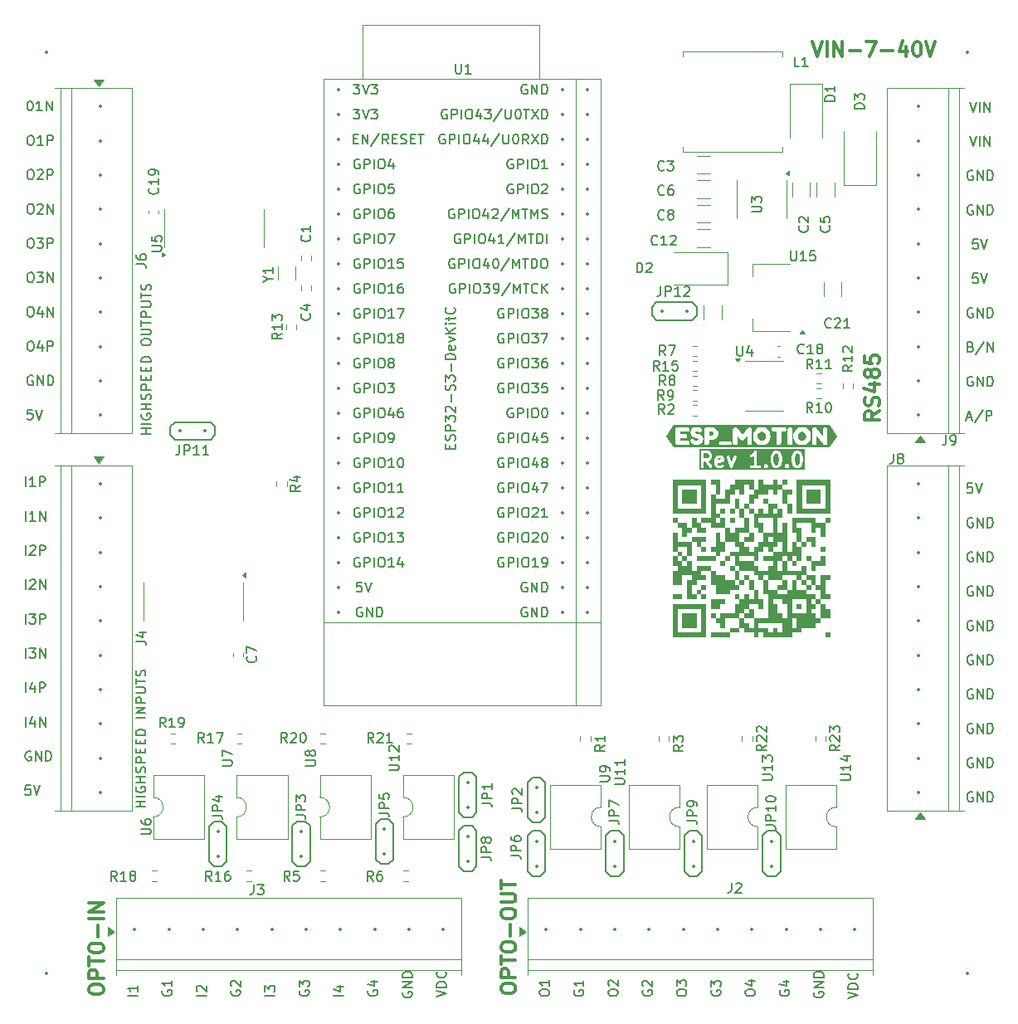
<source format=gbr>
%TF.GenerationSoftware,KiCad,Pcbnew,9.0.3*%
%TF.CreationDate,2025-08-04T15:00:31+02:00*%
%TF.ProjectId,esp-motioncontroller,6573702d-6d6f-4746-996f-6e636f6e7472,1.0.0*%
%TF.SameCoordinates,Original*%
%TF.FileFunction,Legend,Top*%
%TF.FilePolarity,Positive*%
%FSLAX46Y46*%
G04 Gerber Fmt 4.6, Leading zero omitted, Abs format (unit mm)*
G04 Created by KiCad (PCBNEW 9.0.3) date 2025-08-04 15:00:31*
%MOMM*%
%LPD*%
G01*
G04 APERTURE LIST*
%ADD10C,0.200000*%
%ADD11C,0.300000*%
%ADD12C,0.150000*%
%ADD13C,0.120000*%
%ADD14C,0.000000*%
%ADD15C,0.350000*%
G04 APERTURE END LIST*
D10*
X52281184Y-72947376D02*
X52471660Y-72947376D01*
X52471660Y-72947376D02*
X52566898Y-72994995D01*
X52566898Y-72994995D02*
X52662136Y-73090233D01*
X52662136Y-73090233D02*
X52709755Y-73280709D01*
X52709755Y-73280709D02*
X52709755Y-73614042D01*
X52709755Y-73614042D02*
X52662136Y-73804518D01*
X52662136Y-73804518D02*
X52566898Y-73899757D01*
X52566898Y-73899757D02*
X52471660Y-73947376D01*
X52471660Y-73947376D02*
X52281184Y-73947376D01*
X52281184Y-73947376D02*
X52185946Y-73899757D01*
X52185946Y-73899757D02*
X52090708Y-73804518D01*
X52090708Y-73804518D02*
X52043089Y-73614042D01*
X52043089Y-73614042D02*
X52043089Y-73280709D01*
X52043089Y-73280709D02*
X52090708Y-73090233D01*
X52090708Y-73090233D02*
X52185946Y-72994995D01*
X52185946Y-72994995D02*
X52281184Y-72947376D01*
X53566898Y-73280709D02*
X53566898Y-73947376D01*
X53328803Y-72899757D02*
X53090708Y-73614042D01*
X53090708Y-73614042D02*
X53709755Y-73614042D01*
X54090708Y-73947376D02*
X54090708Y-72947376D01*
X54090708Y-72947376D02*
X54662136Y-73947376D01*
X54662136Y-73947376D02*
X54662136Y-72947376D01*
X107866871Y-142688366D02*
X107819252Y-142783604D01*
X107819252Y-142783604D02*
X107819252Y-142926461D01*
X107819252Y-142926461D02*
X107866871Y-143069318D01*
X107866871Y-143069318D02*
X107962109Y-143164556D01*
X107962109Y-143164556D02*
X108057347Y-143212175D01*
X108057347Y-143212175D02*
X108247823Y-143259794D01*
X108247823Y-143259794D02*
X108390680Y-143259794D01*
X108390680Y-143259794D02*
X108581156Y-143212175D01*
X108581156Y-143212175D02*
X108676394Y-143164556D01*
X108676394Y-143164556D02*
X108771633Y-143069318D01*
X108771633Y-143069318D02*
X108819252Y-142926461D01*
X108819252Y-142926461D02*
X108819252Y-142831223D01*
X108819252Y-142831223D02*
X108771633Y-142688366D01*
X108771633Y-142688366D02*
X108724013Y-142640747D01*
X108724013Y-142640747D02*
X108390680Y-142640747D01*
X108390680Y-142640747D02*
X108390680Y-142831223D01*
X108819252Y-141688366D02*
X108819252Y-142259794D01*
X108819252Y-141974080D02*
X107819252Y-141974080D01*
X107819252Y-141974080D02*
X107962109Y-142069318D01*
X107962109Y-142069318D02*
X108057347Y-142164556D01*
X108057347Y-142164556D02*
X108104966Y-142259794D01*
X52281184Y-55447376D02*
X52471660Y-55447376D01*
X52471660Y-55447376D02*
X52566898Y-55494995D01*
X52566898Y-55494995D02*
X52662136Y-55590233D01*
X52662136Y-55590233D02*
X52709755Y-55780709D01*
X52709755Y-55780709D02*
X52709755Y-56114042D01*
X52709755Y-56114042D02*
X52662136Y-56304518D01*
X52662136Y-56304518D02*
X52566898Y-56399757D01*
X52566898Y-56399757D02*
X52471660Y-56447376D01*
X52471660Y-56447376D02*
X52281184Y-56447376D01*
X52281184Y-56447376D02*
X52185946Y-56399757D01*
X52185946Y-56399757D02*
X52090708Y-56304518D01*
X52090708Y-56304518D02*
X52043089Y-56114042D01*
X52043089Y-56114042D02*
X52043089Y-55780709D01*
X52043089Y-55780709D02*
X52090708Y-55590233D01*
X52090708Y-55590233D02*
X52185946Y-55494995D01*
X52185946Y-55494995D02*
X52281184Y-55447376D01*
X53662136Y-56447376D02*
X53090708Y-56447376D01*
X53376422Y-56447376D02*
X53376422Y-55447376D01*
X53376422Y-55447376D02*
X53281184Y-55590233D01*
X53281184Y-55590233D02*
X53185946Y-55685471D01*
X53185946Y-55685471D02*
X53090708Y-55733090D01*
X54090708Y-56447376D02*
X54090708Y-55447376D01*
X54090708Y-55447376D02*
X54471660Y-55447376D01*
X54471660Y-55447376D02*
X54566898Y-55494995D01*
X54566898Y-55494995D02*
X54614517Y-55542614D01*
X54614517Y-55542614D02*
X54662136Y-55637852D01*
X54662136Y-55637852D02*
X54662136Y-55780709D01*
X54662136Y-55780709D02*
X54614517Y-55875947D01*
X54614517Y-55875947D02*
X54566898Y-55923566D01*
X54566898Y-55923566D02*
X54471660Y-55971185D01*
X54471660Y-55971185D02*
X54090708Y-55971185D01*
X128866871Y-142688366D02*
X128819252Y-142783604D01*
X128819252Y-142783604D02*
X128819252Y-142926461D01*
X128819252Y-142926461D02*
X128866871Y-143069318D01*
X128866871Y-143069318D02*
X128962109Y-143164556D01*
X128962109Y-143164556D02*
X129057347Y-143212175D01*
X129057347Y-143212175D02*
X129247823Y-143259794D01*
X129247823Y-143259794D02*
X129390680Y-143259794D01*
X129390680Y-143259794D02*
X129581156Y-143212175D01*
X129581156Y-143212175D02*
X129676394Y-143164556D01*
X129676394Y-143164556D02*
X129771633Y-143069318D01*
X129771633Y-143069318D02*
X129819252Y-142926461D01*
X129819252Y-142926461D02*
X129819252Y-142831223D01*
X129819252Y-142831223D02*
X129771633Y-142688366D01*
X129771633Y-142688366D02*
X129724013Y-142640747D01*
X129724013Y-142640747D02*
X129390680Y-142640747D01*
X129390680Y-142640747D02*
X129390680Y-142831223D01*
X129152585Y-141783604D02*
X129819252Y-141783604D01*
X128771633Y-142021699D02*
X129485918Y-142259794D01*
X129485918Y-142259794D02*
X129485918Y-141640747D01*
D11*
X132140225Y-45900828D02*
X132640225Y-47400828D01*
X132640225Y-47400828D02*
X133140225Y-45900828D01*
X133640224Y-47400828D02*
X133640224Y-45900828D01*
X134354510Y-47400828D02*
X134354510Y-45900828D01*
X134354510Y-45900828D02*
X135211653Y-47400828D01*
X135211653Y-47400828D02*
X135211653Y-45900828D01*
X135925939Y-46829400D02*
X137068797Y-46829400D01*
X137640225Y-45900828D02*
X138640225Y-45900828D01*
X138640225Y-45900828D02*
X137997368Y-47400828D01*
X139211653Y-46829400D02*
X140354511Y-46829400D01*
X141711654Y-46400828D02*
X141711654Y-47400828D01*
X141354511Y-45829400D02*
X140997368Y-46900828D01*
X140997368Y-46900828D02*
X141925939Y-46900828D01*
X142783082Y-45900828D02*
X142925939Y-45900828D01*
X142925939Y-45900828D02*
X143068796Y-45972257D01*
X143068796Y-45972257D02*
X143140225Y-46043685D01*
X143140225Y-46043685D02*
X143211653Y-46186542D01*
X143211653Y-46186542D02*
X143283082Y-46472257D01*
X143283082Y-46472257D02*
X143283082Y-46829400D01*
X143283082Y-46829400D02*
X143211653Y-47115114D01*
X143211653Y-47115114D02*
X143140225Y-47257971D01*
X143140225Y-47257971D02*
X143068796Y-47329400D01*
X143068796Y-47329400D02*
X142925939Y-47400828D01*
X142925939Y-47400828D02*
X142783082Y-47400828D01*
X142783082Y-47400828D02*
X142640225Y-47329400D01*
X142640225Y-47329400D02*
X142568796Y-47257971D01*
X142568796Y-47257971D02*
X142497367Y-47115114D01*
X142497367Y-47115114D02*
X142425939Y-46829400D01*
X142425939Y-46829400D02*
X142425939Y-46472257D01*
X142425939Y-46472257D02*
X142497367Y-46186542D01*
X142497367Y-46186542D02*
X142568796Y-46043685D01*
X142568796Y-46043685D02*
X142640225Y-45972257D01*
X142640225Y-45972257D02*
X142783082Y-45900828D01*
X143711653Y-45900828D02*
X144211653Y-47400828D01*
X144211653Y-47400828D02*
X144711653Y-45900828D01*
D10*
X52614517Y-79994995D02*
X52519279Y-79947376D01*
X52519279Y-79947376D02*
X52376422Y-79947376D01*
X52376422Y-79947376D02*
X52233565Y-79994995D01*
X52233565Y-79994995D02*
X52138327Y-80090233D01*
X52138327Y-80090233D02*
X52090708Y-80185471D01*
X52090708Y-80185471D02*
X52043089Y-80375947D01*
X52043089Y-80375947D02*
X52043089Y-80518804D01*
X52043089Y-80518804D02*
X52090708Y-80709280D01*
X52090708Y-80709280D02*
X52138327Y-80804518D01*
X52138327Y-80804518D02*
X52233565Y-80899757D01*
X52233565Y-80899757D02*
X52376422Y-80947376D01*
X52376422Y-80947376D02*
X52471660Y-80947376D01*
X52471660Y-80947376D02*
X52614517Y-80899757D01*
X52614517Y-80899757D02*
X52662136Y-80852137D01*
X52662136Y-80852137D02*
X52662136Y-80518804D01*
X52662136Y-80518804D02*
X52471660Y-80518804D01*
X53090708Y-80947376D02*
X53090708Y-79947376D01*
X53090708Y-79947376D02*
X53662136Y-80947376D01*
X53662136Y-80947376D02*
X53662136Y-79947376D01*
X54138327Y-80947376D02*
X54138327Y-79947376D01*
X54138327Y-79947376D02*
X54376422Y-79947376D01*
X54376422Y-79947376D02*
X54519279Y-79994995D01*
X54519279Y-79994995D02*
X54614517Y-80090233D01*
X54614517Y-80090233D02*
X54662136Y-80185471D01*
X54662136Y-80185471D02*
X54709755Y-80375947D01*
X54709755Y-80375947D02*
X54709755Y-80518804D01*
X54709755Y-80518804D02*
X54662136Y-80709280D01*
X54662136Y-80709280D02*
X54614517Y-80804518D01*
X54614517Y-80804518D02*
X54519279Y-80899757D01*
X54519279Y-80899757D02*
X54376422Y-80947376D01*
X54376422Y-80947376D02*
X54138327Y-80947376D01*
X148513482Y-94499838D02*
X148418244Y-94452219D01*
X148418244Y-94452219D02*
X148275387Y-94452219D01*
X148275387Y-94452219D02*
X148132530Y-94499838D01*
X148132530Y-94499838D02*
X148037292Y-94595076D01*
X148037292Y-94595076D02*
X147989673Y-94690314D01*
X147989673Y-94690314D02*
X147942054Y-94880790D01*
X147942054Y-94880790D02*
X147942054Y-95023647D01*
X147942054Y-95023647D02*
X147989673Y-95214123D01*
X147989673Y-95214123D02*
X148037292Y-95309361D01*
X148037292Y-95309361D02*
X148132530Y-95404600D01*
X148132530Y-95404600D02*
X148275387Y-95452219D01*
X148275387Y-95452219D02*
X148370625Y-95452219D01*
X148370625Y-95452219D02*
X148513482Y-95404600D01*
X148513482Y-95404600D02*
X148561101Y-95356980D01*
X148561101Y-95356980D02*
X148561101Y-95023647D01*
X148561101Y-95023647D02*
X148370625Y-95023647D01*
X148989673Y-95452219D02*
X148989673Y-94452219D01*
X148989673Y-94452219D02*
X149561101Y-95452219D01*
X149561101Y-95452219D02*
X149561101Y-94452219D01*
X150037292Y-95452219D02*
X150037292Y-94452219D01*
X150037292Y-94452219D02*
X150275387Y-94452219D01*
X150275387Y-94452219D02*
X150418244Y-94499838D01*
X150418244Y-94499838D02*
X150513482Y-94595076D01*
X150513482Y-94595076D02*
X150561101Y-94690314D01*
X150561101Y-94690314D02*
X150608720Y-94880790D01*
X150608720Y-94880790D02*
X150608720Y-95023647D01*
X150608720Y-95023647D02*
X150561101Y-95214123D01*
X150561101Y-95214123D02*
X150513482Y-95309361D01*
X150513482Y-95309361D02*
X150418244Y-95404600D01*
X150418244Y-95404600D02*
X150275387Y-95452219D01*
X150275387Y-95452219D02*
X150037292Y-95452219D01*
X51883526Y-108775999D02*
X51883526Y-107775999D01*
X52264478Y-107775999D02*
X52883525Y-107775999D01*
X52883525Y-107775999D02*
X52550192Y-108156951D01*
X52550192Y-108156951D02*
X52693049Y-108156951D01*
X52693049Y-108156951D02*
X52788287Y-108204570D01*
X52788287Y-108204570D02*
X52835906Y-108252189D01*
X52835906Y-108252189D02*
X52883525Y-108347427D01*
X52883525Y-108347427D02*
X52883525Y-108585522D01*
X52883525Y-108585522D02*
X52835906Y-108680760D01*
X52835906Y-108680760D02*
X52788287Y-108728380D01*
X52788287Y-108728380D02*
X52693049Y-108775999D01*
X52693049Y-108775999D02*
X52407335Y-108775999D01*
X52407335Y-108775999D02*
X52312097Y-108728380D01*
X52312097Y-108728380D02*
X52264478Y-108680760D01*
X53312097Y-108775999D02*
X53312097Y-107775999D01*
X53312097Y-107775999D02*
X53883525Y-108775999D01*
X53883525Y-108775999D02*
X53883525Y-107775999D01*
X51883526Y-112275999D02*
X51883526Y-111275999D01*
X52788287Y-111609332D02*
X52788287Y-112275999D01*
X52550192Y-111228380D02*
X52312097Y-111942665D01*
X52312097Y-111942665D02*
X52931144Y-111942665D01*
X53312097Y-112275999D02*
X53312097Y-111275999D01*
X53312097Y-111275999D02*
X53693049Y-111275999D01*
X53693049Y-111275999D02*
X53788287Y-111323618D01*
X53788287Y-111323618D02*
X53835906Y-111371237D01*
X53835906Y-111371237D02*
X53883525Y-111466475D01*
X53883525Y-111466475D02*
X53883525Y-111609332D01*
X53883525Y-111609332D02*
X53835906Y-111704570D01*
X53835906Y-111704570D02*
X53788287Y-111752189D01*
X53788287Y-111752189D02*
X53693049Y-111799808D01*
X53693049Y-111799808D02*
X53312097Y-111799808D01*
D11*
G36*
X122876579Y-88444205D02*
G01*
X122902754Y-88496556D01*
X122495525Y-88578002D01*
X122495525Y-88510668D01*
X122528756Y-88444205D01*
X122595221Y-88410973D01*
X122810115Y-88410973D01*
X122876579Y-88444205D01*
G37*
G36*
X128613814Y-87955680D02*
G01*
X128650818Y-87992684D01*
X128703996Y-88099042D01*
X128766953Y-88350866D01*
X128766953Y-88671080D01*
X128703996Y-88922904D01*
X128650817Y-89029262D01*
X128613812Y-89066267D01*
X128524400Y-89110973D01*
X128452363Y-89110973D01*
X128362949Y-89066266D01*
X128325945Y-89029262D01*
X128272764Y-88922902D01*
X128209810Y-88671081D01*
X128209810Y-88350865D01*
X128272764Y-88099043D01*
X128325945Y-87992683D01*
X128362949Y-87955680D01*
X128452363Y-87910973D01*
X128524400Y-87910973D01*
X128613814Y-87955680D01*
G37*
G36*
X130756671Y-87955680D02*
G01*
X130793675Y-87992684D01*
X130846853Y-88099042D01*
X130909810Y-88350866D01*
X130909810Y-88671080D01*
X130846853Y-88922904D01*
X130793674Y-89029262D01*
X130756669Y-89066267D01*
X130667257Y-89110973D01*
X130595220Y-89110973D01*
X130505806Y-89066266D01*
X130468802Y-89029262D01*
X130415621Y-88922902D01*
X130352667Y-88671081D01*
X130352667Y-88350865D01*
X130415621Y-88099043D01*
X130468802Y-87992683D01*
X130505806Y-87955680D01*
X130595220Y-87910973D01*
X130667257Y-87910973D01*
X130756671Y-87955680D01*
G37*
G36*
X121542386Y-87955680D02*
G01*
X121579390Y-87992684D01*
X121624096Y-88082096D01*
X121624096Y-88225563D01*
X121579389Y-88314976D01*
X121542384Y-88351981D01*
X121452972Y-88396687D01*
X121066953Y-88396687D01*
X121066953Y-87910973D01*
X121452972Y-87910973D01*
X121542386Y-87955680D01*
G37*
G36*
X131376477Y-89577640D02*
G01*
X120600286Y-89577640D01*
X120600286Y-87760973D01*
X120766953Y-87760973D01*
X120766953Y-89260973D01*
X120769835Y-89290237D01*
X120792233Y-89344309D01*
X120833617Y-89385693D01*
X120887689Y-89408091D01*
X120946217Y-89408091D01*
X121000289Y-89385693D01*
X121041673Y-89344309D01*
X121064071Y-89290237D01*
X121066953Y-89260973D01*
X121066953Y-88696687D01*
X121195998Y-88696687D01*
X121651211Y-89346992D01*
X121670354Y-89369314D01*
X121719711Y-89400767D01*
X121777347Y-89410938D01*
X121834489Y-89398279D01*
X121882437Y-89364715D01*
X121913890Y-89315358D01*
X121924061Y-89257722D01*
X121911402Y-89200580D01*
X121896981Y-89174954D01*
X121552029Y-88682165D01*
X121555464Y-88680851D01*
X121698321Y-88609423D01*
X121710914Y-88601495D01*
X121714574Y-88599980D01*
X121718693Y-88596598D01*
X121723207Y-88593758D01*
X121725803Y-88590764D01*
X121737305Y-88581325D01*
X121808734Y-88509896D01*
X121818175Y-88498391D01*
X121821167Y-88495797D01*
X121824005Y-88491287D01*
X121827389Y-88487165D01*
X121828905Y-88483503D01*
X121834095Y-88475259D01*
X122195525Y-88475259D01*
X122195525Y-89046687D01*
X122198407Y-89075951D01*
X122200469Y-89080929D01*
X122200851Y-89086305D01*
X122211361Y-89113768D01*
X122282789Y-89256627D01*
X122285868Y-89261519D01*
X122286639Y-89263830D01*
X122289134Y-89266707D01*
X122298454Y-89281512D01*
X122312660Y-89293833D01*
X122324986Y-89308045D01*
X122339790Y-89317363D01*
X122342668Y-89319859D01*
X122344979Y-89320629D01*
X122349872Y-89323709D01*
X122492730Y-89395138D01*
X122520193Y-89405647D01*
X122525568Y-89406028D01*
X122530547Y-89408091D01*
X122559811Y-89410973D01*
X122845525Y-89410973D01*
X122874789Y-89408091D01*
X122879767Y-89406028D01*
X122885143Y-89405647D01*
X122912607Y-89395137D01*
X123055464Y-89323709D01*
X123080350Y-89308044D01*
X123118696Y-89263829D01*
X123137204Y-89208307D01*
X123133056Y-89149927D01*
X123106882Y-89097578D01*
X123062667Y-89059231D01*
X123007144Y-89040723D01*
X122948764Y-89044871D01*
X122921301Y-89055381D01*
X122810115Y-89110973D01*
X122595220Y-89110973D01*
X122528757Y-89077742D01*
X122495525Y-89011278D01*
X122495525Y-88883943D01*
X123089074Y-88765234D01*
X123089075Y-88765234D01*
X123089075Y-88765233D01*
X123089229Y-88765203D01*
X123117359Y-88756638D01*
X123129570Y-88748459D01*
X123143147Y-88742836D01*
X123153648Y-88732334D01*
X123165989Y-88724070D01*
X123174141Y-88711842D01*
X123184531Y-88701452D01*
X123190213Y-88687732D01*
X123198453Y-88675374D01*
X123201305Y-88660956D01*
X123206929Y-88647380D01*
X123209811Y-88618116D01*
X123209811Y-88617964D01*
X123209812Y-88617959D01*
X123209811Y-88617954D01*
X123209811Y-88475259D01*
X123206929Y-88445995D01*
X123204865Y-88441014D01*
X123204484Y-88435640D01*
X123193975Y-88408176D01*
X123131334Y-88282895D01*
X123411420Y-88282895D01*
X123418549Y-88311423D01*
X123775692Y-89311423D01*
X123788248Y-89338013D01*
X123793301Y-89343595D01*
X123796524Y-89350398D01*
X123812796Y-89365129D01*
X123827528Y-89381402D01*
X123834330Y-89384624D01*
X123839913Y-89389678D01*
X123860587Y-89397061D01*
X123880420Y-89406456D01*
X123887938Y-89406829D01*
X123895031Y-89409363D01*
X123916953Y-89408272D01*
X123938875Y-89409363D01*
X123945967Y-89406829D01*
X123953486Y-89406456D01*
X123973318Y-89397061D01*
X123993993Y-89389678D01*
X123999575Y-89384624D01*
X124006378Y-89381402D01*
X124021109Y-89365129D01*
X124037382Y-89350398D01*
X124040604Y-89343595D01*
X124045658Y-89338013D01*
X124058214Y-89311423D01*
X124415357Y-88311424D01*
X124422486Y-88282895D01*
X124419579Y-88224440D01*
X124394525Y-88171548D01*
X124393681Y-88170784D01*
X125768131Y-88170784D01*
X125772280Y-88229164D01*
X125798454Y-88281513D01*
X125842669Y-88319860D01*
X125898192Y-88338367D01*
X125956572Y-88334218D01*
X125984035Y-88323709D01*
X126126892Y-88252280D01*
X126139485Y-88244352D01*
X126143145Y-88242837D01*
X126147264Y-88239455D01*
X126151778Y-88236615D01*
X126154374Y-88233621D01*
X126165876Y-88224182D01*
X126195524Y-88194534D01*
X126195524Y-89110973D01*
X125916953Y-89110973D01*
X125887689Y-89113855D01*
X125833617Y-89136253D01*
X125792233Y-89177637D01*
X125769835Y-89231709D01*
X125769835Y-89290237D01*
X125792233Y-89344309D01*
X125833617Y-89385693D01*
X125887689Y-89408091D01*
X125916953Y-89410973D01*
X126774096Y-89410973D01*
X126803360Y-89408091D01*
X126857432Y-89385693D01*
X126898816Y-89344309D01*
X126921214Y-89290237D01*
X126921214Y-89231709D01*
X126898816Y-89177637D01*
X126881462Y-89160283D01*
X127198406Y-89160283D01*
X127198406Y-89218809D01*
X127200632Y-89224182D01*
X127220803Y-89272880D01*
X127239458Y-89295611D01*
X127310886Y-89367039D01*
X127333616Y-89385694D01*
X127356013Y-89394970D01*
X127387688Y-89408091D01*
X127446216Y-89408091D01*
X127490668Y-89389678D01*
X127500287Y-89385694D01*
X127500291Y-89385689D01*
X127523017Y-89367040D01*
X127594446Y-89295612D01*
X127613101Y-89272881D01*
X127613102Y-89272880D01*
X127635499Y-89218808D01*
X127635499Y-89160282D01*
X127613102Y-89106210D01*
X127594447Y-89083479D01*
X127523018Y-89012050D01*
X127500287Y-88993395D01*
X127449605Y-88972402D01*
X127446216Y-88970998D01*
X127387688Y-88970998D01*
X127384299Y-88972402D01*
X127333617Y-88993395D01*
X127333616Y-88993396D01*
X127310885Y-89012051D01*
X127239457Y-89083480D01*
X127220807Y-89106205D01*
X127220803Y-89106210D01*
X127200633Y-89154907D01*
X127198406Y-89160283D01*
X126881462Y-89160283D01*
X126857432Y-89136253D01*
X126803360Y-89113855D01*
X126774096Y-89110973D01*
X126495524Y-89110973D01*
X126495524Y-88332402D01*
X127909810Y-88332402D01*
X127909810Y-88689545D01*
X127910312Y-88694648D01*
X127909987Y-88696836D01*
X127911606Y-88707786D01*
X127912692Y-88718809D01*
X127913539Y-88720853D01*
X127914289Y-88725925D01*
X127985717Y-89011639D01*
X127986488Y-89013797D01*
X127986565Y-89014878D01*
X127991223Y-89027052D01*
X127995610Y-89039330D01*
X127996254Y-89040200D01*
X127997074Y-89042341D01*
X128068503Y-89185198D01*
X128076430Y-89197791D01*
X128077946Y-89201451D01*
X128081327Y-89205570D01*
X128084168Y-89210084D01*
X128087161Y-89212680D01*
X128096601Y-89224182D01*
X128168030Y-89295611D01*
X128179534Y-89305052D01*
X128182129Y-89308044D01*
X128186638Y-89310882D01*
X128190761Y-89314266D01*
X128194422Y-89315782D01*
X128207014Y-89323709D01*
X128349872Y-89395137D01*
X128377335Y-89405647D01*
X128382710Y-89406028D01*
X128387689Y-89408091D01*
X128416953Y-89410973D01*
X128559810Y-89410973D01*
X128589074Y-89408091D01*
X128594052Y-89406028D01*
X128599428Y-89405647D01*
X128626892Y-89395137D01*
X128769749Y-89323709D01*
X128782342Y-89315781D01*
X128786002Y-89314266D01*
X128790121Y-89310884D01*
X128794635Y-89308044D01*
X128797231Y-89305050D01*
X128808733Y-89295611D01*
X128880162Y-89224182D01*
X128889603Y-89212677D01*
X128892595Y-89210083D01*
X128895433Y-89205573D01*
X128898817Y-89201451D01*
X128900333Y-89197789D01*
X128908260Y-89185198D01*
X128920717Y-89160283D01*
X129341263Y-89160283D01*
X129341263Y-89218809D01*
X129343489Y-89224182D01*
X129363660Y-89272880D01*
X129382315Y-89295611D01*
X129453743Y-89367039D01*
X129476473Y-89385694D01*
X129498870Y-89394970D01*
X129530545Y-89408091D01*
X129589073Y-89408091D01*
X129633525Y-89389678D01*
X129643144Y-89385694D01*
X129643148Y-89385689D01*
X129665874Y-89367040D01*
X129737303Y-89295612D01*
X129755958Y-89272881D01*
X129755959Y-89272880D01*
X129778356Y-89218808D01*
X129778356Y-89160282D01*
X129755959Y-89106210D01*
X129737304Y-89083479D01*
X129665875Y-89012050D01*
X129643144Y-88993395D01*
X129592462Y-88972402D01*
X129589073Y-88970998D01*
X129530545Y-88970998D01*
X129527156Y-88972402D01*
X129476474Y-88993395D01*
X129476473Y-88993396D01*
X129453742Y-89012051D01*
X129382314Y-89083480D01*
X129363664Y-89106205D01*
X129363660Y-89106210D01*
X129343490Y-89154907D01*
X129341263Y-89160283D01*
X128920717Y-89160283D01*
X128979688Y-89042340D01*
X128980505Y-89040203D01*
X128981152Y-89039331D01*
X128985541Y-89027044D01*
X128990198Y-89014877D01*
X128990274Y-89013795D01*
X128991045Y-89011640D01*
X129062474Y-88725926D01*
X129063224Y-88720853D01*
X129064071Y-88718809D01*
X129065156Y-88707789D01*
X129066776Y-88696837D01*
X129066450Y-88694648D01*
X129066953Y-88689545D01*
X129066953Y-88332402D01*
X130052667Y-88332402D01*
X130052667Y-88689545D01*
X130053169Y-88694648D01*
X130052844Y-88696836D01*
X130054463Y-88707786D01*
X130055549Y-88718809D01*
X130056396Y-88720853D01*
X130057146Y-88725925D01*
X130128574Y-89011639D01*
X130129345Y-89013797D01*
X130129422Y-89014878D01*
X130134080Y-89027052D01*
X130138467Y-89039330D01*
X130139111Y-89040200D01*
X130139931Y-89042341D01*
X130211360Y-89185198D01*
X130219287Y-89197791D01*
X130220803Y-89201451D01*
X130224184Y-89205570D01*
X130227025Y-89210084D01*
X130230018Y-89212680D01*
X130239458Y-89224182D01*
X130310887Y-89295611D01*
X130322391Y-89305052D01*
X130324986Y-89308044D01*
X130329495Y-89310882D01*
X130333618Y-89314266D01*
X130337279Y-89315782D01*
X130349871Y-89323709D01*
X130492729Y-89395137D01*
X130520192Y-89405647D01*
X130525567Y-89406028D01*
X130530546Y-89408091D01*
X130559810Y-89410973D01*
X130702667Y-89410973D01*
X130731931Y-89408091D01*
X130736909Y-89406028D01*
X130742285Y-89405647D01*
X130769749Y-89395137D01*
X130912606Y-89323709D01*
X130925199Y-89315781D01*
X130928859Y-89314266D01*
X130932978Y-89310884D01*
X130937492Y-89308044D01*
X130940088Y-89305050D01*
X130951590Y-89295611D01*
X131023019Y-89224182D01*
X131032460Y-89212677D01*
X131035452Y-89210083D01*
X131038290Y-89205573D01*
X131041674Y-89201451D01*
X131043190Y-89197789D01*
X131051117Y-89185198D01*
X131122545Y-89042340D01*
X131123362Y-89040203D01*
X131124009Y-89039331D01*
X131128398Y-89027044D01*
X131133055Y-89014877D01*
X131133131Y-89013795D01*
X131133902Y-89011640D01*
X131205331Y-88725926D01*
X131206081Y-88720853D01*
X131206928Y-88718809D01*
X131208013Y-88707789D01*
X131209633Y-88696837D01*
X131209307Y-88694648D01*
X131209810Y-88689545D01*
X131209810Y-88332402D01*
X131209307Y-88327298D01*
X131209633Y-88325110D01*
X131208013Y-88314157D01*
X131206928Y-88303138D01*
X131206081Y-88301093D01*
X131205331Y-88296021D01*
X131133902Y-88010307D01*
X131133131Y-88008151D01*
X131133055Y-88007069D01*
X131128395Y-87994894D01*
X131124009Y-87982615D01*
X131123362Y-87981742D01*
X131122545Y-87979606D01*
X131051117Y-87836748D01*
X131043188Y-87824153D01*
X131041673Y-87820494D01*
X131038291Y-87816373D01*
X131035452Y-87811863D01*
X131032460Y-87809268D01*
X131023018Y-87797763D01*
X130951589Y-87726335D01*
X130940089Y-87716897D01*
X130937492Y-87713903D01*
X130932975Y-87711060D01*
X130928858Y-87707681D01*
X130925201Y-87706166D01*
X130912606Y-87698238D01*
X130769749Y-87626809D01*
X130742286Y-87616300D01*
X130736911Y-87615918D01*
X130731931Y-87613855D01*
X130702667Y-87610973D01*
X130559810Y-87610973D01*
X130530546Y-87613855D01*
X130525565Y-87615918D01*
X130520191Y-87616300D01*
X130492727Y-87626809D01*
X130349871Y-87698238D01*
X130337277Y-87706165D01*
X130333618Y-87707681D01*
X130329497Y-87711062D01*
X130324985Y-87713903D01*
X130322388Y-87716896D01*
X130310888Y-87726335D01*
X130239459Y-87797763D01*
X130230019Y-87809265D01*
X130227025Y-87811862D01*
X130224183Y-87816376D01*
X130220804Y-87820494D01*
X130219288Y-87824152D01*
X130211360Y-87836748D01*
X130139931Y-87979605D01*
X130139111Y-87981745D01*
X130138467Y-87982616D01*
X130134080Y-87994893D01*
X130129422Y-88007068D01*
X130129345Y-88008148D01*
X130128574Y-88010307D01*
X130057146Y-88296022D01*
X130056396Y-88301093D01*
X130055549Y-88303138D01*
X130054463Y-88314160D01*
X130052844Y-88325111D01*
X130053169Y-88327298D01*
X130052667Y-88332402D01*
X129066953Y-88332402D01*
X129066450Y-88327298D01*
X129066776Y-88325110D01*
X129065156Y-88314157D01*
X129064071Y-88303138D01*
X129063224Y-88301093D01*
X129062474Y-88296021D01*
X128991045Y-88010307D01*
X128990274Y-88008151D01*
X128990198Y-88007069D01*
X128985538Y-87994894D01*
X128981152Y-87982615D01*
X128980505Y-87981742D01*
X128979688Y-87979606D01*
X128908260Y-87836748D01*
X128900331Y-87824153D01*
X128898816Y-87820494D01*
X128895434Y-87816373D01*
X128892595Y-87811863D01*
X128889603Y-87809268D01*
X128880161Y-87797763D01*
X128808732Y-87726335D01*
X128797232Y-87716897D01*
X128794635Y-87713903D01*
X128790118Y-87711060D01*
X128786001Y-87707681D01*
X128782344Y-87706166D01*
X128769749Y-87698238D01*
X128626892Y-87626809D01*
X128599429Y-87616300D01*
X128594054Y-87615918D01*
X128589074Y-87613855D01*
X128559810Y-87610973D01*
X128416953Y-87610973D01*
X128387689Y-87613855D01*
X128382708Y-87615918D01*
X128377334Y-87616300D01*
X128349870Y-87626809D01*
X128207014Y-87698238D01*
X128194420Y-87706165D01*
X128190761Y-87707681D01*
X128186640Y-87711062D01*
X128182128Y-87713903D01*
X128179531Y-87716896D01*
X128168031Y-87726335D01*
X128096602Y-87797763D01*
X128087162Y-87809265D01*
X128084168Y-87811862D01*
X128081326Y-87816376D01*
X128077947Y-87820494D01*
X128076431Y-87824152D01*
X128068503Y-87836748D01*
X127997074Y-87979605D01*
X127996254Y-87981745D01*
X127995610Y-87982616D01*
X127991223Y-87994893D01*
X127986565Y-88007068D01*
X127986488Y-88008148D01*
X127985717Y-88010307D01*
X127914289Y-88296022D01*
X127913539Y-88301093D01*
X127912692Y-88303138D01*
X127911606Y-88314160D01*
X127909987Y-88325111D01*
X127910312Y-88327298D01*
X127909810Y-88332402D01*
X126495524Y-88332402D01*
X126495524Y-87760973D01*
X126495513Y-87760867D01*
X126495524Y-87760815D01*
X126495493Y-87760661D01*
X126492642Y-87731709D01*
X126486958Y-87717988D01*
X126484046Y-87703426D01*
X126475867Y-87691213D01*
X126470244Y-87677637D01*
X126459745Y-87667138D01*
X126451480Y-87654796D01*
X126439249Y-87646642D01*
X126428860Y-87636253D01*
X126415141Y-87630570D01*
X126402781Y-87622330D01*
X126388362Y-87619477D01*
X126374788Y-87613855D01*
X126359937Y-87613855D01*
X126345367Y-87610973D01*
X126330957Y-87613855D01*
X126316260Y-87613855D01*
X126302538Y-87619538D01*
X126287977Y-87622451D01*
X126275764Y-87630629D01*
X126262188Y-87636253D01*
X126251689Y-87646751D01*
X126239347Y-87655017D01*
X126220915Y-87677525D01*
X126220804Y-87677637D01*
X126220783Y-87677687D01*
X126220717Y-87677768D01*
X126086097Y-87879696D01*
X125970956Y-87994837D01*
X125849871Y-88055381D01*
X125824985Y-88071046D01*
X125786638Y-88115261D01*
X125768131Y-88170784D01*
X124393681Y-88170784D01*
X124351136Y-88132268D01*
X124296018Y-88112583D01*
X124237563Y-88115490D01*
X124184671Y-88140544D01*
X124145391Y-88183933D01*
X124132835Y-88210523D01*
X123916953Y-88814992D01*
X123701071Y-88210523D01*
X123688515Y-88183933D01*
X123649235Y-88140544D01*
X123596343Y-88115490D01*
X123537888Y-88112583D01*
X123482770Y-88132268D01*
X123439381Y-88171548D01*
X123414327Y-88224440D01*
X123411420Y-88282895D01*
X123131334Y-88282895D01*
X123122546Y-88265320D01*
X123119465Y-88260425D01*
X123118696Y-88258118D01*
X123116203Y-88255243D01*
X123106881Y-88240434D01*
X123092671Y-88228110D01*
X123080350Y-88213903D01*
X123065544Y-88204583D01*
X123062666Y-88202087D01*
X123060354Y-88201316D01*
X123055464Y-88198238D01*
X122912607Y-88126809D01*
X122885144Y-88116300D01*
X122879769Y-88115918D01*
X122874789Y-88113855D01*
X122845525Y-88110973D01*
X122559811Y-88110973D01*
X122530547Y-88113855D01*
X122525569Y-88115916D01*
X122520192Y-88116299D01*
X122492729Y-88126809D01*
X122349871Y-88198238D01*
X122344976Y-88201318D01*
X122342669Y-88202088D01*
X122339794Y-88204580D01*
X122324985Y-88213903D01*
X122312662Y-88228111D01*
X122298454Y-88240434D01*
X122289131Y-88255243D01*
X122286639Y-88258118D01*
X122285869Y-88260425D01*
X122282789Y-88265320D01*
X122211361Y-88408177D01*
X122200851Y-88435641D01*
X122200469Y-88441016D01*
X122198407Y-88445995D01*
X122195525Y-88475259D01*
X121834095Y-88475259D01*
X121836832Y-88470912D01*
X121908260Y-88328054D01*
X121918770Y-88300591D01*
X121919151Y-88295215D01*
X121921214Y-88290237D01*
X121924096Y-88260973D01*
X121924096Y-88046687D01*
X121921214Y-88017423D01*
X121919151Y-88012444D01*
X121918770Y-88007069D01*
X121908260Y-87979606D01*
X121836832Y-87836748D01*
X121828903Y-87824153D01*
X121827388Y-87820494D01*
X121824006Y-87816373D01*
X121821167Y-87811863D01*
X121818175Y-87809268D01*
X121808733Y-87797763D01*
X121737304Y-87726335D01*
X121725804Y-87716897D01*
X121723207Y-87713903D01*
X121718690Y-87711060D01*
X121714573Y-87707681D01*
X121710916Y-87706166D01*
X121698321Y-87698238D01*
X121555464Y-87626809D01*
X121528001Y-87616300D01*
X121522626Y-87615918D01*
X121517646Y-87613855D01*
X121488382Y-87610973D01*
X120916953Y-87610973D01*
X120887689Y-87613855D01*
X120833617Y-87636253D01*
X120792233Y-87677637D01*
X120769835Y-87731709D01*
X120766953Y-87760973D01*
X120600286Y-87760973D01*
X120600286Y-87444306D01*
X131376477Y-87444306D01*
X131376477Y-89577640D01*
G37*
D10*
X148513482Y-101499838D02*
X148418244Y-101452219D01*
X148418244Y-101452219D02*
X148275387Y-101452219D01*
X148275387Y-101452219D02*
X148132530Y-101499838D01*
X148132530Y-101499838D02*
X148037292Y-101595076D01*
X148037292Y-101595076D02*
X147989673Y-101690314D01*
X147989673Y-101690314D02*
X147942054Y-101880790D01*
X147942054Y-101880790D02*
X147942054Y-102023647D01*
X147942054Y-102023647D02*
X147989673Y-102214123D01*
X147989673Y-102214123D02*
X148037292Y-102309361D01*
X148037292Y-102309361D02*
X148132530Y-102404600D01*
X148132530Y-102404600D02*
X148275387Y-102452219D01*
X148275387Y-102452219D02*
X148370625Y-102452219D01*
X148370625Y-102452219D02*
X148513482Y-102404600D01*
X148513482Y-102404600D02*
X148561101Y-102356980D01*
X148561101Y-102356980D02*
X148561101Y-102023647D01*
X148561101Y-102023647D02*
X148370625Y-102023647D01*
X148989673Y-102452219D02*
X148989673Y-101452219D01*
X148989673Y-101452219D02*
X149561101Y-102452219D01*
X149561101Y-102452219D02*
X149561101Y-101452219D01*
X150037292Y-102452219D02*
X150037292Y-101452219D01*
X150037292Y-101452219D02*
X150275387Y-101452219D01*
X150275387Y-101452219D02*
X150418244Y-101499838D01*
X150418244Y-101499838D02*
X150513482Y-101595076D01*
X150513482Y-101595076D02*
X150561101Y-101690314D01*
X150561101Y-101690314D02*
X150608720Y-101880790D01*
X150608720Y-101880790D02*
X150608720Y-102023647D01*
X150608720Y-102023647D02*
X150561101Y-102214123D01*
X150561101Y-102214123D02*
X150513482Y-102309361D01*
X150513482Y-102309361D02*
X150418244Y-102404600D01*
X150418244Y-102404600D02*
X150275387Y-102452219D01*
X150275387Y-102452219D02*
X150037292Y-102452219D01*
X93807219Y-143366194D02*
X94807219Y-143032861D01*
X94807219Y-143032861D02*
X93807219Y-142699528D01*
X94807219Y-142366194D02*
X93807219Y-142366194D01*
X93807219Y-142366194D02*
X93807219Y-142128099D01*
X93807219Y-142128099D02*
X93854838Y-141985242D01*
X93854838Y-141985242D02*
X93950076Y-141890004D01*
X93950076Y-141890004D02*
X94045314Y-141842385D01*
X94045314Y-141842385D02*
X94235790Y-141794766D01*
X94235790Y-141794766D02*
X94378647Y-141794766D01*
X94378647Y-141794766D02*
X94569123Y-141842385D01*
X94569123Y-141842385D02*
X94664361Y-141890004D01*
X94664361Y-141890004D02*
X94759600Y-141985242D01*
X94759600Y-141985242D02*
X94807219Y-142128099D01*
X94807219Y-142128099D02*
X94807219Y-142366194D01*
X94711980Y-140794766D02*
X94759600Y-140842385D01*
X94759600Y-140842385D02*
X94807219Y-140985242D01*
X94807219Y-140985242D02*
X94807219Y-141080480D01*
X94807219Y-141080480D02*
X94759600Y-141223337D01*
X94759600Y-141223337D02*
X94664361Y-141318575D01*
X94664361Y-141318575D02*
X94569123Y-141366194D01*
X94569123Y-141366194D02*
X94378647Y-141413813D01*
X94378647Y-141413813D02*
X94235790Y-141413813D01*
X94235790Y-141413813D02*
X94045314Y-141366194D01*
X94045314Y-141366194D02*
X93950076Y-141318575D01*
X93950076Y-141318575D02*
X93854838Y-141223337D01*
X93854838Y-141223337D02*
X93807219Y-141080480D01*
X93807219Y-141080480D02*
X93807219Y-140985242D01*
X93807219Y-140985242D02*
X93854838Y-140842385D01*
X93854838Y-140842385D02*
X93902457Y-140794766D01*
X121866871Y-142688366D02*
X121819252Y-142783604D01*
X121819252Y-142783604D02*
X121819252Y-142926461D01*
X121819252Y-142926461D02*
X121866871Y-143069318D01*
X121866871Y-143069318D02*
X121962109Y-143164556D01*
X121962109Y-143164556D02*
X122057347Y-143212175D01*
X122057347Y-143212175D02*
X122247823Y-143259794D01*
X122247823Y-143259794D02*
X122390680Y-143259794D01*
X122390680Y-143259794D02*
X122581156Y-143212175D01*
X122581156Y-143212175D02*
X122676394Y-143164556D01*
X122676394Y-143164556D02*
X122771633Y-143069318D01*
X122771633Y-143069318D02*
X122819252Y-142926461D01*
X122819252Y-142926461D02*
X122819252Y-142831223D01*
X122819252Y-142831223D02*
X122771633Y-142688366D01*
X122771633Y-142688366D02*
X122724013Y-142640747D01*
X122724013Y-142640747D02*
X122390680Y-142640747D01*
X122390680Y-142640747D02*
X122390680Y-142831223D01*
X121819252Y-142307413D02*
X121819252Y-141688366D01*
X121819252Y-141688366D02*
X122200204Y-142021699D01*
X122200204Y-142021699D02*
X122200204Y-141878842D01*
X122200204Y-141878842D02*
X122247823Y-141783604D01*
X122247823Y-141783604D02*
X122295442Y-141735985D01*
X122295442Y-141735985D02*
X122390680Y-141688366D01*
X122390680Y-141688366D02*
X122628775Y-141688366D01*
X122628775Y-141688366D02*
X122724013Y-141735985D01*
X122724013Y-141735985D02*
X122771633Y-141783604D01*
X122771633Y-141783604D02*
X122819252Y-141878842D01*
X122819252Y-141878842D02*
X122819252Y-142164556D01*
X122819252Y-142164556D02*
X122771633Y-142259794D01*
X122771633Y-142259794D02*
X122724013Y-142307413D01*
X51883526Y-115775999D02*
X51883526Y-114775999D01*
X52788287Y-115109332D02*
X52788287Y-115775999D01*
X52550192Y-114728380D02*
X52312097Y-115442665D01*
X52312097Y-115442665D02*
X52931144Y-115442665D01*
X53312097Y-115775999D02*
X53312097Y-114775999D01*
X53312097Y-114775999D02*
X53883525Y-115775999D01*
X53883525Y-115775999D02*
X53883525Y-114775999D01*
X70307219Y-143223337D02*
X69307219Y-143223337D01*
X69402457Y-142794766D02*
X69354838Y-142747147D01*
X69354838Y-142747147D02*
X69307219Y-142651909D01*
X69307219Y-142651909D02*
X69307219Y-142413814D01*
X69307219Y-142413814D02*
X69354838Y-142318576D01*
X69354838Y-142318576D02*
X69402457Y-142270957D01*
X69402457Y-142270957D02*
X69497695Y-142223338D01*
X69497695Y-142223338D02*
X69592933Y-142223338D01*
X69592933Y-142223338D02*
X69735790Y-142270957D01*
X69735790Y-142270957D02*
X70307219Y-142842385D01*
X70307219Y-142842385D02*
X70307219Y-142223338D01*
X64110262Y-123974746D02*
X63110262Y-123974746D01*
X63586452Y-123974746D02*
X63586452Y-123403318D01*
X64110262Y-123403318D02*
X63110262Y-123403318D01*
X64110262Y-122927127D02*
X63110262Y-122927127D01*
X63157881Y-121927128D02*
X63110262Y-122022366D01*
X63110262Y-122022366D02*
X63110262Y-122165223D01*
X63110262Y-122165223D02*
X63157881Y-122308080D01*
X63157881Y-122308080D02*
X63253119Y-122403318D01*
X63253119Y-122403318D02*
X63348357Y-122450937D01*
X63348357Y-122450937D02*
X63538833Y-122498556D01*
X63538833Y-122498556D02*
X63681690Y-122498556D01*
X63681690Y-122498556D02*
X63872166Y-122450937D01*
X63872166Y-122450937D02*
X63967404Y-122403318D01*
X63967404Y-122403318D02*
X64062643Y-122308080D01*
X64062643Y-122308080D02*
X64110262Y-122165223D01*
X64110262Y-122165223D02*
X64110262Y-122069985D01*
X64110262Y-122069985D02*
X64062643Y-121927128D01*
X64062643Y-121927128D02*
X64015023Y-121879509D01*
X64015023Y-121879509D02*
X63681690Y-121879509D01*
X63681690Y-121879509D02*
X63681690Y-122069985D01*
X64110262Y-121450937D02*
X63110262Y-121450937D01*
X63586452Y-121450937D02*
X63586452Y-120879509D01*
X64110262Y-120879509D02*
X63110262Y-120879509D01*
X64062643Y-120450937D02*
X64110262Y-120308080D01*
X64110262Y-120308080D02*
X64110262Y-120069985D01*
X64110262Y-120069985D02*
X64062643Y-119974747D01*
X64062643Y-119974747D02*
X64015023Y-119927128D01*
X64015023Y-119927128D02*
X63919785Y-119879509D01*
X63919785Y-119879509D02*
X63824547Y-119879509D01*
X63824547Y-119879509D02*
X63729309Y-119927128D01*
X63729309Y-119927128D02*
X63681690Y-119974747D01*
X63681690Y-119974747D02*
X63634071Y-120069985D01*
X63634071Y-120069985D02*
X63586452Y-120260461D01*
X63586452Y-120260461D02*
X63538833Y-120355699D01*
X63538833Y-120355699D02*
X63491214Y-120403318D01*
X63491214Y-120403318D02*
X63395976Y-120450937D01*
X63395976Y-120450937D02*
X63300738Y-120450937D01*
X63300738Y-120450937D02*
X63205500Y-120403318D01*
X63205500Y-120403318D02*
X63157881Y-120355699D01*
X63157881Y-120355699D02*
X63110262Y-120260461D01*
X63110262Y-120260461D02*
X63110262Y-120022366D01*
X63110262Y-120022366D02*
X63157881Y-119879509D01*
X64110262Y-119450937D02*
X63110262Y-119450937D01*
X63110262Y-119450937D02*
X63110262Y-119069985D01*
X63110262Y-119069985D02*
X63157881Y-118974747D01*
X63157881Y-118974747D02*
X63205500Y-118927128D01*
X63205500Y-118927128D02*
X63300738Y-118879509D01*
X63300738Y-118879509D02*
X63443595Y-118879509D01*
X63443595Y-118879509D02*
X63538833Y-118927128D01*
X63538833Y-118927128D02*
X63586452Y-118974747D01*
X63586452Y-118974747D02*
X63634071Y-119069985D01*
X63634071Y-119069985D02*
X63634071Y-119450937D01*
X63586452Y-118450937D02*
X63586452Y-118117604D01*
X64110262Y-117974747D02*
X64110262Y-118450937D01*
X64110262Y-118450937D02*
X63110262Y-118450937D01*
X63110262Y-118450937D02*
X63110262Y-117974747D01*
X63586452Y-117546175D02*
X63586452Y-117212842D01*
X64110262Y-117069985D02*
X64110262Y-117546175D01*
X64110262Y-117546175D02*
X63110262Y-117546175D01*
X63110262Y-117546175D02*
X63110262Y-117069985D01*
X64110262Y-116641413D02*
X63110262Y-116641413D01*
X63110262Y-116641413D02*
X63110262Y-116403318D01*
X63110262Y-116403318D02*
X63157881Y-116260461D01*
X63157881Y-116260461D02*
X63253119Y-116165223D01*
X63253119Y-116165223D02*
X63348357Y-116117604D01*
X63348357Y-116117604D02*
X63538833Y-116069985D01*
X63538833Y-116069985D02*
X63681690Y-116069985D01*
X63681690Y-116069985D02*
X63872166Y-116117604D01*
X63872166Y-116117604D02*
X63967404Y-116165223D01*
X63967404Y-116165223D02*
X64062643Y-116260461D01*
X64062643Y-116260461D02*
X64110262Y-116403318D01*
X64110262Y-116403318D02*
X64110262Y-116641413D01*
X64110262Y-114879508D02*
X63110262Y-114879508D01*
X64110262Y-114403318D02*
X63110262Y-114403318D01*
X63110262Y-114403318D02*
X64110262Y-113831890D01*
X64110262Y-113831890D02*
X63110262Y-113831890D01*
X64110262Y-113355699D02*
X63110262Y-113355699D01*
X63110262Y-113355699D02*
X63110262Y-112974747D01*
X63110262Y-112974747D02*
X63157881Y-112879509D01*
X63157881Y-112879509D02*
X63205500Y-112831890D01*
X63205500Y-112831890D02*
X63300738Y-112784271D01*
X63300738Y-112784271D02*
X63443595Y-112784271D01*
X63443595Y-112784271D02*
X63538833Y-112831890D01*
X63538833Y-112831890D02*
X63586452Y-112879509D01*
X63586452Y-112879509D02*
X63634071Y-112974747D01*
X63634071Y-112974747D02*
X63634071Y-113355699D01*
X63110262Y-112355699D02*
X63919785Y-112355699D01*
X63919785Y-112355699D02*
X64015023Y-112308080D01*
X64015023Y-112308080D02*
X64062643Y-112260461D01*
X64062643Y-112260461D02*
X64110262Y-112165223D01*
X64110262Y-112165223D02*
X64110262Y-111974747D01*
X64110262Y-111974747D02*
X64062643Y-111879509D01*
X64062643Y-111879509D02*
X64015023Y-111831890D01*
X64015023Y-111831890D02*
X63919785Y-111784271D01*
X63919785Y-111784271D02*
X63110262Y-111784271D01*
X63110262Y-111450937D02*
X63110262Y-110879509D01*
X64110262Y-111165223D02*
X63110262Y-111165223D01*
X64062643Y-110593794D02*
X64110262Y-110450937D01*
X64110262Y-110450937D02*
X64110262Y-110212842D01*
X64110262Y-110212842D02*
X64062643Y-110117604D01*
X64062643Y-110117604D02*
X64015023Y-110069985D01*
X64015023Y-110069985D02*
X63919785Y-110022366D01*
X63919785Y-110022366D02*
X63824547Y-110022366D01*
X63824547Y-110022366D02*
X63729309Y-110069985D01*
X63729309Y-110069985D02*
X63681690Y-110117604D01*
X63681690Y-110117604D02*
X63634071Y-110212842D01*
X63634071Y-110212842D02*
X63586452Y-110403318D01*
X63586452Y-110403318D02*
X63538833Y-110498556D01*
X63538833Y-110498556D02*
X63491214Y-110546175D01*
X63491214Y-110546175D02*
X63395976Y-110593794D01*
X63395976Y-110593794D02*
X63300738Y-110593794D01*
X63300738Y-110593794D02*
X63205500Y-110546175D01*
X63205500Y-110546175D02*
X63157881Y-110498556D01*
X63157881Y-110498556D02*
X63110262Y-110403318D01*
X63110262Y-110403318D02*
X63110262Y-110165223D01*
X63110262Y-110165223D02*
X63157881Y-110022366D01*
X114866871Y-142688366D02*
X114819252Y-142783604D01*
X114819252Y-142783604D02*
X114819252Y-142926461D01*
X114819252Y-142926461D02*
X114866871Y-143069318D01*
X114866871Y-143069318D02*
X114962109Y-143164556D01*
X114962109Y-143164556D02*
X115057347Y-143212175D01*
X115057347Y-143212175D02*
X115247823Y-143259794D01*
X115247823Y-143259794D02*
X115390680Y-143259794D01*
X115390680Y-143259794D02*
X115581156Y-143212175D01*
X115581156Y-143212175D02*
X115676394Y-143164556D01*
X115676394Y-143164556D02*
X115771633Y-143069318D01*
X115771633Y-143069318D02*
X115819252Y-142926461D01*
X115819252Y-142926461D02*
X115819252Y-142831223D01*
X115819252Y-142831223D02*
X115771633Y-142688366D01*
X115771633Y-142688366D02*
X115724013Y-142640747D01*
X115724013Y-142640747D02*
X115390680Y-142640747D01*
X115390680Y-142640747D02*
X115390680Y-142831223D01*
X114914490Y-142259794D02*
X114866871Y-142212175D01*
X114866871Y-142212175D02*
X114819252Y-142116937D01*
X114819252Y-142116937D02*
X114819252Y-141878842D01*
X114819252Y-141878842D02*
X114866871Y-141783604D01*
X114866871Y-141783604D02*
X114914490Y-141735985D01*
X114914490Y-141735985D02*
X115009728Y-141688366D01*
X115009728Y-141688366D02*
X115104966Y-141688366D01*
X115104966Y-141688366D02*
X115247823Y-141735985D01*
X115247823Y-141735985D02*
X115819252Y-142307413D01*
X115819252Y-142307413D02*
X115819252Y-141688366D01*
X52281184Y-69447376D02*
X52471660Y-69447376D01*
X52471660Y-69447376D02*
X52566898Y-69494995D01*
X52566898Y-69494995D02*
X52662136Y-69590233D01*
X52662136Y-69590233D02*
X52709755Y-69780709D01*
X52709755Y-69780709D02*
X52709755Y-70114042D01*
X52709755Y-70114042D02*
X52662136Y-70304518D01*
X52662136Y-70304518D02*
X52566898Y-70399757D01*
X52566898Y-70399757D02*
X52471660Y-70447376D01*
X52471660Y-70447376D02*
X52281184Y-70447376D01*
X52281184Y-70447376D02*
X52185946Y-70399757D01*
X52185946Y-70399757D02*
X52090708Y-70304518D01*
X52090708Y-70304518D02*
X52043089Y-70114042D01*
X52043089Y-70114042D02*
X52043089Y-69780709D01*
X52043089Y-69780709D02*
X52090708Y-69590233D01*
X52090708Y-69590233D02*
X52185946Y-69494995D01*
X52185946Y-69494995D02*
X52281184Y-69447376D01*
X53043089Y-69447376D02*
X53662136Y-69447376D01*
X53662136Y-69447376D02*
X53328803Y-69828328D01*
X53328803Y-69828328D02*
X53471660Y-69828328D01*
X53471660Y-69828328D02*
X53566898Y-69875947D01*
X53566898Y-69875947D02*
X53614517Y-69923566D01*
X53614517Y-69923566D02*
X53662136Y-70018804D01*
X53662136Y-70018804D02*
X53662136Y-70256899D01*
X53662136Y-70256899D02*
X53614517Y-70352137D01*
X53614517Y-70352137D02*
X53566898Y-70399757D01*
X53566898Y-70399757D02*
X53471660Y-70447376D01*
X53471660Y-70447376D02*
X53185946Y-70447376D01*
X53185946Y-70447376D02*
X53090708Y-70399757D01*
X53090708Y-70399757D02*
X53043089Y-70352137D01*
X54090708Y-70447376D02*
X54090708Y-69447376D01*
X54090708Y-69447376D02*
X54662136Y-70447376D01*
X54662136Y-70447376D02*
X54662136Y-69447376D01*
X148513482Y-118999838D02*
X148418244Y-118952219D01*
X148418244Y-118952219D02*
X148275387Y-118952219D01*
X148275387Y-118952219D02*
X148132530Y-118999838D01*
X148132530Y-118999838D02*
X148037292Y-119095076D01*
X148037292Y-119095076D02*
X147989673Y-119190314D01*
X147989673Y-119190314D02*
X147942054Y-119380790D01*
X147942054Y-119380790D02*
X147942054Y-119523647D01*
X147942054Y-119523647D02*
X147989673Y-119714123D01*
X147989673Y-119714123D02*
X148037292Y-119809361D01*
X148037292Y-119809361D02*
X148132530Y-119904600D01*
X148132530Y-119904600D02*
X148275387Y-119952219D01*
X148275387Y-119952219D02*
X148370625Y-119952219D01*
X148370625Y-119952219D02*
X148513482Y-119904600D01*
X148513482Y-119904600D02*
X148561101Y-119856980D01*
X148561101Y-119856980D02*
X148561101Y-119523647D01*
X148561101Y-119523647D02*
X148370625Y-119523647D01*
X148989673Y-119952219D02*
X148989673Y-118952219D01*
X148989673Y-118952219D02*
X149561101Y-119952219D01*
X149561101Y-119952219D02*
X149561101Y-118952219D01*
X150037292Y-119952219D02*
X150037292Y-118952219D01*
X150037292Y-118952219D02*
X150275387Y-118952219D01*
X150275387Y-118952219D02*
X150418244Y-118999838D01*
X150418244Y-118999838D02*
X150513482Y-119095076D01*
X150513482Y-119095076D02*
X150561101Y-119190314D01*
X150561101Y-119190314D02*
X150608720Y-119380790D01*
X150608720Y-119380790D02*
X150608720Y-119523647D01*
X150608720Y-119523647D02*
X150561101Y-119714123D01*
X150561101Y-119714123D02*
X150513482Y-119809361D01*
X150513482Y-119809361D02*
X150418244Y-119904600D01*
X150418244Y-119904600D02*
X150275387Y-119952219D01*
X150275387Y-119952219D02*
X150037292Y-119952219D01*
X52281184Y-62447376D02*
X52471660Y-62447376D01*
X52471660Y-62447376D02*
X52566898Y-62494995D01*
X52566898Y-62494995D02*
X52662136Y-62590233D01*
X52662136Y-62590233D02*
X52709755Y-62780709D01*
X52709755Y-62780709D02*
X52709755Y-63114042D01*
X52709755Y-63114042D02*
X52662136Y-63304518D01*
X52662136Y-63304518D02*
X52566898Y-63399757D01*
X52566898Y-63399757D02*
X52471660Y-63447376D01*
X52471660Y-63447376D02*
X52281184Y-63447376D01*
X52281184Y-63447376D02*
X52185946Y-63399757D01*
X52185946Y-63399757D02*
X52090708Y-63304518D01*
X52090708Y-63304518D02*
X52043089Y-63114042D01*
X52043089Y-63114042D02*
X52043089Y-62780709D01*
X52043089Y-62780709D02*
X52090708Y-62590233D01*
X52090708Y-62590233D02*
X52185946Y-62494995D01*
X52185946Y-62494995D02*
X52281184Y-62447376D01*
X53090708Y-62542614D02*
X53138327Y-62494995D01*
X53138327Y-62494995D02*
X53233565Y-62447376D01*
X53233565Y-62447376D02*
X53471660Y-62447376D01*
X53471660Y-62447376D02*
X53566898Y-62494995D01*
X53566898Y-62494995D02*
X53614517Y-62542614D01*
X53614517Y-62542614D02*
X53662136Y-62637852D01*
X53662136Y-62637852D02*
X53662136Y-62733090D01*
X53662136Y-62733090D02*
X53614517Y-62875947D01*
X53614517Y-62875947D02*
X53043089Y-63447376D01*
X53043089Y-63447376D02*
X53662136Y-63447376D01*
X54090708Y-63447376D02*
X54090708Y-62447376D01*
X54090708Y-62447376D02*
X54662136Y-63447376D01*
X54662136Y-63447376D02*
X54662136Y-62447376D01*
X51883526Y-105275999D02*
X51883526Y-104275999D01*
X52264478Y-104275999D02*
X52883525Y-104275999D01*
X52883525Y-104275999D02*
X52550192Y-104656951D01*
X52550192Y-104656951D02*
X52693049Y-104656951D01*
X52693049Y-104656951D02*
X52788287Y-104704570D01*
X52788287Y-104704570D02*
X52835906Y-104752189D01*
X52835906Y-104752189D02*
X52883525Y-104847427D01*
X52883525Y-104847427D02*
X52883525Y-105085522D01*
X52883525Y-105085522D02*
X52835906Y-105180760D01*
X52835906Y-105180760D02*
X52788287Y-105228380D01*
X52788287Y-105228380D02*
X52693049Y-105275999D01*
X52693049Y-105275999D02*
X52407335Y-105275999D01*
X52407335Y-105275999D02*
X52312097Y-105228380D01*
X52312097Y-105228380D02*
X52264478Y-105180760D01*
X53312097Y-105275999D02*
X53312097Y-104275999D01*
X53312097Y-104275999D02*
X53693049Y-104275999D01*
X53693049Y-104275999D02*
X53788287Y-104323618D01*
X53788287Y-104323618D02*
X53835906Y-104371237D01*
X53835906Y-104371237D02*
X53883525Y-104466475D01*
X53883525Y-104466475D02*
X53883525Y-104609332D01*
X53883525Y-104609332D02*
X53835906Y-104704570D01*
X53835906Y-104704570D02*
X53788287Y-104752189D01*
X53788287Y-104752189D02*
X53693049Y-104799808D01*
X53693049Y-104799808D02*
X53312097Y-104799808D01*
X148513482Y-104999838D02*
X148418244Y-104952219D01*
X148418244Y-104952219D02*
X148275387Y-104952219D01*
X148275387Y-104952219D02*
X148132530Y-104999838D01*
X148132530Y-104999838D02*
X148037292Y-105095076D01*
X148037292Y-105095076D02*
X147989673Y-105190314D01*
X147989673Y-105190314D02*
X147942054Y-105380790D01*
X147942054Y-105380790D02*
X147942054Y-105523647D01*
X147942054Y-105523647D02*
X147989673Y-105714123D01*
X147989673Y-105714123D02*
X148037292Y-105809361D01*
X148037292Y-105809361D02*
X148132530Y-105904600D01*
X148132530Y-105904600D02*
X148275387Y-105952219D01*
X148275387Y-105952219D02*
X148370625Y-105952219D01*
X148370625Y-105952219D02*
X148513482Y-105904600D01*
X148513482Y-105904600D02*
X148561101Y-105856980D01*
X148561101Y-105856980D02*
X148561101Y-105523647D01*
X148561101Y-105523647D02*
X148370625Y-105523647D01*
X148989673Y-105952219D02*
X148989673Y-104952219D01*
X148989673Y-104952219D02*
X149561101Y-105952219D01*
X149561101Y-105952219D02*
X149561101Y-104952219D01*
X150037292Y-105952219D02*
X150037292Y-104952219D01*
X150037292Y-104952219D02*
X150275387Y-104952219D01*
X150275387Y-104952219D02*
X150418244Y-104999838D01*
X150418244Y-104999838D02*
X150513482Y-105095076D01*
X150513482Y-105095076D02*
X150561101Y-105190314D01*
X150561101Y-105190314D02*
X150608720Y-105380790D01*
X150608720Y-105380790D02*
X150608720Y-105523647D01*
X150608720Y-105523647D02*
X150561101Y-105714123D01*
X150561101Y-105714123D02*
X150513482Y-105809361D01*
X150513482Y-105809361D02*
X150418244Y-105904600D01*
X150418244Y-105904600D02*
X150275387Y-105952219D01*
X150275387Y-105952219D02*
X150037292Y-105952219D01*
X148465863Y-90952219D02*
X147989673Y-90952219D01*
X147989673Y-90952219D02*
X147942054Y-91428409D01*
X147942054Y-91428409D02*
X147989673Y-91380790D01*
X147989673Y-91380790D02*
X148084911Y-91333171D01*
X148084911Y-91333171D02*
X148323006Y-91333171D01*
X148323006Y-91333171D02*
X148418244Y-91380790D01*
X148418244Y-91380790D02*
X148465863Y-91428409D01*
X148465863Y-91428409D02*
X148513482Y-91523647D01*
X148513482Y-91523647D02*
X148513482Y-91761742D01*
X148513482Y-91761742D02*
X148465863Y-91856980D01*
X148465863Y-91856980D02*
X148418244Y-91904600D01*
X148418244Y-91904600D02*
X148323006Y-91952219D01*
X148323006Y-91952219D02*
X148084911Y-91952219D01*
X148084911Y-91952219D02*
X147989673Y-91904600D01*
X147989673Y-91904600D02*
X147942054Y-91856980D01*
X148799197Y-90952219D02*
X149132530Y-91952219D01*
X149132530Y-91952219D02*
X149465863Y-90952219D01*
X148513482Y-80090097D02*
X148418244Y-80042478D01*
X148418244Y-80042478D02*
X148275387Y-80042478D01*
X148275387Y-80042478D02*
X148132530Y-80090097D01*
X148132530Y-80090097D02*
X148037292Y-80185335D01*
X148037292Y-80185335D02*
X147989673Y-80280573D01*
X147989673Y-80280573D02*
X147942054Y-80471049D01*
X147942054Y-80471049D02*
X147942054Y-80613906D01*
X147942054Y-80613906D02*
X147989673Y-80804382D01*
X147989673Y-80804382D02*
X148037292Y-80899620D01*
X148037292Y-80899620D02*
X148132530Y-80994859D01*
X148132530Y-80994859D02*
X148275387Y-81042478D01*
X148275387Y-81042478D02*
X148370625Y-81042478D01*
X148370625Y-81042478D02*
X148513482Y-80994859D01*
X148513482Y-80994859D02*
X148561101Y-80947239D01*
X148561101Y-80947239D02*
X148561101Y-80613906D01*
X148561101Y-80613906D02*
X148370625Y-80613906D01*
X148989673Y-81042478D02*
X148989673Y-80042478D01*
X148989673Y-80042478D02*
X149561101Y-81042478D01*
X149561101Y-81042478D02*
X149561101Y-80042478D01*
X150037292Y-81042478D02*
X150037292Y-80042478D01*
X150037292Y-80042478D02*
X150275387Y-80042478D01*
X150275387Y-80042478D02*
X150418244Y-80090097D01*
X150418244Y-80090097D02*
X150513482Y-80185335D01*
X150513482Y-80185335D02*
X150561101Y-80280573D01*
X150561101Y-80280573D02*
X150608720Y-80471049D01*
X150608720Y-80471049D02*
X150608720Y-80613906D01*
X150608720Y-80613906D02*
X150561101Y-80804382D01*
X150561101Y-80804382D02*
X150513482Y-80899620D01*
X150513482Y-80899620D02*
X150418244Y-80994859D01*
X150418244Y-80994859D02*
X150275387Y-81042478D01*
X150275387Y-81042478D02*
X150037292Y-81042478D01*
D11*
X139000828Y-83588346D02*
X138286542Y-84088346D01*
X139000828Y-84445489D02*
X137500828Y-84445489D01*
X137500828Y-84445489D02*
X137500828Y-83874060D01*
X137500828Y-83874060D02*
X137572257Y-83731203D01*
X137572257Y-83731203D02*
X137643685Y-83659774D01*
X137643685Y-83659774D02*
X137786542Y-83588346D01*
X137786542Y-83588346D02*
X138000828Y-83588346D01*
X138000828Y-83588346D02*
X138143685Y-83659774D01*
X138143685Y-83659774D02*
X138215114Y-83731203D01*
X138215114Y-83731203D02*
X138286542Y-83874060D01*
X138286542Y-83874060D02*
X138286542Y-84445489D01*
X138929400Y-83016917D02*
X139000828Y-82802632D01*
X139000828Y-82802632D02*
X139000828Y-82445489D01*
X139000828Y-82445489D02*
X138929400Y-82302632D01*
X138929400Y-82302632D02*
X138857971Y-82231203D01*
X138857971Y-82231203D02*
X138715114Y-82159774D01*
X138715114Y-82159774D02*
X138572257Y-82159774D01*
X138572257Y-82159774D02*
X138429400Y-82231203D01*
X138429400Y-82231203D02*
X138357971Y-82302632D01*
X138357971Y-82302632D02*
X138286542Y-82445489D01*
X138286542Y-82445489D02*
X138215114Y-82731203D01*
X138215114Y-82731203D02*
X138143685Y-82874060D01*
X138143685Y-82874060D02*
X138072257Y-82945489D01*
X138072257Y-82945489D02*
X137929400Y-83016917D01*
X137929400Y-83016917D02*
X137786542Y-83016917D01*
X137786542Y-83016917D02*
X137643685Y-82945489D01*
X137643685Y-82945489D02*
X137572257Y-82874060D01*
X137572257Y-82874060D02*
X137500828Y-82731203D01*
X137500828Y-82731203D02*
X137500828Y-82374060D01*
X137500828Y-82374060D02*
X137572257Y-82159774D01*
X138000828Y-80874061D02*
X139000828Y-80874061D01*
X137429400Y-81231203D02*
X138500828Y-81588346D01*
X138500828Y-81588346D02*
X138500828Y-80659775D01*
X138143685Y-79874061D02*
X138072257Y-80016918D01*
X138072257Y-80016918D02*
X138000828Y-80088347D01*
X138000828Y-80088347D02*
X137857971Y-80159775D01*
X137857971Y-80159775D02*
X137786542Y-80159775D01*
X137786542Y-80159775D02*
X137643685Y-80088347D01*
X137643685Y-80088347D02*
X137572257Y-80016918D01*
X137572257Y-80016918D02*
X137500828Y-79874061D01*
X137500828Y-79874061D02*
X137500828Y-79588347D01*
X137500828Y-79588347D02*
X137572257Y-79445490D01*
X137572257Y-79445490D02*
X137643685Y-79374061D01*
X137643685Y-79374061D02*
X137786542Y-79302632D01*
X137786542Y-79302632D02*
X137857971Y-79302632D01*
X137857971Y-79302632D02*
X138000828Y-79374061D01*
X138000828Y-79374061D02*
X138072257Y-79445490D01*
X138072257Y-79445490D02*
X138143685Y-79588347D01*
X138143685Y-79588347D02*
X138143685Y-79874061D01*
X138143685Y-79874061D02*
X138215114Y-80016918D01*
X138215114Y-80016918D02*
X138286542Y-80088347D01*
X138286542Y-80088347D02*
X138429400Y-80159775D01*
X138429400Y-80159775D02*
X138715114Y-80159775D01*
X138715114Y-80159775D02*
X138857971Y-80088347D01*
X138857971Y-80088347D02*
X138929400Y-80016918D01*
X138929400Y-80016918D02*
X139000828Y-79874061D01*
X139000828Y-79874061D02*
X139000828Y-79588347D01*
X139000828Y-79588347D02*
X138929400Y-79445490D01*
X138929400Y-79445490D02*
X138857971Y-79374061D01*
X138857971Y-79374061D02*
X138715114Y-79302632D01*
X138715114Y-79302632D02*
X138429400Y-79302632D01*
X138429400Y-79302632D02*
X138286542Y-79374061D01*
X138286542Y-79374061D02*
X138215114Y-79445490D01*
X138215114Y-79445490D02*
X138143685Y-79588347D01*
X137500828Y-77945490D02*
X137500828Y-78659776D01*
X137500828Y-78659776D02*
X138215114Y-78731204D01*
X138215114Y-78731204D02*
X138143685Y-78659776D01*
X138143685Y-78659776D02*
X138072257Y-78516919D01*
X138072257Y-78516919D02*
X138072257Y-78159776D01*
X138072257Y-78159776D02*
X138143685Y-78016919D01*
X138143685Y-78016919D02*
X138215114Y-77945490D01*
X138215114Y-77945490D02*
X138357971Y-77874061D01*
X138357971Y-77874061D02*
X138715114Y-77874061D01*
X138715114Y-77874061D02*
X138857971Y-77945490D01*
X138857971Y-77945490D02*
X138929400Y-78016919D01*
X138929400Y-78016919D02*
X139000828Y-78159776D01*
X139000828Y-78159776D02*
X139000828Y-78516919D01*
X139000828Y-78516919D02*
X138929400Y-78659776D01*
X138929400Y-78659776D02*
X138857971Y-78731204D01*
D10*
X118319252Y-143021699D02*
X118319252Y-142831223D01*
X118319252Y-142831223D02*
X118366871Y-142735985D01*
X118366871Y-142735985D02*
X118462109Y-142640747D01*
X118462109Y-142640747D02*
X118652585Y-142593128D01*
X118652585Y-142593128D02*
X118985918Y-142593128D01*
X118985918Y-142593128D02*
X119176394Y-142640747D01*
X119176394Y-142640747D02*
X119271633Y-142735985D01*
X119271633Y-142735985D02*
X119319252Y-142831223D01*
X119319252Y-142831223D02*
X119319252Y-143021699D01*
X119319252Y-143021699D02*
X119271633Y-143116937D01*
X119271633Y-143116937D02*
X119176394Y-143212175D01*
X119176394Y-143212175D02*
X118985918Y-143259794D01*
X118985918Y-143259794D02*
X118652585Y-143259794D01*
X118652585Y-143259794D02*
X118462109Y-143212175D01*
X118462109Y-143212175D02*
X118366871Y-143116937D01*
X118366871Y-143116937D02*
X118319252Y-143021699D01*
X118319252Y-142259794D02*
X118319252Y-141640747D01*
X118319252Y-141640747D02*
X118700204Y-141974080D01*
X118700204Y-141974080D02*
X118700204Y-141831223D01*
X118700204Y-141831223D02*
X118747823Y-141735985D01*
X118747823Y-141735985D02*
X118795442Y-141688366D01*
X118795442Y-141688366D02*
X118890680Y-141640747D01*
X118890680Y-141640747D02*
X119128775Y-141640747D01*
X119128775Y-141640747D02*
X119224013Y-141688366D01*
X119224013Y-141688366D02*
X119271633Y-141735985D01*
X119271633Y-141735985D02*
X119319252Y-141831223D01*
X119319252Y-141831223D02*
X119319252Y-142116937D01*
X119319252Y-142116937D02*
X119271633Y-142212175D01*
X119271633Y-142212175D02*
X119224013Y-142259794D01*
X65854838Y-142699528D02*
X65807219Y-142794766D01*
X65807219Y-142794766D02*
X65807219Y-142937623D01*
X65807219Y-142937623D02*
X65854838Y-143080480D01*
X65854838Y-143080480D02*
X65950076Y-143175718D01*
X65950076Y-143175718D02*
X66045314Y-143223337D01*
X66045314Y-143223337D02*
X66235790Y-143270956D01*
X66235790Y-143270956D02*
X66378647Y-143270956D01*
X66378647Y-143270956D02*
X66569123Y-143223337D01*
X66569123Y-143223337D02*
X66664361Y-143175718D01*
X66664361Y-143175718D02*
X66759600Y-143080480D01*
X66759600Y-143080480D02*
X66807219Y-142937623D01*
X66807219Y-142937623D02*
X66807219Y-142842385D01*
X66807219Y-142842385D02*
X66759600Y-142699528D01*
X66759600Y-142699528D02*
X66711980Y-142651909D01*
X66711980Y-142651909D02*
X66378647Y-142651909D01*
X66378647Y-142651909D02*
X66378647Y-142842385D01*
X66807219Y-141699528D02*
X66807219Y-142270956D01*
X66807219Y-141985242D02*
X65807219Y-141985242D01*
X65807219Y-141985242D02*
X65950076Y-142080480D01*
X65950076Y-142080480D02*
X66045314Y-142175718D01*
X66045314Y-142175718D02*
X66092933Y-142270956D01*
X51883526Y-101775999D02*
X51883526Y-100775999D01*
X52312097Y-100871237D02*
X52359716Y-100823618D01*
X52359716Y-100823618D02*
X52454954Y-100775999D01*
X52454954Y-100775999D02*
X52693049Y-100775999D01*
X52693049Y-100775999D02*
X52788287Y-100823618D01*
X52788287Y-100823618D02*
X52835906Y-100871237D01*
X52835906Y-100871237D02*
X52883525Y-100966475D01*
X52883525Y-100966475D02*
X52883525Y-101061713D01*
X52883525Y-101061713D02*
X52835906Y-101204570D01*
X52835906Y-101204570D02*
X52264478Y-101775999D01*
X52264478Y-101775999D02*
X52883525Y-101775999D01*
X53312097Y-101775999D02*
X53312097Y-100775999D01*
X53312097Y-100775999D02*
X53883525Y-101775999D01*
X53883525Y-101775999D02*
X53883525Y-100775999D01*
X52281184Y-51947376D02*
X52376422Y-51947376D01*
X52376422Y-51947376D02*
X52471660Y-51994995D01*
X52471660Y-51994995D02*
X52519279Y-52042614D01*
X52519279Y-52042614D02*
X52566898Y-52137852D01*
X52566898Y-52137852D02*
X52614517Y-52328328D01*
X52614517Y-52328328D02*
X52614517Y-52566423D01*
X52614517Y-52566423D02*
X52566898Y-52756899D01*
X52566898Y-52756899D02*
X52519279Y-52852137D01*
X52519279Y-52852137D02*
X52471660Y-52899757D01*
X52471660Y-52899757D02*
X52376422Y-52947376D01*
X52376422Y-52947376D02*
X52281184Y-52947376D01*
X52281184Y-52947376D02*
X52185946Y-52899757D01*
X52185946Y-52899757D02*
X52138327Y-52852137D01*
X52138327Y-52852137D02*
X52090708Y-52756899D01*
X52090708Y-52756899D02*
X52043089Y-52566423D01*
X52043089Y-52566423D02*
X52043089Y-52328328D01*
X52043089Y-52328328D02*
X52090708Y-52137852D01*
X52090708Y-52137852D02*
X52138327Y-52042614D01*
X52138327Y-52042614D02*
X52185946Y-51994995D01*
X52185946Y-51994995D02*
X52281184Y-51947376D01*
X53566898Y-52947376D02*
X52995470Y-52947376D01*
X53281184Y-52947376D02*
X53281184Y-51947376D01*
X53281184Y-51947376D02*
X53185946Y-52090233D01*
X53185946Y-52090233D02*
X53090708Y-52185471D01*
X53090708Y-52185471D02*
X52995470Y-52233090D01*
X53995470Y-52947376D02*
X53995470Y-51947376D01*
X53995470Y-51947376D02*
X54566898Y-52947376D01*
X54566898Y-52947376D02*
X54566898Y-51947376D01*
X149045863Y-66042478D02*
X148569673Y-66042478D01*
X148569673Y-66042478D02*
X148522054Y-66518668D01*
X148522054Y-66518668D02*
X148569673Y-66471049D01*
X148569673Y-66471049D02*
X148664911Y-66423430D01*
X148664911Y-66423430D02*
X148903006Y-66423430D01*
X148903006Y-66423430D02*
X148998244Y-66471049D01*
X148998244Y-66471049D02*
X149045863Y-66518668D01*
X149045863Y-66518668D02*
X149093482Y-66613906D01*
X149093482Y-66613906D02*
X149093482Y-66852001D01*
X149093482Y-66852001D02*
X149045863Y-66947239D01*
X149045863Y-66947239D02*
X148998244Y-66994859D01*
X148998244Y-66994859D02*
X148903006Y-67042478D01*
X148903006Y-67042478D02*
X148664911Y-67042478D01*
X148664911Y-67042478D02*
X148569673Y-66994859D01*
X148569673Y-66994859D02*
X148522054Y-66947239D01*
X149379197Y-66042478D02*
X149712530Y-67042478D01*
X149712530Y-67042478D02*
X150045863Y-66042478D01*
X52281184Y-65947376D02*
X52471660Y-65947376D01*
X52471660Y-65947376D02*
X52566898Y-65994995D01*
X52566898Y-65994995D02*
X52662136Y-66090233D01*
X52662136Y-66090233D02*
X52709755Y-66280709D01*
X52709755Y-66280709D02*
X52709755Y-66614042D01*
X52709755Y-66614042D02*
X52662136Y-66804518D01*
X52662136Y-66804518D02*
X52566898Y-66899757D01*
X52566898Y-66899757D02*
X52471660Y-66947376D01*
X52471660Y-66947376D02*
X52281184Y-66947376D01*
X52281184Y-66947376D02*
X52185946Y-66899757D01*
X52185946Y-66899757D02*
X52090708Y-66804518D01*
X52090708Y-66804518D02*
X52043089Y-66614042D01*
X52043089Y-66614042D02*
X52043089Y-66280709D01*
X52043089Y-66280709D02*
X52090708Y-66090233D01*
X52090708Y-66090233D02*
X52185946Y-65994995D01*
X52185946Y-65994995D02*
X52281184Y-65947376D01*
X53043089Y-65947376D02*
X53662136Y-65947376D01*
X53662136Y-65947376D02*
X53328803Y-66328328D01*
X53328803Y-66328328D02*
X53471660Y-66328328D01*
X53471660Y-66328328D02*
X53566898Y-66375947D01*
X53566898Y-66375947D02*
X53614517Y-66423566D01*
X53614517Y-66423566D02*
X53662136Y-66518804D01*
X53662136Y-66518804D02*
X53662136Y-66756899D01*
X53662136Y-66756899D02*
X53614517Y-66852137D01*
X53614517Y-66852137D02*
X53566898Y-66899757D01*
X53566898Y-66899757D02*
X53471660Y-66947376D01*
X53471660Y-66947376D02*
X53185946Y-66947376D01*
X53185946Y-66947376D02*
X53090708Y-66899757D01*
X53090708Y-66899757D02*
X53043089Y-66852137D01*
X54090708Y-66947376D02*
X54090708Y-65947376D01*
X54090708Y-65947376D02*
X54471660Y-65947376D01*
X54471660Y-65947376D02*
X54566898Y-65994995D01*
X54566898Y-65994995D02*
X54614517Y-66042614D01*
X54614517Y-66042614D02*
X54662136Y-66137852D01*
X54662136Y-66137852D02*
X54662136Y-66280709D01*
X54662136Y-66280709D02*
X54614517Y-66375947D01*
X54614517Y-66375947D02*
X54566898Y-66423566D01*
X54566898Y-66423566D02*
X54471660Y-66471185D01*
X54471660Y-66471185D02*
X54090708Y-66471185D01*
X52359716Y-121775999D02*
X51883526Y-121775999D01*
X51883526Y-121775999D02*
X51835907Y-122252189D01*
X51835907Y-122252189D02*
X51883526Y-122204570D01*
X51883526Y-122204570D02*
X51978764Y-122156951D01*
X51978764Y-122156951D02*
X52216859Y-122156951D01*
X52216859Y-122156951D02*
X52312097Y-122204570D01*
X52312097Y-122204570D02*
X52359716Y-122252189D01*
X52359716Y-122252189D02*
X52407335Y-122347427D01*
X52407335Y-122347427D02*
X52407335Y-122585522D01*
X52407335Y-122585522D02*
X52359716Y-122680760D01*
X52359716Y-122680760D02*
X52312097Y-122728380D01*
X52312097Y-122728380D02*
X52216859Y-122775999D01*
X52216859Y-122775999D02*
X51978764Y-122775999D01*
X51978764Y-122775999D02*
X51883526Y-122728380D01*
X51883526Y-122728380D02*
X51835907Y-122680760D01*
X52693050Y-121775999D02*
X53026383Y-122775999D01*
X53026383Y-122775999D02*
X53359716Y-121775999D01*
X52281184Y-58947376D02*
X52471660Y-58947376D01*
X52471660Y-58947376D02*
X52566898Y-58994995D01*
X52566898Y-58994995D02*
X52662136Y-59090233D01*
X52662136Y-59090233D02*
X52709755Y-59280709D01*
X52709755Y-59280709D02*
X52709755Y-59614042D01*
X52709755Y-59614042D02*
X52662136Y-59804518D01*
X52662136Y-59804518D02*
X52566898Y-59899757D01*
X52566898Y-59899757D02*
X52471660Y-59947376D01*
X52471660Y-59947376D02*
X52281184Y-59947376D01*
X52281184Y-59947376D02*
X52185946Y-59899757D01*
X52185946Y-59899757D02*
X52090708Y-59804518D01*
X52090708Y-59804518D02*
X52043089Y-59614042D01*
X52043089Y-59614042D02*
X52043089Y-59280709D01*
X52043089Y-59280709D02*
X52090708Y-59090233D01*
X52090708Y-59090233D02*
X52185946Y-58994995D01*
X52185946Y-58994995D02*
X52281184Y-58947376D01*
X53090708Y-59042614D02*
X53138327Y-58994995D01*
X53138327Y-58994995D02*
X53233565Y-58947376D01*
X53233565Y-58947376D02*
X53471660Y-58947376D01*
X53471660Y-58947376D02*
X53566898Y-58994995D01*
X53566898Y-58994995D02*
X53614517Y-59042614D01*
X53614517Y-59042614D02*
X53662136Y-59137852D01*
X53662136Y-59137852D02*
X53662136Y-59233090D01*
X53662136Y-59233090D02*
X53614517Y-59375947D01*
X53614517Y-59375947D02*
X53043089Y-59947376D01*
X53043089Y-59947376D02*
X53662136Y-59947376D01*
X54090708Y-59947376D02*
X54090708Y-58947376D01*
X54090708Y-58947376D02*
X54471660Y-58947376D01*
X54471660Y-58947376D02*
X54566898Y-58994995D01*
X54566898Y-58994995D02*
X54614517Y-59042614D01*
X54614517Y-59042614D02*
X54662136Y-59137852D01*
X54662136Y-59137852D02*
X54662136Y-59280709D01*
X54662136Y-59280709D02*
X54614517Y-59375947D01*
X54614517Y-59375947D02*
X54566898Y-59423566D01*
X54566898Y-59423566D02*
X54471660Y-59471185D01*
X54471660Y-59471185D02*
X54090708Y-59471185D01*
X125319252Y-143021699D02*
X125319252Y-142831223D01*
X125319252Y-142831223D02*
X125366871Y-142735985D01*
X125366871Y-142735985D02*
X125462109Y-142640747D01*
X125462109Y-142640747D02*
X125652585Y-142593128D01*
X125652585Y-142593128D02*
X125985918Y-142593128D01*
X125985918Y-142593128D02*
X126176394Y-142640747D01*
X126176394Y-142640747D02*
X126271633Y-142735985D01*
X126271633Y-142735985D02*
X126319252Y-142831223D01*
X126319252Y-142831223D02*
X126319252Y-143021699D01*
X126319252Y-143021699D02*
X126271633Y-143116937D01*
X126271633Y-143116937D02*
X126176394Y-143212175D01*
X126176394Y-143212175D02*
X125985918Y-143259794D01*
X125985918Y-143259794D02*
X125652585Y-143259794D01*
X125652585Y-143259794D02*
X125462109Y-143212175D01*
X125462109Y-143212175D02*
X125366871Y-143116937D01*
X125366871Y-143116937D02*
X125319252Y-143021699D01*
X125652585Y-141735985D02*
X126319252Y-141735985D01*
X125271633Y-141974080D02*
X125985918Y-142212175D01*
X125985918Y-142212175D02*
X125985918Y-141593128D01*
X51883526Y-98275999D02*
X51883526Y-97275999D01*
X52312097Y-97371237D02*
X52359716Y-97323618D01*
X52359716Y-97323618D02*
X52454954Y-97275999D01*
X52454954Y-97275999D02*
X52693049Y-97275999D01*
X52693049Y-97275999D02*
X52788287Y-97323618D01*
X52788287Y-97323618D02*
X52835906Y-97371237D01*
X52835906Y-97371237D02*
X52883525Y-97466475D01*
X52883525Y-97466475D02*
X52883525Y-97561713D01*
X52883525Y-97561713D02*
X52835906Y-97704570D01*
X52835906Y-97704570D02*
X52264478Y-98275999D01*
X52264478Y-98275999D02*
X52883525Y-98275999D01*
X53312097Y-98275999D02*
X53312097Y-97275999D01*
X53312097Y-97275999D02*
X53693049Y-97275999D01*
X53693049Y-97275999D02*
X53788287Y-97323618D01*
X53788287Y-97323618D02*
X53835906Y-97371237D01*
X53835906Y-97371237D02*
X53883525Y-97466475D01*
X53883525Y-97466475D02*
X53883525Y-97609332D01*
X53883525Y-97609332D02*
X53835906Y-97704570D01*
X53835906Y-97704570D02*
X53788287Y-97752189D01*
X53788287Y-97752189D02*
X53693049Y-97799808D01*
X53693049Y-97799808D02*
X53312097Y-97799808D01*
X84307219Y-143223337D02*
X83307219Y-143223337D01*
X83640552Y-142318576D02*
X84307219Y-142318576D01*
X83259600Y-142556671D02*
X83973885Y-142794766D01*
X83973885Y-142794766D02*
X83973885Y-142175719D01*
X52566898Y-83447376D02*
X52090708Y-83447376D01*
X52090708Y-83447376D02*
X52043089Y-83923566D01*
X52043089Y-83923566D02*
X52090708Y-83875947D01*
X52090708Y-83875947D02*
X52185946Y-83828328D01*
X52185946Y-83828328D02*
X52424041Y-83828328D01*
X52424041Y-83828328D02*
X52519279Y-83875947D01*
X52519279Y-83875947D02*
X52566898Y-83923566D01*
X52566898Y-83923566D02*
X52614517Y-84018804D01*
X52614517Y-84018804D02*
X52614517Y-84256899D01*
X52614517Y-84256899D02*
X52566898Y-84352137D01*
X52566898Y-84352137D02*
X52519279Y-84399757D01*
X52519279Y-84399757D02*
X52424041Y-84447376D01*
X52424041Y-84447376D02*
X52185946Y-84447376D01*
X52185946Y-84447376D02*
X52090708Y-84399757D01*
X52090708Y-84399757D02*
X52043089Y-84352137D01*
X52900232Y-83447376D02*
X53233565Y-84447376D01*
X53233565Y-84447376D02*
X53566898Y-83447376D01*
X148513482Y-73090097D02*
X148418244Y-73042478D01*
X148418244Y-73042478D02*
X148275387Y-73042478D01*
X148275387Y-73042478D02*
X148132530Y-73090097D01*
X148132530Y-73090097D02*
X148037292Y-73185335D01*
X148037292Y-73185335D02*
X147989673Y-73280573D01*
X147989673Y-73280573D02*
X147942054Y-73471049D01*
X147942054Y-73471049D02*
X147942054Y-73613906D01*
X147942054Y-73613906D02*
X147989673Y-73804382D01*
X147989673Y-73804382D02*
X148037292Y-73899620D01*
X148037292Y-73899620D02*
X148132530Y-73994859D01*
X148132530Y-73994859D02*
X148275387Y-74042478D01*
X148275387Y-74042478D02*
X148370625Y-74042478D01*
X148370625Y-74042478D02*
X148513482Y-73994859D01*
X148513482Y-73994859D02*
X148561101Y-73947239D01*
X148561101Y-73947239D02*
X148561101Y-73613906D01*
X148561101Y-73613906D02*
X148370625Y-73613906D01*
X148989673Y-74042478D02*
X148989673Y-73042478D01*
X148989673Y-73042478D02*
X149561101Y-74042478D01*
X149561101Y-74042478D02*
X149561101Y-73042478D01*
X150037292Y-74042478D02*
X150037292Y-73042478D01*
X150037292Y-73042478D02*
X150275387Y-73042478D01*
X150275387Y-73042478D02*
X150418244Y-73090097D01*
X150418244Y-73090097D02*
X150513482Y-73185335D01*
X150513482Y-73185335D02*
X150561101Y-73280573D01*
X150561101Y-73280573D02*
X150608720Y-73471049D01*
X150608720Y-73471049D02*
X150608720Y-73613906D01*
X150608720Y-73613906D02*
X150561101Y-73804382D01*
X150561101Y-73804382D02*
X150513482Y-73899620D01*
X150513482Y-73899620D02*
X150418244Y-73994859D01*
X150418244Y-73994859D02*
X150275387Y-74042478D01*
X150275387Y-74042478D02*
X150037292Y-74042478D01*
X52407335Y-118323618D02*
X52312097Y-118275999D01*
X52312097Y-118275999D02*
X52169240Y-118275999D01*
X52169240Y-118275999D02*
X52026383Y-118323618D01*
X52026383Y-118323618D02*
X51931145Y-118418856D01*
X51931145Y-118418856D02*
X51883526Y-118514094D01*
X51883526Y-118514094D02*
X51835907Y-118704570D01*
X51835907Y-118704570D02*
X51835907Y-118847427D01*
X51835907Y-118847427D02*
X51883526Y-119037903D01*
X51883526Y-119037903D02*
X51931145Y-119133141D01*
X51931145Y-119133141D02*
X52026383Y-119228380D01*
X52026383Y-119228380D02*
X52169240Y-119275999D01*
X52169240Y-119275999D02*
X52264478Y-119275999D01*
X52264478Y-119275999D02*
X52407335Y-119228380D01*
X52407335Y-119228380D02*
X52454954Y-119180760D01*
X52454954Y-119180760D02*
X52454954Y-118847427D01*
X52454954Y-118847427D02*
X52264478Y-118847427D01*
X52883526Y-119275999D02*
X52883526Y-118275999D01*
X52883526Y-118275999D02*
X53454954Y-119275999D01*
X53454954Y-119275999D02*
X53454954Y-118275999D01*
X53931145Y-119275999D02*
X53931145Y-118275999D01*
X53931145Y-118275999D02*
X54169240Y-118275999D01*
X54169240Y-118275999D02*
X54312097Y-118323618D01*
X54312097Y-118323618D02*
X54407335Y-118418856D01*
X54407335Y-118418856D02*
X54454954Y-118514094D01*
X54454954Y-118514094D02*
X54502573Y-118704570D01*
X54502573Y-118704570D02*
X54502573Y-118847427D01*
X54502573Y-118847427D02*
X54454954Y-119037903D01*
X54454954Y-119037903D02*
X54407335Y-119133141D01*
X54407335Y-119133141D02*
X54312097Y-119228380D01*
X54312097Y-119228380D02*
X54169240Y-119275999D01*
X54169240Y-119275999D02*
X53931145Y-119275999D01*
X148226816Y-55542478D02*
X148560149Y-56542478D01*
X148560149Y-56542478D02*
X148893482Y-55542478D01*
X149226816Y-56542478D02*
X149226816Y-55542478D01*
X149703006Y-56542478D02*
X149703006Y-55542478D01*
X149703006Y-55542478D02*
X150274434Y-56542478D01*
X150274434Y-56542478D02*
X150274434Y-55542478D01*
X148513482Y-111999838D02*
X148418244Y-111952219D01*
X148418244Y-111952219D02*
X148275387Y-111952219D01*
X148275387Y-111952219D02*
X148132530Y-111999838D01*
X148132530Y-111999838D02*
X148037292Y-112095076D01*
X148037292Y-112095076D02*
X147989673Y-112190314D01*
X147989673Y-112190314D02*
X147942054Y-112380790D01*
X147942054Y-112380790D02*
X147942054Y-112523647D01*
X147942054Y-112523647D02*
X147989673Y-112714123D01*
X147989673Y-112714123D02*
X148037292Y-112809361D01*
X148037292Y-112809361D02*
X148132530Y-112904600D01*
X148132530Y-112904600D02*
X148275387Y-112952219D01*
X148275387Y-112952219D02*
X148370625Y-112952219D01*
X148370625Y-112952219D02*
X148513482Y-112904600D01*
X148513482Y-112904600D02*
X148561101Y-112856980D01*
X148561101Y-112856980D02*
X148561101Y-112523647D01*
X148561101Y-112523647D02*
X148370625Y-112523647D01*
X148989673Y-112952219D02*
X148989673Y-111952219D01*
X148989673Y-111952219D02*
X149561101Y-112952219D01*
X149561101Y-112952219D02*
X149561101Y-111952219D01*
X150037292Y-112952219D02*
X150037292Y-111952219D01*
X150037292Y-111952219D02*
X150275387Y-111952219D01*
X150275387Y-111952219D02*
X150418244Y-111999838D01*
X150418244Y-111999838D02*
X150513482Y-112095076D01*
X150513482Y-112095076D02*
X150561101Y-112190314D01*
X150561101Y-112190314D02*
X150608720Y-112380790D01*
X150608720Y-112380790D02*
X150608720Y-112523647D01*
X150608720Y-112523647D02*
X150561101Y-112714123D01*
X150561101Y-112714123D02*
X150513482Y-112809361D01*
X150513482Y-112809361D02*
X150418244Y-112904600D01*
X150418244Y-112904600D02*
X150275387Y-112952219D01*
X150275387Y-112952219D02*
X150037292Y-112952219D01*
X148513482Y-108499838D02*
X148418244Y-108452219D01*
X148418244Y-108452219D02*
X148275387Y-108452219D01*
X148275387Y-108452219D02*
X148132530Y-108499838D01*
X148132530Y-108499838D02*
X148037292Y-108595076D01*
X148037292Y-108595076D02*
X147989673Y-108690314D01*
X147989673Y-108690314D02*
X147942054Y-108880790D01*
X147942054Y-108880790D02*
X147942054Y-109023647D01*
X147942054Y-109023647D02*
X147989673Y-109214123D01*
X147989673Y-109214123D02*
X148037292Y-109309361D01*
X148037292Y-109309361D02*
X148132530Y-109404600D01*
X148132530Y-109404600D02*
X148275387Y-109452219D01*
X148275387Y-109452219D02*
X148370625Y-109452219D01*
X148370625Y-109452219D02*
X148513482Y-109404600D01*
X148513482Y-109404600D02*
X148561101Y-109356980D01*
X148561101Y-109356980D02*
X148561101Y-109023647D01*
X148561101Y-109023647D02*
X148370625Y-109023647D01*
X148989673Y-109452219D02*
X148989673Y-108452219D01*
X148989673Y-108452219D02*
X149561101Y-109452219D01*
X149561101Y-109452219D02*
X149561101Y-108452219D01*
X150037292Y-109452219D02*
X150037292Y-108452219D01*
X150037292Y-108452219D02*
X150275387Y-108452219D01*
X150275387Y-108452219D02*
X150418244Y-108499838D01*
X150418244Y-108499838D02*
X150513482Y-108595076D01*
X150513482Y-108595076D02*
X150561101Y-108690314D01*
X150561101Y-108690314D02*
X150608720Y-108880790D01*
X150608720Y-108880790D02*
X150608720Y-109023647D01*
X150608720Y-109023647D02*
X150561101Y-109214123D01*
X150561101Y-109214123D02*
X150513482Y-109309361D01*
X150513482Y-109309361D02*
X150418244Y-109404600D01*
X150418244Y-109404600D02*
X150275387Y-109452219D01*
X150275387Y-109452219D02*
X150037292Y-109452219D01*
X79854838Y-142699528D02*
X79807219Y-142794766D01*
X79807219Y-142794766D02*
X79807219Y-142937623D01*
X79807219Y-142937623D02*
X79854838Y-143080480D01*
X79854838Y-143080480D02*
X79950076Y-143175718D01*
X79950076Y-143175718D02*
X80045314Y-143223337D01*
X80045314Y-143223337D02*
X80235790Y-143270956D01*
X80235790Y-143270956D02*
X80378647Y-143270956D01*
X80378647Y-143270956D02*
X80569123Y-143223337D01*
X80569123Y-143223337D02*
X80664361Y-143175718D01*
X80664361Y-143175718D02*
X80759600Y-143080480D01*
X80759600Y-143080480D02*
X80807219Y-142937623D01*
X80807219Y-142937623D02*
X80807219Y-142842385D01*
X80807219Y-142842385D02*
X80759600Y-142699528D01*
X80759600Y-142699528D02*
X80711980Y-142651909D01*
X80711980Y-142651909D02*
X80378647Y-142651909D01*
X80378647Y-142651909D02*
X80378647Y-142842385D01*
X79807219Y-142318575D02*
X79807219Y-141699528D01*
X79807219Y-141699528D02*
X80188171Y-142032861D01*
X80188171Y-142032861D02*
X80188171Y-141890004D01*
X80188171Y-141890004D02*
X80235790Y-141794766D01*
X80235790Y-141794766D02*
X80283409Y-141747147D01*
X80283409Y-141747147D02*
X80378647Y-141699528D01*
X80378647Y-141699528D02*
X80616742Y-141699528D01*
X80616742Y-141699528D02*
X80711980Y-141747147D01*
X80711980Y-141747147D02*
X80759600Y-141794766D01*
X80759600Y-141794766D02*
X80807219Y-141890004D01*
X80807219Y-141890004D02*
X80807219Y-142175718D01*
X80807219Y-142175718D02*
X80759600Y-142270956D01*
X80759600Y-142270956D02*
X80711980Y-142318575D01*
X148226816Y-52042478D02*
X148560149Y-53042478D01*
X148560149Y-53042478D02*
X148893482Y-52042478D01*
X149226816Y-53042478D02*
X149226816Y-52042478D01*
X149703006Y-53042478D02*
X149703006Y-52042478D01*
X149703006Y-52042478D02*
X150274434Y-53042478D01*
X150274434Y-53042478D02*
X150274434Y-52042478D01*
X104319252Y-143021699D02*
X104319252Y-142831223D01*
X104319252Y-142831223D02*
X104366871Y-142735985D01*
X104366871Y-142735985D02*
X104462109Y-142640747D01*
X104462109Y-142640747D02*
X104652585Y-142593128D01*
X104652585Y-142593128D02*
X104985918Y-142593128D01*
X104985918Y-142593128D02*
X105176394Y-142640747D01*
X105176394Y-142640747D02*
X105271633Y-142735985D01*
X105271633Y-142735985D02*
X105319252Y-142831223D01*
X105319252Y-142831223D02*
X105319252Y-143021699D01*
X105319252Y-143021699D02*
X105271633Y-143116937D01*
X105271633Y-143116937D02*
X105176394Y-143212175D01*
X105176394Y-143212175D02*
X104985918Y-143259794D01*
X104985918Y-143259794D02*
X104652585Y-143259794D01*
X104652585Y-143259794D02*
X104462109Y-143212175D01*
X104462109Y-143212175D02*
X104366871Y-143116937D01*
X104366871Y-143116937D02*
X104319252Y-143021699D01*
X105319252Y-141640747D02*
X105319252Y-142212175D01*
X105319252Y-141926461D02*
X104319252Y-141926461D01*
X104319252Y-141926461D02*
X104462109Y-142021699D01*
X104462109Y-142021699D02*
X104557347Y-142116937D01*
X104557347Y-142116937D02*
X104604966Y-142212175D01*
X51883526Y-91275999D02*
X51883526Y-90275999D01*
X52883525Y-91275999D02*
X52312097Y-91275999D01*
X52597811Y-91275999D02*
X52597811Y-90275999D01*
X52597811Y-90275999D02*
X52502573Y-90418856D01*
X52502573Y-90418856D02*
X52407335Y-90514094D01*
X52407335Y-90514094D02*
X52312097Y-90561713D01*
X53312097Y-91275999D02*
X53312097Y-90275999D01*
X53312097Y-90275999D02*
X53693049Y-90275999D01*
X53693049Y-90275999D02*
X53788287Y-90323618D01*
X53788287Y-90323618D02*
X53835906Y-90371237D01*
X53835906Y-90371237D02*
X53883525Y-90466475D01*
X53883525Y-90466475D02*
X53883525Y-90609332D01*
X53883525Y-90609332D02*
X53835906Y-90704570D01*
X53835906Y-90704570D02*
X53788287Y-90752189D01*
X53788287Y-90752189D02*
X53693049Y-90799808D01*
X53693049Y-90799808D02*
X53312097Y-90799808D01*
X148513482Y-115499838D02*
X148418244Y-115452219D01*
X148418244Y-115452219D02*
X148275387Y-115452219D01*
X148275387Y-115452219D02*
X148132530Y-115499838D01*
X148132530Y-115499838D02*
X148037292Y-115595076D01*
X148037292Y-115595076D02*
X147989673Y-115690314D01*
X147989673Y-115690314D02*
X147942054Y-115880790D01*
X147942054Y-115880790D02*
X147942054Y-116023647D01*
X147942054Y-116023647D02*
X147989673Y-116214123D01*
X147989673Y-116214123D02*
X148037292Y-116309361D01*
X148037292Y-116309361D02*
X148132530Y-116404600D01*
X148132530Y-116404600D02*
X148275387Y-116452219D01*
X148275387Y-116452219D02*
X148370625Y-116452219D01*
X148370625Y-116452219D02*
X148513482Y-116404600D01*
X148513482Y-116404600D02*
X148561101Y-116356980D01*
X148561101Y-116356980D02*
X148561101Y-116023647D01*
X148561101Y-116023647D02*
X148370625Y-116023647D01*
X148989673Y-116452219D02*
X148989673Y-115452219D01*
X148989673Y-115452219D02*
X149561101Y-116452219D01*
X149561101Y-116452219D02*
X149561101Y-115452219D01*
X150037292Y-116452219D02*
X150037292Y-115452219D01*
X150037292Y-115452219D02*
X150275387Y-115452219D01*
X150275387Y-115452219D02*
X150418244Y-115499838D01*
X150418244Y-115499838D02*
X150513482Y-115595076D01*
X150513482Y-115595076D02*
X150561101Y-115690314D01*
X150561101Y-115690314D02*
X150608720Y-115880790D01*
X150608720Y-115880790D02*
X150608720Y-116023647D01*
X150608720Y-116023647D02*
X150561101Y-116214123D01*
X150561101Y-116214123D02*
X150513482Y-116309361D01*
X150513482Y-116309361D02*
X150418244Y-116404600D01*
X150418244Y-116404600D02*
X150275387Y-116452219D01*
X150275387Y-116452219D02*
X150037292Y-116452219D01*
X149045863Y-69542478D02*
X148569673Y-69542478D01*
X148569673Y-69542478D02*
X148522054Y-70018668D01*
X148522054Y-70018668D02*
X148569673Y-69971049D01*
X148569673Y-69971049D02*
X148664911Y-69923430D01*
X148664911Y-69923430D02*
X148903006Y-69923430D01*
X148903006Y-69923430D02*
X148998244Y-69971049D01*
X148998244Y-69971049D02*
X149045863Y-70018668D01*
X149045863Y-70018668D02*
X149093482Y-70113906D01*
X149093482Y-70113906D02*
X149093482Y-70352001D01*
X149093482Y-70352001D02*
X149045863Y-70447239D01*
X149045863Y-70447239D02*
X148998244Y-70494859D01*
X148998244Y-70494859D02*
X148903006Y-70542478D01*
X148903006Y-70542478D02*
X148664911Y-70542478D01*
X148664911Y-70542478D02*
X148569673Y-70494859D01*
X148569673Y-70494859D02*
X148522054Y-70447239D01*
X149379197Y-69542478D02*
X149712530Y-70542478D01*
X149712530Y-70542478D02*
X150045863Y-69542478D01*
X72854838Y-142699528D02*
X72807219Y-142794766D01*
X72807219Y-142794766D02*
X72807219Y-142937623D01*
X72807219Y-142937623D02*
X72854838Y-143080480D01*
X72854838Y-143080480D02*
X72950076Y-143175718D01*
X72950076Y-143175718D02*
X73045314Y-143223337D01*
X73045314Y-143223337D02*
X73235790Y-143270956D01*
X73235790Y-143270956D02*
X73378647Y-143270956D01*
X73378647Y-143270956D02*
X73569123Y-143223337D01*
X73569123Y-143223337D02*
X73664361Y-143175718D01*
X73664361Y-143175718D02*
X73759600Y-143080480D01*
X73759600Y-143080480D02*
X73807219Y-142937623D01*
X73807219Y-142937623D02*
X73807219Y-142842385D01*
X73807219Y-142842385D02*
X73759600Y-142699528D01*
X73759600Y-142699528D02*
X73711980Y-142651909D01*
X73711980Y-142651909D02*
X73378647Y-142651909D01*
X73378647Y-142651909D02*
X73378647Y-142842385D01*
X72902457Y-142270956D02*
X72854838Y-142223337D01*
X72854838Y-142223337D02*
X72807219Y-142128099D01*
X72807219Y-142128099D02*
X72807219Y-141890004D01*
X72807219Y-141890004D02*
X72854838Y-141794766D01*
X72854838Y-141794766D02*
X72902457Y-141747147D01*
X72902457Y-141747147D02*
X72997695Y-141699528D01*
X72997695Y-141699528D02*
X73092933Y-141699528D01*
X73092933Y-141699528D02*
X73235790Y-141747147D01*
X73235790Y-141747147D02*
X73807219Y-142318575D01*
X73807219Y-142318575D02*
X73807219Y-141699528D01*
X135795094Y-143536078D02*
X136795094Y-143202745D01*
X136795094Y-143202745D02*
X135795094Y-142869412D01*
X136795094Y-142536078D02*
X135795094Y-142536078D01*
X135795094Y-142536078D02*
X135795094Y-142297983D01*
X135795094Y-142297983D02*
X135842713Y-142155126D01*
X135842713Y-142155126D02*
X135937951Y-142059888D01*
X135937951Y-142059888D02*
X136033189Y-142012269D01*
X136033189Y-142012269D02*
X136223665Y-141964650D01*
X136223665Y-141964650D02*
X136366522Y-141964650D01*
X136366522Y-141964650D02*
X136556998Y-142012269D01*
X136556998Y-142012269D02*
X136652236Y-142059888D01*
X136652236Y-142059888D02*
X136747475Y-142155126D01*
X136747475Y-142155126D02*
X136795094Y-142297983D01*
X136795094Y-142297983D02*
X136795094Y-142536078D01*
X136699855Y-140964650D02*
X136747475Y-141012269D01*
X136747475Y-141012269D02*
X136795094Y-141155126D01*
X136795094Y-141155126D02*
X136795094Y-141250364D01*
X136795094Y-141250364D02*
X136747475Y-141393221D01*
X136747475Y-141393221D02*
X136652236Y-141488459D01*
X136652236Y-141488459D02*
X136556998Y-141536078D01*
X136556998Y-141536078D02*
X136366522Y-141583697D01*
X136366522Y-141583697D02*
X136223665Y-141583697D01*
X136223665Y-141583697D02*
X136033189Y-141536078D01*
X136033189Y-141536078D02*
X135937951Y-141488459D01*
X135937951Y-141488459D02*
X135842713Y-141393221D01*
X135842713Y-141393221D02*
X135795094Y-141250364D01*
X135795094Y-141250364D02*
X135795094Y-141155126D01*
X135795094Y-141155126D02*
X135842713Y-141012269D01*
X135842713Y-141012269D02*
X135890332Y-140964650D01*
X63307219Y-143223337D02*
X62307219Y-143223337D01*
X63307219Y-142223338D02*
X63307219Y-142794766D01*
X63307219Y-142509052D02*
X62307219Y-142509052D01*
X62307219Y-142509052D02*
X62450076Y-142604290D01*
X62450076Y-142604290D02*
X62545314Y-142699528D01*
X62545314Y-142699528D02*
X62592933Y-142794766D01*
X90378425Y-142879321D02*
X90330806Y-142974559D01*
X90330806Y-142974559D02*
X90330806Y-143117416D01*
X90330806Y-143117416D02*
X90378425Y-143260273D01*
X90378425Y-143260273D02*
X90473663Y-143355511D01*
X90473663Y-143355511D02*
X90568901Y-143403130D01*
X90568901Y-143403130D02*
X90759377Y-143450749D01*
X90759377Y-143450749D02*
X90902234Y-143450749D01*
X90902234Y-143450749D02*
X91092710Y-143403130D01*
X91092710Y-143403130D02*
X91187948Y-143355511D01*
X91187948Y-143355511D02*
X91283187Y-143260273D01*
X91283187Y-143260273D02*
X91330806Y-143117416D01*
X91330806Y-143117416D02*
X91330806Y-143022178D01*
X91330806Y-143022178D02*
X91283187Y-142879321D01*
X91283187Y-142879321D02*
X91235567Y-142831702D01*
X91235567Y-142831702D02*
X90902234Y-142831702D01*
X90902234Y-142831702D02*
X90902234Y-143022178D01*
X91330806Y-142403130D02*
X90330806Y-142403130D01*
X90330806Y-142403130D02*
X91330806Y-141831702D01*
X91330806Y-141831702D02*
X90330806Y-141831702D01*
X91330806Y-141355511D02*
X90330806Y-141355511D01*
X90330806Y-141355511D02*
X90330806Y-141117416D01*
X90330806Y-141117416D02*
X90378425Y-140974559D01*
X90378425Y-140974559D02*
X90473663Y-140879321D01*
X90473663Y-140879321D02*
X90568901Y-140831702D01*
X90568901Y-140831702D02*
X90759377Y-140784083D01*
X90759377Y-140784083D02*
X90902234Y-140784083D01*
X90902234Y-140784083D02*
X91092710Y-140831702D01*
X91092710Y-140831702D02*
X91187948Y-140879321D01*
X91187948Y-140879321D02*
X91283187Y-140974559D01*
X91283187Y-140974559D02*
X91330806Y-141117416D01*
X91330806Y-141117416D02*
X91330806Y-141355511D01*
D11*
X58342046Y-142727419D02*
X58342046Y-142441705D01*
X58342046Y-142441705D02*
X58413475Y-142298848D01*
X58413475Y-142298848D02*
X58556332Y-142155991D01*
X58556332Y-142155991D02*
X58842046Y-142084562D01*
X58842046Y-142084562D02*
X59342046Y-142084562D01*
X59342046Y-142084562D02*
X59627760Y-142155991D01*
X59627760Y-142155991D02*
X59770618Y-142298848D01*
X59770618Y-142298848D02*
X59842046Y-142441705D01*
X59842046Y-142441705D02*
X59842046Y-142727419D01*
X59842046Y-142727419D02*
X59770618Y-142870277D01*
X59770618Y-142870277D02*
X59627760Y-143013134D01*
X59627760Y-143013134D02*
X59342046Y-143084562D01*
X59342046Y-143084562D02*
X58842046Y-143084562D01*
X58842046Y-143084562D02*
X58556332Y-143013134D01*
X58556332Y-143013134D02*
X58413475Y-142870277D01*
X58413475Y-142870277D02*
X58342046Y-142727419D01*
X59842046Y-141441705D02*
X58342046Y-141441705D01*
X58342046Y-141441705D02*
X58342046Y-140870276D01*
X58342046Y-140870276D02*
X58413475Y-140727419D01*
X58413475Y-140727419D02*
X58484903Y-140655990D01*
X58484903Y-140655990D02*
X58627760Y-140584562D01*
X58627760Y-140584562D02*
X58842046Y-140584562D01*
X58842046Y-140584562D02*
X58984903Y-140655990D01*
X58984903Y-140655990D02*
X59056332Y-140727419D01*
X59056332Y-140727419D02*
X59127760Y-140870276D01*
X59127760Y-140870276D02*
X59127760Y-141441705D01*
X58342046Y-140155990D02*
X58342046Y-139298848D01*
X59842046Y-139727419D02*
X58342046Y-139727419D01*
X58342046Y-138513133D02*
X58342046Y-138227419D01*
X58342046Y-138227419D02*
X58413475Y-138084562D01*
X58413475Y-138084562D02*
X58556332Y-137941705D01*
X58556332Y-137941705D02*
X58842046Y-137870276D01*
X58842046Y-137870276D02*
X59342046Y-137870276D01*
X59342046Y-137870276D02*
X59627760Y-137941705D01*
X59627760Y-137941705D02*
X59770618Y-138084562D01*
X59770618Y-138084562D02*
X59842046Y-138227419D01*
X59842046Y-138227419D02*
X59842046Y-138513133D01*
X59842046Y-138513133D02*
X59770618Y-138655991D01*
X59770618Y-138655991D02*
X59627760Y-138798848D01*
X59627760Y-138798848D02*
X59342046Y-138870276D01*
X59342046Y-138870276D02*
X58842046Y-138870276D01*
X58842046Y-138870276D02*
X58556332Y-138798848D01*
X58556332Y-138798848D02*
X58413475Y-138655991D01*
X58413475Y-138655991D02*
X58342046Y-138513133D01*
X59270618Y-137227419D02*
X59270618Y-136084562D01*
X59842046Y-135370276D02*
X58342046Y-135370276D01*
X59842046Y-134655990D02*
X58342046Y-134655990D01*
X58342046Y-134655990D02*
X59842046Y-133798847D01*
X59842046Y-133798847D02*
X58342046Y-133798847D01*
D10*
X86854838Y-142699528D02*
X86807219Y-142794766D01*
X86807219Y-142794766D02*
X86807219Y-142937623D01*
X86807219Y-142937623D02*
X86854838Y-143080480D01*
X86854838Y-143080480D02*
X86950076Y-143175718D01*
X86950076Y-143175718D02*
X87045314Y-143223337D01*
X87045314Y-143223337D02*
X87235790Y-143270956D01*
X87235790Y-143270956D02*
X87378647Y-143270956D01*
X87378647Y-143270956D02*
X87569123Y-143223337D01*
X87569123Y-143223337D02*
X87664361Y-143175718D01*
X87664361Y-143175718D02*
X87759600Y-143080480D01*
X87759600Y-143080480D02*
X87807219Y-142937623D01*
X87807219Y-142937623D02*
X87807219Y-142842385D01*
X87807219Y-142842385D02*
X87759600Y-142699528D01*
X87759600Y-142699528D02*
X87711980Y-142651909D01*
X87711980Y-142651909D02*
X87378647Y-142651909D01*
X87378647Y-142651909D02*
X87378647Y-142842385D01*
X87140552Y-141794766D02*
X87807219Y-141794766D01*
X86759600Y-142032861D02*
X87473885Y-142270956D01*
X87473885Y-142270956D02*
X87473885Y-141651909D01*
X52281184Y-76447376D02*
X52471660Y-76447376D01*
X52471660Y-76447376D02*
X52566898Y-76494995D01*
X52566898Y-76494995D02*
X52662136Y-76590233D01*
X52662136Y-76590233D02*
X52709755Y-76780709D01*
X52709755Y-76780709D02*
X52709755Y-77114042D01*
X52709755Y-77114042D02*
X52662136Y-77304518D01*
X52662136Y-77304518D02*
X52566898Y-77399757D01*
X52566898Y-77399757D02*
X52471660Y-77447376D01*
X52471660Y-77447376D02*
X52281184Y-77447376D01*
X52281184Y-77447376D02*
X52185946Y-77399757D01*
X52185946Y-77399757D02*
X52090708Y-77304518D01*
X52090708Y-77304518D02*
X52043089Y-77114042D01*
X52043089Y-77114042D02*
X52043089Y-76780709D01*
X52043089Y-76780709D02*
X52090708Y-76590233D01*
X52090708Y-76590233D02*
X52185946Y-76494995D01*
X52185946Y-76494995D02*
X52281184Y-76447376D01*
X53566898Y-76780709D02*
X53566898Y-77447376D01*
X53328803Y-76399757D02*
X53090708Y-77114042D01*
X53090708Y-77114042D02*
X53709755Y-77114042D01*
X54090708Y-77447376D02*
X54090708Y-76447376D01*
X54090708Y-76447376D02*
X54471660Y-76447376D01*
X54471660Y-76447376D02*
X54566898Y-76494995D01*
X54566898Y-76494995D02*
X54614517Y-76542614D01*
X54614517Y-76542614D02*
X54662136Y-76637852D01*
X54662136Y-76637852D02*
X54662136Y-76780709D01*
X54662136Y-76780709D02*
X54614517Y-76875947D01*
X54614517Y-76875947D02*
X54566898Y-76923566D01*
X54566898Y-76923566D02*
X54471660Y-76971185D01*
X54471660Y-76971185D02*
X54090708Y-76971185D01*
X51883526Y-94775999D02*
X51883526Y-93775999D01*
X52883525Y-94775999D02*
X52312097Y-94775999D01*
X52597811Y-94775999D02*
X52597811Y-93775999D01*
X52597811Y-93775999D02*
X52502573Y-93918856D01*
X52502573Y-93918856D02*
X52407335Y-94014094D01*
X52407335Y-94014094D02*
X52312097Y-94061713D01*
X53312097Y-94775999D02*
X53312097Y-93775999D01*
X53312097Y-93775999D02*
X53883525Y-94775999D01*
X53883525Y-94775999D02*
X53883525Y-93775999D01*
X111319252Y-143021699D02*
X111319252Y-142831223D01*
X111319252Y-142831223D02*
X111366871Y-142735985D01*
X111366871Y-142735985D02*
X111462109Y-142640747D01*
X111462109Y-142640747D02*
X111652585Y-142593128D01*
X111652585Y-142593128D02*
X111985918Y-142593128D01*
X111985918Y-142593128D02*
X112176394Y-142640747D01*
X112176394Y-142640747D02*
X112271633Y-142735985D01*
X112271633Y-142735985D02*
X112319252Y-142831223D01*
X112319252Y-142831223D02*
X112319252Y-143021699D01*
X112319252Y-143021699D02*
X112271633Y-143116937D01*
X112271633Y-143116937D02*
X112176394Y-143212175D01*
X112176394Y-143212175D02*
X111985918Y-143259794D01*
X111985918Y-143259794D02*
X111652585Y-143259794D01*
X111652585Y-143259794D02*
X111462109Y-143212175D01*
X111462109Y-143212175D02*
X111366871Y-143116937D01*
X111366871Y-143116937D02*
X111319252Y-143021699D01*
X111414490Y-142212175D02*
X111366871Y-142164556D01*
X111366871Y-142164556D02*
X111319252Y-142069318D01*
X111319252Y-142069318D02*
X111319252Y-141831223D01*
X111319252Y-141831223D02*
X111366871Y-141735985D01*
X111366871Y-141735985D02*
X111414490Y-141688366D01*
X111414490Y-141688366D02*
X111509728Y-141640747D01*
X111509728Y-141640747D02*
X111604966Y-141640747D01*
X111604966Y-141640747D02*
X111747823Y-141688366D01*
X111747823Y-141688366D02*
X112319252Y-142259794D01*
X112319252Y-142259794D02*
X112319252Y-141640747D01*
X132342713Y-142869412D02*
X132295094Y-142964650D01*
X132295094Y-142964650D02*
X132295094Y-143107507D01*
X132295094Y-143107507D02*
X132342713Y-143250364D01*
X132342713Y-143250364D02*
X132437951Y-143345602D01*
X132437951Y-143345602D02*
X132533189Y-143393221D01*
X132533189Y-143393221D02*
X132723665Y-143440840D01*
X132723665Y-143440840D02*
X132866522Y-143440840D01*
X132866522Y-143440840D02*
X133056998Y-143393221D01*
X133056998Y-143393221D02*
X133152236Y-143345602D01*
X133152236Y-143345602D02*
X133247475Y-143250364D01*
X133247475Y-143250364D02*
X133295094Y-143107507D01*
X133295094Y-143107507D02*
X133295094Y-143012269D01*
X133295094Y-143012269D02*
X133247475Y-142869412D01*
X133247475Y-142869412D02*
X133199855Y-142821793D01*
X133199855Y-142821793D02*
X132866522Y-142821793D01*
X132866522Y-142821793D02*
X132866522Y-143012269D01*
X133295094Y-142393221D02*
X132295094Y-142393221D01*
X132295094Y-142393221D02*
X133295094Y-141821793D01*
X133295094Y-141821793D02*
X132295094Y-141821793D01*
X133295094Y-141345602D02*
X132295094Y-141345602D01*
X132295094Y-141345602D02*
X132295094Y-141107507D01*
X132295094Y-141107507D02*
X132342713Y-140964650D01*
X132342713Y-140964650D02*
X132437951Y-140869412D01*
X132437951Y-140869412D02*
X132533189Y-140821793D01*
X132533189Y-140821793D02*
X132723665Y-140774174D01*
X132723665Y-140774174D02*
X132866522Y-140774174D01*
X132866522Y-140774174D02*
X133056998Y-140821793D01*
X133056998Y-140821793D02*
X133152236Y-140869412D01*
X133152236Y-140869412D02*
X133247475Y-140964650D01*
X133247475Y-140964650D02*
X133295094Y-141107507D01*
X133295094Y-141107507D02*
X133295094Y-141345602D01*
X64670732Y-85932857D02*
X63670732Y-85932857D01*
X64146922Y-85932857D02*
X64146922Y-85361429D01*
X64670732Y-85361429D02*
X63670732Y-85361429D01*
X64670732Y-84885238D02*
X63670732Y-84885238D01*
X63718351Y-83885239D02*
X63670732Y-83980477D01*
X63670732Y-83980477D02*
X63670732Y-84123334D01*
X63670732Y-84123334D02*
X63718351Y-84266191D01*
X63718351Y-84266191D02*
X63813589Y-84361429D01*
X63813589Y-84361429D02*
X63908827Y-84409048D01*
X63908827Y-84409048D02*
X64099303Y-84456667D01*
X64099303Y-84456667D02*
X64242160Y-84456667D01*
X64242160Y-84456667D02*
X64432636Y-84409048D01*
X64432636Y-84409048D02*
X64527874Y-84361429D01*
X64527874Y-84361429D02*
X64623113Y-84266191D01*
X64623113Y-84266191D02*
X64670732Y-84123334D01*
X64670732Y-84123334D02*
X64670732Y-84028096D01*
X64670732Y-84028096D02*
X64623113Y-83885239D01*
X64623113Y-83885239D02*
X64575493Y-83837620D01*
X64575493Y-83837620D02*
X64242160Y-83837620D01*
X64242160Y-83837620D02*
X64242160Y-84028096D01*
X64670732Y-83409048D02*
X63670732Y-83409048D01*
X64146922Y-83409048D02*
X64146922Y-82837620D01*
X64670732Y-82837620D02*
X63670732Y-82837620D01*
X64623113Y-82409048D02*
X64670732Y-82266191D01*
X64670732Y-82266191D02*
X64670732Y-82028096D01*
X64670732Y-82028096D02*
X64623113Y-81932858D01*
X64623113Y-81932858D02*
X64575493Y-81885239D01*
X64575493Y-81885239D02*
X64480255Y-81837620D01*
X64480255Y-81837620D02*
X64385017Y-81837620D01*
X64385017Y-81837620D02*
X64289779Y-81885239D01*
X64289779Y-81885239D02*
X64242160Y-81932858D01*
X64242160Y-81932858D02*
X64194541Y-82028096D01*
X64194541Y-82028096D02*
X64146922Y-82218572D01*
X64146922Y-82218572D02*
X64099303Y-82313810D01*
X64099303Y-82313810D02*
X64051684Y-82361429D01*
X64051684Y-82361429D02*
X63956446Y-82409048D01*
X63956446Y-82409048D02*
X63861208Y-82409048D01*
X63861208Y-82409048D02*
X63765970Y-82361429D01*
X63765970Y-82361429D02*
X63718351Y-82313810D01*
X63718351Y-82313810D02*
X63670732Y-82218572D01*
X63670732Y-82218572D02*
X63670732Y-81980477D01*
X63670732Y-81980477D02*
X63718351Y-81837620D01*
X64670732Y-81409048D02*
X63670732Y-81409048D01*
X63670732Y-81409048D02*
X63670732Y-81028096D01*
X63670732Y-81028096D02*
X63718351Y-80932858D01*
X63718351Y-80932858D02*
X63765970Y-80885239D01*
X63765970Y-80885239D02*
X63861208Y-80837620D01*
X63861208Y-80837620D02*
X64004065Y-80837620D01*
X64004065Y-80837620D02*
X64099303Y-80885239D01*
X64099303Y-80885239D02*
X64146922Y-80932858D01*
X64146922Y-80932858D02*
X64194541Y-81028096D01*
X64194541Y-81028096D02*
X64194541Y-81409048D01*
X64146922Y-80409048D02*
X64146922Y-80075715D01*
X64670732Y-79932858D02*
X64670732Y-80409048D01*
X64670732Y-80409048D02*
X63670732Y-80409048D01*
X63670732Y-80409048D02*
X63670732Y-79932858D01*
X64146922Y-79504286D02*
X64146922Y-79170953D01*
X64670732Y-79028096D02*
X64670732Y-79504286D01*
X64670732Y-79504286D02*
X63670732Y-79504286D01*
X63670732Y-79504286D02*
X63670732Y-79028096D01*
X64670732Y-78599524D02*
X63670732Y-78599524D01*
X63670732Y-78599524D02*
X63670732Y-78361429D01*
X63670732Y-78361429D02*
X63718351Y-78218572D01*
X63718351Y-78218572D02*
X63813589Y-78123334D01*
X63813589Y-78123334D02*
X63908827Y-78075715D01*
X63908827Y-78075715D02*
X64099303Y-78028096D01*
X64099303Y-78028096D02*
X64242160Y-78028096D01*
X64242160Y-78028096D02*
X64432636Y-78075715D01*
X64432636Y-78075715D02*
X64527874Y-78123334D01*
X64527874Y-78123334D02*
X64623113Y-78218572D01*
X64623113Y-78218572D02*
X64670732Y-78361429D01*
X64670732Y-78361429D02*
X64670732Y-78599524D01*
X63670732Y-76647143D02*
X63670732Y-76456667D01*
X63670732Y-76456667D02*
X63718351Y-76361429D01*
X63718351Y-76361429D02*
X63813589Y-76266191D01*
X63813589Y-76266191D02*
X64004065Y-76218572D01*
X64004065Y-76218572D02*
X64337398Y-76218572D01*
X64337398Y-76218572D02*
X64527874Y-76266191D01*
X64527874Y-76266191D02*
X64623113Y-76361429D01*
X64623113Y-76361429D02*
X64670732Y-76456667D01*
X64670732Y-76456667D02*
X64670732Y-76647143D01*
X64670732Y-76647143D02*
X64623113Y-76742381D01*
X64623113Y-76742381D02*
X64527874Y-76837619D01*
X64527874Y-76837619D02*
X64337398Y-76885238D01*
X64337398Y-76885238D02*
X64004065Y-76885238D01*
X64004065Y-76885238D02*
X63813589Y-76837619D01*
X63813589Y-76837619D02*
X63718351Y-76742381D01*
X63718351Y-76742381D02*
X63670732Y-76647143D01*
X63670732Y-75790000D02*
X64480255Y-75790000D01*
X64480255Y-75790000D02*
X64575493Y-75742381D01*
X64575493Y-75742381D02*
X64623113Y-75694762D01*
X64623113Y-75694762D02*
X64670732Y-75599524D01*
X64670732Y-75599524D02*
X64670732Y-75409048D01*
X64670732Y-75409048D02*
X64623113Y-75313810D01*
X64623113Y-75313810D02*
X64575493Y-75266191D01*
X64575493Y-75266191D02*
X64480255Y-75218572D01*
X64480255Y-75218572D02*
X63670732Y-75218572D01*
X63670732Y-74885238D02*
X63670732Y-74313810D01*
X64670732Y-74599524D02*
X63670732Y-74599524D01*
X64670732Y-73980476D02*
X63670732Y-73980476D01*
X63670732Y-73980476D02*
X63670732Y-73599524D01*
X63670732Y-73599524D02*
X63718351Y-73504286D01*
X63718351Y-73504286D02*
X63765970Y-73456667D01*
X63765970Y-73456667D02*
X63861208Y-73409048D01*
X63861208Y-73409048D02*
X64004065Y-73409048D01*
X64004065Y-73409048D02*
X64099303Y-73456667D01*
X64099303Y-73456667D02*
X64146922Y-73504286D01*
X64146922Y-73504286D02*
X64194541Y-73599524D01*
X64194541Y-73599524D02*
X64194541Y-73980476D01*
X63670732Y-72980476D02*
X64480255Y-72980476D01*
X64480255Y-72980476D02*
X64575493Y-72932857D01*
X64575493Y-72932857D02*
X64623113Y-72885238D01*
X64623113Y-72885238D02*
X64670732Y-72790000D01*
X64670732Y-72790000D02*
X64670732Y-72599524D01*
X64670732Y-72599524D02*
X64623113Y-72504286D01*
X64623113Y-72504286D02*
X64575493Y-72456667D01*
X64575493Y-72456667D02*
X64480255Y-72409048D01*
X64480255Y-72409048D02*
X63670732Y-72409048D01*
X63670732Y-72075714D02*
X63670732Y-71504286D01*
X64670732Y-71790000D02*
X63670732Y-71790000D01*
X64623113Y-71218571D02*
X64670732Y-71075714D01*
X64670732Y-71075714D02*
X64670732Y-70837619D01*
X64670732Y-70837619D02*
X64623113Y-70742381D01*
X64623113Y-70742381D02*
X64575493Y-70694762D01*
X64575493Y-70694762D02*
X64480255Y-70647143D01*
X64480255Y-70647143D02*
X64385017Y-70647143D01*
X64385017Y-70647143D02*
X64289779Y-70694762D01*
X64289779Y-70694762D02*
X64242160Y-70742381D01*
X64242160Y-70742381D02*
X64194541Y-70837619D01*
X64194541Y-70837619D02*
X64146922Y-71028095D01*
X64146922Y-71028095D02*
X64099303Y-71123333D01*
X64099303Y-71123333D02*
X64051684Y-71170952D01*
X64051684Y-71170952D02*
X63956446Y-71218571D01*
X63956446Y-71218571D02*
X63861208Y-71218571D01*
X63861208Y-71218571D02*
X63765970Y-71170952D01*
X63765970Y-71170952D02*
X63718351Y-71123333D01*
X63718351Y-71123333D02*
X63670732Y-71028095D01*
X63670732Y-71028095D02*
X63670732Y-70790000D01*
X63670732Y-70790000D02*
X63718351Y-70647143D01*
X147942054Y-84256763D02*
X148418244Y-84256763D01*
X147846816Y-84542478D02*
X148180149Y-83542478D01*
X148180149Y-83542478D02*
X148513482Y-84542478D01*
X149561101Y-83494859D02*
X148703959Y-84780573D01*
X149894435Y-84542478D02*
X149894435Y-83542478D01*
X149894435Y-83542478D02*
X150275387Y-83542478D01*
X150275387Y-83542478D02*
X150370625Y-83590097D01*
X150370625Y-83590097D02*
X150418244Y-83637716D01*
X150418244Y-83637716D02*
X150465863Y-83732954D01*
X150465863Y-83732954D02*
X150465863Y-83875811D01*
X150465863Y-83875811D02*
X150418244Y-83971049D01*
X150418244Y-83971049D02*
X150370625Y-84018668D01*
X150370625Y-84018668D02*
X150275387Y-84066287D01*
X150275387Y-84066287D02*
X149894435Y-84066287D01*
X148513482Y-97999838D02*
X148418244Y-97952219D01*
X148418244Y-97952219D02*
X148275387Y-97952219D01*
X148275387Y-97952219D02*
X148132530Y-97999838D01*
X148132530Y-97999838D02*
X148037292Y-98095076D01*
X148037292Y-98095076D02*
X147989673Y-98190314D01*
X147989673Y-98190314D02*
X147942054Y-98380790D01*
X147942054Y-98380790D02*
X147942054Y-98523647D01*
X147942054Y-98523647D02*
X147989673Y-98714123D01*
X147989673Y-98714123D02*
X148037292Y-98809361D01*
X148037292Y-98809361D02*
X148132530Y-98904600D01*
X148132530Y-98904600D02*
X148275387Y-98952219D01*
X148275387Y-98952219D02*
X148370625Y-98952219D01*
X148370625Y-98952219D02*
X148513482Y-98904600D01*
X148513482Y-98904600D02*
X148561101Y-98856980D01*
X148561101Y-98856980D02*
X148561101Y-98523647D01*
X148561101Y-98523647D02*
X148370625Y-98523647D01*
X148989673Y-98952219D02*
X148989673Y-97952219D01*
X148989673Y-97952219D02*
X149561101Y-98952219D01*
X149561101Y-98952219D02*
X149561101Y-97952219D01*
X150037292Y-98952219D02*
X150037292Y-97952219D01*
X150037292Y-97952219D02*
X150275387Y-97952219D01*
X150275387Y-97952219D02*
X150418244Y-97999838D01*
X150418244Y-97999838D02*
X150513482Y-98095076D01*
X150513482Y-98095076D02*
X150561101Y-98190314D01*
X150561101Y-98190314D02*
X150608720Y-98380790D01*
X150608720Y-98380790D02*
X150608720Y-98523647D01*
X150608720Y-98523647D02*
X150561101Y-98714123D01*
X150561101Y-98714123D02*
X150513482Y-98809361D01*
X150513482Y-98809361D02*
X150418244Y-98904600D01*
X150418244Y-98904600D02*
X150275387Y-98952219D01*
X150275387Y-98952219D02*
X150037292Y-98952219D01*
X148513482Y-59090097D02*
X148418244Y-59042478D01*
X148418244Y-59042478D02*
X148275387Y-59042478D01*
X148275387Y-59042478D02*
X148132530Y-59090097D01*
X148132530Y-59090097D02*
X148037292Y-59185335D01*
X148037292Y-59185335D02*
X147989673Y-59280573D01*
X147989673Y-59280573D02*
X147942054Y-59471049D01*
X147942054Y-59471049D02*
X147942054Y-59613906D01*
X147942054Y-59613906D02*
X147989673Y-59804382D01*
X147989673Y-59804382D02*
X148037292Y-59899620D01*
X148037292Y-59899620D02*
X148132530Y-59994859D01*
X148132530Y-59994859D02*
X148275387Y-60042478D01*
X148275387Y-60042478D02*
X148370625Y-60042478D01*
X148370625Y-60042478D02*
X148513482Y-59994859D01*
X148513482Y-59994859D02*
X148561101Y-59947239D01*
X148561101Y-59947239D02*
X148561101Y-59613906D01*
X148561101Y-59613906D02*
X148370625Y-59613906D01*
X148989673Y-60042478D02*
X148989673Y-59042478D01*
X148989673Y-59042478D02*
X149561101Y-60042478D01*
X149561101Y-60042478D02*
X149561101Y-59042478D01*
X150037292Y-60042478D02*
X150037292Y-59042478D01*
X150037292Y-59042478D02*
X150275387Y-59042478D01*
X150275387Y-59042478D02*
X150418244Y-59090097D01*
X150418244Y-59090097D02*
X150513482Y-59185335D01*
X150513482Y-59185335D02*
X150561101Y-59280573D01*
X150561101Y-59280573D02*
X150608720Y-59471049D01*
X150608720Y-59471049D02*
X150608720Y-59613906D01*
X150608720Y-59613906D02*
X150561101Y-59804382D01*
X150561101Y-59804382D02*
X150513482Y-59899620D01*
X150513482Y-59899620D02*
X150418244Y-59994859D01*
X150418244Y-59994859D02*
X150275387Y-60042478D01*
X150275387Y-60042478D02*
X150037292Y-60042478D01*
X148513482Y-62590097D02*
X148418244Y-62542478D01*
X148418244Y-62542478D02*
X148275387Y-62542478D01*
X148275387Y-62542478D02*
X148132530Y-62590097D01*
X148132530Y-62590097D02*
X148037292Y-62685335D01*
X148037292Y-62685335D02*
X147989673Y-62780573D01*
X147989673Y-62780573D02*
X147942054Y-62971049D01*
X147942054Y-62971049D02*
X147942054Y-63113906D01*
X147942054Y-63113906D02*
X147989673Y-63304382D01*
X147989673Y-63304382D02*
X148037292Y-63399620D01*
X148037292Y-63399620D02*
X148132530Y-63494859D01*
X148132530Y-63494859D02*
X148275387Y-63542478D01*
X148275387Y-63542478D02*
X148370625Y-63542478D01*
X148370625Y-63542478D02*
X148513482Y-63494859D01*
X148513482Y-63494859D02*
X148561101Y-63447239D01*
X148561101Y-63447239D02*
X148561101Y-63113906D01*
X148561101Y-63113906D02*
X148370625Y-63113906D01*
X148989673Y-63542478D02*
X148989673Y-62542478D01*
X148989673Y-62542478D02*
X149561101Y-63542478D01*
X149561101Y-63542478D02*
X149561101Y-62542478D01*
X150037292Y-63542478D02*
X150037292Y-62542478D01*
X150037292Y-62542478D02*
X150275387Y-62542478D01*
X150275387Y-62542478D02*
X150418244Y-62590097D01*
X150418244Y-62590097D02*
X150513482Y-62685335D01*
X150513482Y-62685335D02*
X150561101Y-62780573D01*
X150561101Y-62780573D02*
X150608720Y-62971049D01*
X150608720Y-62971049D02*
X150608720Y-63113906D01*
X150608720Y-63113906D02*
X150561101Y-63304382D01*
X150561101Y-63304382D02*
X150513482Y-63399620D01*
X150513482Y-63399620D02*
X150418244Y-63494859D01*
X150418244Y-63494859D02*
X150275387Y-63542478D01*
X150275387Y-63542478D02*
X150037292Y-63542478D01*
D11*
X100377282Y-142634007D02*
X100377282Y-142348293D01*
X100377282Y-142348293D02*
X100448711Y-142205436D01*
X100448711Y-142205436D02*
X100591568Y-142062579D01*
X100591568Y-142062579D02*
X100877282Y-141991150D01*
X100877282Y-141991150D02*
X101377282Y-141991150D01*
X101377282Y-141991150D02*
X101662996Y-142062579D01*
X101662996Y-142062579D02*
X101805854Y-142205436D01*
X101805854Y-142205436D02*
X101877282Y-142348293D01*
X101877282Y-142348293D02*
X101877282Y-142634007D01*
X101877282Y-142634007D02*
X101805854Y-142776865D01*
X101805854Y-142776865D02*
X101662996Y-142919722D01*
X101662996Y-142919722D02*
X101377282Y-142991150D01*
X101377282Y-142991150D02*
X100877282Y-142991150D01*
X100877282Y-142991150D02*
X100591568Y-142919722D01*
X100591568Y-142919722D02*
X100448711Y-142776865D01*
X100448711Y-142776865D02*
X100377282Y-142634007D01*
X101877282Y-141348293D02*
X100377282Y-141348293D01*
X100377282Y-141348293D02*
X100377282Y-140776864D01*
X100377282Y-140776864D02*
X100448711Y-140634007D01*
X100448711Y-140634007D02*
X100520139Y-140562578D01*
X100520139Y-140562578D02*
X100662996Y-140491150D01*
X100662996Y-140491150D02*
X100877282Y-140491150D01*
X100877282Y-140491150D02*
X101020139Y-140562578D01*
X101020139Y-140562578D02*
X101091568Y-140634007D01*
X101091568Y-140634007D02*
X101162996Y-140776864D01*
X101162996Y-140776864D02*
X101162996Y-141348293D01*
X100377282Y-140062578D02*
X100377282Y-139205436D01*
X101877282Y-139634007D02*
X100377282Y-139634007D01*
X100377282Y-138419721D02*
X100377282Y-138134007D01*
X100377282Y-138134007D02*
X100448711Y-137991150D01*
X100448711Y-137991150D02*
X100591568Y-137848293D01*
X100591568Y-137848293D02*
X100877282Y-137776864D01*
X100877282Y-137776864D02*
X101377282Y-137776864D01*
X101377282Y-137776864D02*
X101662996Y-137848293D01*
X101662996Y-137848293D02*
X101805854Y-137991150D01*
X101805854Y-137991150D02*
X101877282Y-138134007D01*
X101877282Y-138134007D02*
X101877282Y-138419721D01*
X101877282Y-138419721D02*
X101805854Y-138562579D01*
X101805854Y-138562579D02*
X101662996Y-138705436D01*
X101662996Y-138705436D02*
X101377282Y-138776864D01*
X101377282Y-138776864D02*
X100877282Y-138776864D01*
X100877282Y-138776864D02*
X100591568Y-138705436D01*
X100591568Y-138705436D02*
X100448711Y-138562579D01*
X100448711Y-138562579D02*
X100377282Y-138419721D01*
X101305854Y-137134007D02*
X101305854Y-135991150D01*
X100377282Y-134991149D02*
X100377282Y-134705435D01*
X100377282Y-134705435D02*
X100448711Y-134562578D01*
X100448711Y-134562578D02*
X100591568Y-134419721D01*
X100591568Y-134419721D02*
X100877282Y-134348292D01*
X100877282Y-134348292D02*
X101377282Y-134348292D01*
X101377282Y-134348292D02*
X101662996Y-134419721D01*
X101662996Y-134419721D02*
X101805854Y-134562578D01*
X101805854Y-134562578D02*
X101877282Y-134705435D01*
X101877282Y-134705435D02*
X101877282Y-134991149D01*
X101877282Y-134991149D02*
X101805854Y-135134007D01*
X101805854Y-135134007D02*
X101662996Y-135276864D01*
X101662996Y-135276864D02*
X101377282Y-135348292D01*
X101377282Y-135348292D02*
X100877282Y-135348292D01*
X100877282Y-135348292D02*
X100591568Y-135276864D01*
X100591568Y-135276864D02*
X100448711Y-135134007D01*
X100448711Y-135134007D02*
X100377282Y-134991149D01*
X100377282Y-133705435D02*
X101591568Y-133705435D01*
X101591568Y-133705435D02*
X101734425Y-133634006D01*
X101734425Y-133634006D02*
X101805854Y-133562578D01*
X101805854Y-133562578D02*
X101877282Y-133419720D01*
X101877282Y-133419720D02*
X101877282Y-133134006D01*
X101877282Y-133134006D02*
X101805854Y-132991149D01*
X101805854Y-132991149D02*
X101734425Y-132919720D01*
X101734425Y-132919720D02*
X101591568Y-132848292D01*
X101591568Y-132848292D02*
X100377282Y-132848292D01*
X100377282Y-132348291D02*
X100377282Y-131491149D01*
X101877282Y-131919720D02*
X100377282Y-131919720D01*
D10*
X148323006Y-77018668D02*
X148465863Y-77066287D01*
X148465863Y-77066287D02*
X148513482Y-77113906D01*
X148513482Y-77113906D02*
X148561101Y-77209144D01*
X148561101Y-77209144D02*
X148561101Y-77352001D01*
X148561101Y-77352001D02*
X148513482Y-77447239D01*
X148513482Y-77447239D02*
X148465863Y-77494859D01*
X148465863Y-77494859D02*
X148370625Y-77542478D01*
X148370625Y-77542478D02*
X147989673Y-77542478D01*
X147989673Y-77542478D02*
X147989673Y-76542478D01*
X147989673Y-76542478D02*
X148323006Y-76542478D01*
X148323006Y-76542478D02*
X148418244Y-76590097D01*
X148418244Y-76590097D02*
X148465863Y-76637716D01*
X148465863Y-76637716D02*
X148513482Y-76732954D01*
X148513482Y-76732954D02*
X148513482Y-76828192D01*
X148513482Y-76828192D02*
X148465863Y-76923430D01*
X148465863Y-76923430D02*
X148418244Y-76971049D01*
X148418244Y-76971049D02*
X148323006Y-77018668D01*
X148323006Y-77018668D02*
X147989673Y-77018668D01*
X149703958Y-76494859D02*
X148846816Y-77780573D01*
X150037292Y-77542478D02*
X150037292Y-76542478D01*
X150037292Y-76542478D02*
X150608720Y-77542478D01*
X150608720Y-77542478D02*
X150608720Y-76542478D01*
X148513482Y-122499838D02*
X148418244Y-122452219D01*
X148418244Y-122452219D02*
X148275387Y-122452219D01*
X148275387Y-122452219D02*
X148132530Y-122499838D01*
X148132530Y-122499838D02*
X148037292Y-122595076D01*
X148037292Y-122595076D02*
X147989673Y-122690314D01*
X147989673Y-122690314D02*
X147942054Y-122880790D01*
X147942054Y-122880790D02*
X147942054Y-123023647D01*
X147942054Y-123023647D02*
X147989673Y-123214123D01*
X147989673Y-123214123D02*
X148037292Y-123309361D01*
X148037292Y-123309361D02*
X148132530Y-123404600D01*
X148132530Y-123404600D02*
X148275387Y-123452219D01*
X148275387Y-123452219D02*
X148370625Y-123452219D01*
X148370625Y-123452219D02*
X148513482Y-123404600D01*
X148513482Y-123404600D02*
X148561101Y-123356980D01*
X148561101Y-123356980D02*
X148561101Y-123023647D01*
X148561101Y-123023647D02*
X148370625Y-123023647D01*
X148989673Y-123452219D02*
X148989673Y-122452219D01*
X148989673Y-122452219D02*
X149561101Y-123452219D01*
X149561101Y-123452219D02*
X149561101Y-122452219D01*
X150037292Y-123452219D02*
X150037292Y-122452219D01*
X150037292Y-122452219D02*
X150275387Y-122452219D01*
X150275387Y-122452219D02*
X150418244Y-122499838D01*
X150418244Y-122499838D02*
X150513482Y-122595076D01*
X150513482Y-122595076D02*
X150561101Y-122690314D01*
X150561101Y-122690314D02*
X150608720Y-122880790D01*
X150608720Y-122880790D02*
X150608720Y-123023647D01*
X150608720Y-123023647D02*
X150561101Y-123214123D01*
X150561101Y-123214123D02*
X150513482Y-123309361D01*
X150513482Y-123309361D02*
X150418244Y-123404600D01*
X150418244Y-123404600D02*
X150275387Y-123452219D01*
X150275387Y-123452219D02*
X150037292Y-123452219D01*
X77307219Y-143223337D02*
X76307219Y-143223337D01*
X76307219Y-142842385D02*
X76307219Y-142223338D01*
X76307219Y-142223338D02*
X76688171Y-142556671D01*
X76688171Y-142556671D02*
X76688171Y-142413814D01*
X76688171Y-142413814D02*
X76735790Y-142318576D01*
X76735790Y-142318576D02*
X76783409Y-142270957D01*
X76783409Y-142270957D02*
X76878647Y-142223338D01*
X76878647Y-142223338D02*
X77116742Y-142223338D01*
X77116742Y-142223338D02*
X77211980Y-142270957D01*
X77211980Y-142270957D02*
X77259600Y-142318576D01*
X77259600Y-142318576D02*
X77307219Y-142413814D01*
X77307219Y-142413814D02*
X77307219Y-142699528D01*
X77307219Y-142699528D02*
X77259600Y-142794766D01*
X77259600Y-142794766D02*
X77211980Y-142842385D01*
D12*
X131285089Y-77653600D02*
X131237470Y-77701220D01*
X131237470Y-77701220D02*
X131094613Y-77748839D01*
X131094613Y-77748839D02*
X130999375Y-77748839D01*
X130999375Y-77748839D02*
X130856518Y-77701220D01*
X130856518Y-77701220D02*
X130761280Y-77605981D01*
X130761280Y-77605981D02*
X130713661Y-77510743D01*
X130713661Y-77510743D02*
X130666042Y-77320267D01*
X130666042Y-77320267D02*
X130666042Y-77177410D01*
X130666042Y-77177410D02*
X130713661Y-76986934D01*
X130713661Y-76986934D02*
X130761280Y-76891696D01*
X130761280Y-76891696D02*
X130856518Y-76796458D01*
X130856518Y-76796458D02*
X130999375Y-76748839D01*
X130999375Y-76748839D02*
X131094613Y-76748839D01*
X131094613Y-76748839D02*
X131237470Y-76796458D01*
X131237470Y-76796458D02*
X131285089Y-76844077D01*
X132237470Y-77748839D02*
X131666042Y-77748839D01*
X131951756Y-77748839D02*
X131951756Y-76748839D01*
X131951756Y-76748839D02*
X131856518Y-76891696D01*
X131856518Y-76891696D02*
X131761280Y-76986934D01*
X131761280Y-76986934D02*
X131666042Y-77034553D01*
X132808899Y-77177410D02*
X132713661Y-77129791D01*
X132713661Y-77129791D02*
X132666042Y-77082172D01*
X132666042Y-77082172D02*
X132618423Y-76986934D01*
X132618423Y-76986934D02*
X132618423Y-76939315D01*
X132618423Y-76939315D02*
X132666042Y-76844077D01*
X132666042Y-76844077D02*
X132713661Y-76796458D01*
X132713661Y-76796458D02*
X132808899Y-76748839D01*
X132808899Y-76748839D02*
X132999375Y-76748839D01*
X132999375Y-76748839D02*
X133094613Y-76796458D01*
X133094613Y-76796458D02*
X133142232Y-76844077D01*
X133142232Y-76844077D02*
X133189851Y-76939315D01*
X133189851Y-76939315D02*
X133189851Y-76986934D01*
X133189851Y-76986934D02*
X133142232Y-77082172D01*
X133142232Y-77082172D02*
X133094613Y-77129791D01*
X133094613Y-77129791D02*
X132999375Y-77177410D01*
X132999375Y-77177410D02*
X132808899Y-77177410D01*
X132808899Y-77177410D02*
X132713661Y-77225029D01*
X132713661Y-77225029D02*
X132666042Y-77272648D01*
X132666042Y-77272648D02*
X132618423Y-77367886D01*
X132618423Y-77367886D02*
X132618423Y-77558362D01*
X132618423Y-77558362D02*
X132666042Y-77653600D01*
X132666042Y-77653600D02*
X132713661Y-77701220D01*
X132713661Y-77701220D02*
X132808899Y-77748839D01*
X132808899Y-77748839D02*
X132999375Y-77748839D01*
X132999375Y-77748839D02*
X133094613Y-77701220D01*
X133094613Y-77701220D02*
X133142232Y-77653600D01*
X133142232Y-77653600D02*
X133189851Y-77558362D01*
X133189851Y-77558362D02*
X133189851Y-77367886D01*
X133189851Y-77367886D02*
X133142232Y-77272648D01*
X133142232Y-77272648D02*
X133094613Y-77225029D01*
X133094613Y-77225029D02*
X132999375Y-77177410D01*
X125954819Y-63261904D02*
X126764342Y-63261904D01*
X126764342Y-63261904D02*
X126859580Y-63214285D01*
X126859580Y-63214285D02*
X126907200Y-63166666D01*
X126907200Y-63166666D02*
X126954819Y-63071428D01*
X126954819Y-63071428D02*
X126954819Y-62880952D01*
X126954819Y-62880952D02*
X126907200Y-62785714D01*
X126907200Y-62785714D02*
X126859580Y-62738095D01*
X126859580Y-62738095D02*
X126764342Y-62690476D01*
X126764342Y-62690476D02*
X125954819Y-62690476D01*
X125954819Y-62309523D02*
X125954819Y-61690476D01*
X125954819Y-61690476D02*
X126335771Y-62023809D01*
X126335771Y-62023809D02*
X126335771Y-61880952D01*
X126335771Y-61880952D02*
X126383390Y-61785714D01*
X126383390Y-61785714D02*
X126431009Y-61738095D01*
X126431009Y-61738095D02*
X126526247Y-61690476D01*
X126526247Y-61690476D02*
X126764342Y-61690476D01*
X126764342Y-61690476D02*
X126859580Y-61738095D01*
X126859580Y-61738095D02*
X126907200Y-61785714D01*
X126907200Y-61785714D02*
X126954819Y-61880952D01*
X126954819Y-61880952D02*
X126954819Y-62166666D01*
X126954819Y-62166666D02*
X126907200Y-62261904D01*
X126907200Y-62261904D02*
X126859580Y-62309523D01*
X117033333Y-58959580D02*
X116985714Y-59007200D01*
X116985714Y-59007200D02*
X116842857Y-59054819D01*
X116842857Y-59054819D02*
X116747619Y-59054819D01*
X116747619Y-59054819D02*
X116604762Y-59007200D01*
X116604762Y-59007200D02*
X116509524Y-58911961D01*
X116509524Y-58911961D02*
X116461905Y-58816723D01*
X116461905Y-58816723D02*
X116414286Y-58626247D01*
X116414286Y-58626247D02*
X116414286Y-58483390D01*
X116414286Y-58483390D02*
X116461905Y-58292914D01*
X116461905Y-58292914D02*
X116509524Y-58197676D01*
X116509524Y-58197676D02*
X116604762Y-58102438D01*
X116604762Y-58102438D02*
X116747619Y-58054819D01*
X116747619Y-58054819D02*
X116842857Y-58054819D01*
X116842857Y-58054819D02*
X116985714Y-58102438D01*
X116985714Y-58102438D02*
X117033333Y-58150057D01*
X117366667Y-58054819D02*
X117985714Y-58054819D01*
X117985714Y-58054819D02*
X117652381Y-58435771D01*
X117652381Y-58435771D02*
X117795238Y-58435771D01*
X117795238Y-58435771D02*
X117890476Y-58483390D01*
X117890476Y-58483390D02*
X117938095Y-58531009D01*
X117938095Y-58531009D02*
X117985714Y-58626247D01*
X117985714Y-58626247D02*
X117985714Y-58864342D01*
X117985714Y-58864342D02*
X117938095Y-58959580D01*
X117938095Y-58959580D02*
X117890476Y-59007200D01*
X117890476Y-59007200D02*
X117795238Y-59054819D01*
X117795238Y-59054819D02*
X117509524Y-59054819D01*
X117509524Y-59054819D02*
X117414286Y-59007200D01*
X117414286Y-59007200D02*
X117366667Y-58959580D01*
X116357142Y-66559580D02*
X116309523Y-66607200D01*
X116309523Y-66607200D02*
X116166666Y-66654819D01*
X116166666Y-66654819D02*
X116071428Y-66654819D01*
X116071428Y-66654819D02*
X115928571Y-66607200D01*
X115928571Y-66607200D02*
X115833333Y-66511961D01*
X115833333Y-66511961D02*
X115785714Y-66416723D01*
X115785714Y-66416723D02*
X115738095Y-66226247D01*
X115738095Y-66226247D02*
X115738095Y-66083390D01*
X115738095Y-66083390D02*
X115785714Y-65892914D01*
X115785714Y-65892914D02*
X115833333Y-65797676D01*
X115833333Y-65797676D02*
X115928571Y-65702438D01*
X115928571Y-65702438D02*
X116071428Y-65654819D01*
X116071428Y-65654819D02*
X116166666Y-65654819D01*
X116166666Y-65654819D02*
X116309523Y-65702438D01*
X116309523Y-65702438D02*
X116357142Y-65750057D01*
X117309523Y-66654819D02*
X116738095Y-66654819D01*
X117023809Y-66654819D02*
X117023809Y-65654819D01*
X117023809Y-65654819D02*
X116928571Y-65797676D01*
X116928571Y-65797676D02*
X116833333Y-65892914D01*
X116833333Y-65892914D02*
X116738095Y-65940533D01*
X117690476Y-65750057D02*
X117738095Y-65702438D01*
X117738095Y-65702438D02*
X117833333Y-65654819D01*
X117833333Y-65654819D02*
X118071428Y-65654819D01*
X118071428Y-65654819D02*
X118166666Y-65702438D01*
X118166666Y-65702438D02*
X118214285Y-65750057D01*
X118214285Y-65750057D02*
X118261904Y-65845295D01*
X118261904Y-65845295D02*
X118261904Y-65940533D01*
X118261904Y-65940533D02*
X118214285Y-66083390D01*
X118214285Y-66083390D02*
X117642857Y-66654819D01*
X117642857Y-66654819D02*
X118261904Y-66654819D01*
X87382722Y-117416716D02*
X87049389Y-116940525D01*
X86811294Y-117416716D02*
X86811294Y-116416716D01*
X86811294Y-116416716D02*
X87192246Y-116416716D01*
X87192246Y-116416716D02*
X87287484Y-116464335D01*
X87287484Y-116464335D02*
X87335103Y-116511954D01*
X87335103Y-116511954D02*
X87382722Y-116607192D01*
X87382722Y-116607192D02*
X87382722Y-116750049D01*
X87382722Y-116750049D02*
X87335103Y-116845287D01*
X87335103Y-116845287D02*
X87287484Y-116892906D01*
X87287484Y-116892906D02*
X87192246Y-116940525D01*
X87192246Y-116940525D02*
X86811294Y-116940525D01*
X87763675Y-116511954D02*
X87811294Y-116464335D01*
X87811294Y-116464335D02*
X87906532Y-116416716D01*
X87906532Y-116416716D02*
X88144627Y-116416716D01*
X88144627Y-116416716D02*
X88239865Y-116464335D01*
X88239865Y-116464335D02*
X88287484Y-116511954D01*
X88287484Y-116511954D02*
X88335103Y-116607192D01*
X88335103Y-116607192D02*
X88335103Y-116702430D01*
X88335103Y-116702430D02*
X88287484Y-116845287D01*
X88287484Y-116845287D02*
X87716056Y-117416716D01*
X87716056Y-117416716D02*
X88335103Y-117416716D01*
X89287484Y-117416716D02*
X88716056Y-117416716D01*
X89001770Y-117416716D02*
X89001770Y-116416716D01*
X89001770Y-116416716D02*
X88906532Y-116559573D01*
X88906532Y-116559573D02*
X88811294Y-116654811D01*
X88811294Y-116654811D02*
X88716056Y-116702430D01*
X70857142Y-131524819D02*
X70523809Y-131048628D01*
X70285714Y-131524819D02*
X70285714Y-130524819D01*
X70285714Y-130524819D02*
X70666666Y-130524819D01*
X70666666Y-130524819D02*
X70761904Y-130572438D01*
X70761904Y-130572438D02*
X70809523Y-130620057D01*
X70809523Y-130620057D02*
X70857142Y-130715295D01*
X70857142Y-130715295D02*
X70857142Y-130858152D01*
X70857142Y-130858152D02*
X70809523Y-130953390D01*
X70809523Y-130953390D02*
X70761904Y-131001009D01*
X70761904Y-131001009D02*
X70666666Y-131048628D01*
X70666666Y-131048628D02*
X70285714Y-131048628D01*
X71809523Y-131524819D02*
X71238095Y-131524819D01*
X71523809Y-131524819D02*
X71523809Y-130524819D01*
X71523809Y-130524819D02*
X71428571Y-130667676D01*
X71428571Y-130667676D02*
X71333333Y-130762914D01*
X71333333Y-130762914D02*
X71238095Y-130810533D01*
X72666666Y-130524819D02*
X72476190Y-130524819D01*
X72476190Y-130524819D02*
X72380952Y-130572438D01*
X72380952Y-130572438D02*
X72333333Y-130620057D01*
X72333333Y-130620057D02*
X72238095Y-130762914D01*
X72238095Y-130762914D02*
X72190476Y-130953390D01*
X72190476Y-130953390D02*
X72190476Y-131334342D01*
X72190476Y-131334342D02*
X72238095Y-131429580D01*
X72238095Y-131429580D02*
X72285714Y-131477200D01*
X72285714Y-131477200D02*
X72380952Y-131524819D01*
X72380952Y-131524819D02*
X72571428Y-131524819D01*
X72571428Y-131524819D02*
X72666666Y-131477200D01*
X72666666Y-131477200D02*
X72714285Y-131429580D01*
X72714285Y-131429580D02*
X72761904Y-131334342D01*
X72761904Y-131334342D02*
X72761904Y-131096247D01*
X72761904Y-131096247D02*
X72714285Y-131001009D01*
X72714285Y-131001009D02*
X72666666Y-130953390D01*
X72666666Y-130953390D02*
X72571428Y-130905771D01*
X72571428Y-130905771D02*
X72380952Y-130905771D01*
X72380952Y-130905771D02*
X72285714Y-130953390D01*
X72285714Y-130953390D02*
X72238095Y-131001009D01*
X72238095Y-131001009D02*
X72190476Y-131096247D01*
X66157142Y-115854819D02*
X65823809Y-115378628D01*
X65585714Y-115854819D02*
X65585714Y-114854819D01*
X65585714Y-114854819D02*
X65966666Y-114854819D01*
X65966666Y-114854819D02*
X66061904Y-114902438D01*
X66061904Y-114902438D02*
X66109523Y-114950057D01*
X66109523Y-114950057D02*
X66157142Y-115045295D01*
X66157142Y-115045295D02*
X66157142Y-115188152D01*
X66157142Y-115188152D02*
X66109523Y-115283390D01*
X66109523Y-115283390D02*
X66061904Y-115331009D01*
X66061904Y-115331009D02*
X65966666Y-115378628D01*
X65966666Y-115378628D02*
X65585714Y-115378628D01*
X67109523Y-115854819D02*
X66538095Y-115854819D01*
X66823809Y-115854819D02*
X66823809Y-114854819D01*
X66823809Y-114854819D02*
X66728571Y-114997676D01*
X66728571Y-114997676D02*
X66633333Y-115092914D01*
X66633333Y-115092914D02*
X66538095Y-115140533D01*
X67585714Y-115854819D02*
X67776190Y-115854819D01*
X67776190Y-115854819D02*
X67871428Y-115807200D01*
X67871428Y-115807200D02*
X67919047Y-115759580D01*
X67919047Y-115759580D02*
X68014285Y-115616723D01*
X68014285Y-115616723D02*
X68061904Y-115426247D01*
X68061904Y-115426247D02*
X68061904Y-115045295D01*
X68061904Y-115045295D02*
X68014285Y-114950057D01*
X68014285Y-114950057D02*
X67966666Y-114902438D01*
X67966666Y-114902438D02*
X67871428Y-114854819D01*
X67871428Y-114854819D02*
X67680952Y-114854819D01*
X67680952Y-114854819D02*
X67585714Y-114902438D01*
X67585714Y-114902438D02*
X67538095Y-114950057D01*
X67538095Y-114950057D02*
X67490476Y-115045295D01*
X67490476Y-115045295D02*
X67490476Y-115283390D01*
X67490476Y-115283390D02*
X67538095Y-115378628D01*
X67538095Y-115378628D02*
X67585714Y-115426247D01*
X67585714Y-115426247D02*
X67680952Y-115473866D01*
X67680952Y-115473866D02*
X67871428Y-115473866D01*
X67871428Y-115473866D02*
X67966666Y-115426247D01*
X67966666Y-115426247D02*
X68014285Y-115378628D01*
X68014285Y-115378628D02*
X68061904Y-115283390D01*
X111396494Y-125352458D02*
X112110779Y-125352458D01*
X112110779Y-125352458D02*
X112253636Y-125400077D01*
X112253636Y-125400077D02*
X112348875Y-125495315D01*
X112348875Y-125495315D02*
X112396494Y-125638172D01*
X112396494Y-125638172D02*
X112396494Y-125733410D01*
X112396494Y-124876267D02*
X111396494Y-124876267D01*
X111396494Y-124876267D02*
X111396494Y-124495315D01*
X111396494Y-124495315D02*
X111444113Y-124400077D01*
X111444113Y-124400077D02*
X111491732Y-124352458D01*
X111491732Y-124352458D02*
X111586970Y-124304839D01*
X111586970Y-124304839D02*
X111729827Y-124304839D01*
X111729827Y-124304839D02*
X111825065Y-124352458D01*
X111825065Y-124352458D02*
X111872684Y-124400077D01*
X111872684Y-124400077D02*
X111920303Y-124495315D01*
X111920303Y-124495315D02*
X111920303Y-124876267D01*
X111396494Y-123971505D02*
X111396494Y-123304839D01*
X111396494Y-123304839D02*
X112396494Y-123733410D01*
X134954819Y-117642857D02*
X134478628Y-117976190D01*
X134954819Y-118214285D02*
X133954819Y-118214285D01*
X133954819Y-118214285D02*
X133954819Y-117833333D01*
X133954819Y-117833333D02*
X134002438Y-117738095D01*
X134002438Y-117738095D02*
X134050057Y-117690476D01*
X134050057Y-117690476D02*
X134145295Y-117642857D01*
X134145295Y-117642857D02*
X134288152Y-117642857D01*
X134288152Y-117642857D02*
X134383390Y-117690476D01*
X134383390Y-117690476D02*
X134431009Y-117738095D01*
X134431009Y-117738095D02*
X134478628Y-117833333D01*
X134478628Y-117833333D02*
X134478628Y-118214285D01*
X134050057Y-117261904D02*
X134002438Y-117214285D01*
X134002438Y-117214285D02*
X133954819Y-117119047D01*
X133954819Y-117119047D02*
X133954819Y-116880952D01*
X133954819Y-116880952D02*
X134002438Y-116785714D01*
X134002438Y-116785714D02*
X134050057Y-116738095D01*
X134050057Y-116738095D02*
X134145295Y-116690476D01*
X134145295Y-116690476D02*
X134240533Y-116690476D01*
X134240533Y-116690476D02*
X134383390Y-116738095D01*
X134383390Y-116738095D02*
X134954819Y-117309523D01*
X134954819Y-117309523D02*
X134954819Y-116690476D01*
X133954819Y-116357142D02*
X133954819Y-115738095D01*
X133954819Y-115738095D02*
X134335771Y-116071428D01*
X134335771Y-116071428D02*
X134335771Y-115928571D01*
X134335771Y-115928571D02*
X134383390Y-115833333D01*
X134383390Y-115833333D02*
X134431009Y-115785714D01*
X134431009Y-115785714D02*
X134526247Y-115738095D01*
X134526247Y-115738095D02*
X134764342Y-115738095D01*
X134764342Y-115738095D02*
X134859580Y-115785714D01*
X134859580Y-115785714D02*
X134907200Y-115833333D01*
X134907200Y-115833333D02*
X134954819Y-115928571D01*
X134954819Y-115928571D02*
X134954819Y-116214285D01*
X134954819Y-116214285D02*
X134907200Y-116309523D01*
X134907200Y-116309523D02*
X134859580Y-116357142D01*
X63174819Y-107083333D02*
X63889104Y-107083333D01*
X63889104Y-107083333D02*
X64031961Y-107130952D01*
X64031961Y-107130952D02*
X64127200Y-107226190D01*
X64127200Y-107226190D02*
X64174819Y-107369047D01*
X64174819Y-107369047D02*
X64174819Y-107464285D01*
X63508152Y-106178571D02*
X64174819Y-106178571D01*
X63127200Y-106416666D02*
X63841485Y-106654761D01*
X63841485Y-106654761D02*
X63841485Y-106035714D01*
X78557722Y-117416716D02*
X78224389Y-116940525D01*
X77986294Y-117416716D02*
X77986294Y-116416716D01*
X77986294Y-116416716D02*
X78367246Y-116416716D01*
X78367246Y-116416716D02*
X78462484Y-116464335D01*
X78462484Y-116464335D02*
X78510103Y-116511954D01*
X78510103Y-116511954D02*
X78557722Y-116607192D01*
X78557722Y-116607192D02*
X78557722Y-116750049D01*
X78557722Y-116750049D02*
X78510103Y-116845287D01*
X78510103Y-116845287D02*
X78462484Y-116892906D01*
X78462484Y-116892906D02*
X78367246Y-116940525D01*
X78367246Y-116940525D02*
X77986294Y-116940525D01*
X78938675Y-116511954D02*
X78986294Y-116464335D01*
X78986294Y-116464335D02*
X79081532Y-116416716D01*
X79081532Y-116416716D02*
X79319627Y-116416716D01*
X79319627Y-116416716D02*
X79414865Y-116464335D01*
X79414865Y-116464335D02*
X79462484Y-116511954D01*
X79462484Y-116511954D02*
X79510103Y-116607192D01*
X79510103Y-116607192D02*
X79510103Y-116702430D01*
X79510103Y-116702430D02*
X79462484Y-116845287D01*
X79462484Y-116845287D02*
X78891056Y-117416716D01*
X78891056Y-117416716D02*
X79510103Y-117416716D01*
X80129151Y-116416716D02*
X80224389Y-116416716D01*
X80224389Y-116416716D02*
X80319627Y-116464335D01*
X80319627Y-116464335D02*
X80367246Y-116511954D01*
X80367246Y-116511954D02*
X80414865Y-116607192D01*
X80414865Y-116607192D02*
X80462484Y-116797668D01*
X80462484Y-116797668D02*
X80462484Y-117035763D01*
X80462484Y-117035763D02*
X80414865Y-117226239D01*
X80414865Y-117226239D02*
X80367246Y-117321477D01*
X80367246Y-117321477D02*
X80319627Y-117369097D01*
X80319627Y-117369097D02*
X80224389Y-117416716D01*
X80224389Y-117416716D02*
X80129151Y-117416716D01*
X80129151Y-117416716D02*
X80033913Y-117369097D01*
X80033913Y-117369097D02*
X79986294Y-117321477D01*
X79986294Y-117321477D02*
X79938675Y-117226239D01*
X79938675Y-117226239D02*
X79891056Y-117035763D01*
X79891056Y-117035763D02*
X79891056Y-116797668D01*
X79891056Y-116797668D02*
X79938675Y-116607192D01*
X79938675Y-116607192D02*
X79986294Y-116511954D01*
X79986294Y-116511954D02*
X80033913Y-116464335D01*
X80033913Y-116464335D02*
X80129151Y-116416716D01*
X133859580Y-64691666D02*
X133907200Y-64739285D01*
X133907200Y-64739285D02*
X133954819Y-64882142D01*
X133954819Y-64882142D02*
X133954819Y-64977380D01*
X133954819Y-64977380D02*
X133907200Y-65120237D01*
X133907200Y-65120237D02*
X133811961Y-65215475D01*
X133811961Y-65215475D02*
X133716723Y-65263094D01*
X133716723Y-65263094D02*
X133526247Y-65310713D01*
X133526247Y-65310713D02*
X133383390Y-65310713D01*
X133383390Y-65310713D02*
X133192914Y-65263094D01*
X133192914Y-65263094D02*
X133097676Y-65215475D01*
X133097676Y-65215475D02*
X133002438Y-65120237D01*
X133002438Y-65120237D02*
X132954819Y-64977380D01*
X132954819Y-64977380D02*
X132954819Y-64882142D01*
X132954819Y-64882142D02*
X133002438Y-64739285D01*
X133002438Y-64739285D02*
X133050057Y-64691666D01*
X132954819Y-63786904D02*
X132954819Y-64263094D01*
X132954819Y-64263094D02*
X133431009Y-64310713D01*
X133431009Y-64310713D02*
X133383390Y-64263094D01*
X133383390Y-64263094D02*
X133335771Y-64167856D01*
X133335771Y-64167856D02*
X133335771Y-63929761D01*
X133335771Y-63929761D02*
X133383390Y-63834523D01*
X133383390Y-63834523D02*
X133431009Y-63786904D01*
X133431009Y-63786904D02*
X133526247Y-63739285D01*
X133526247Y-63739285D02*
X133764342Y-63739285D01*
X133764342Y-63739285D02*
X133859580Y-63786904D01*
X133859580Y-63786904D02*
X133907200Y-63834523D01*
X133907200Y-63834523D02*
X133954819Y-63929761D01*
X133954819Y-63929761D02*
X133954819Y-64167856D01*
X133954819Y-64167856D02*
X133907200Y-64263094D01*
X133907200Y-64263094D02*
X133859580Y-64310713D01*
X117033333Y-63959580D02*
X116985714Y-64007200D01*
X116985714Y-64007200D02*
X116842857Y-64054819D01*
X116842857Y-64054819D02*
X116747619Y-64054819D01*
X116747619Y-64054819D02*
X116604762Y-64007200D01*
X116604762Y-64007200D02*
X116509524Y-63911961D01*
X116509524Y-63911961D02*
X116461905Y-63816723D01*
X116461905Y-63816723D02*
X116414286Y-63626247D01*
X116414286Y-63626247D02*
X116414286Y-63483390D01*
X116414286Y-63483390D02*
X116461905Y-63292914D01*
X116461905Y-63292914D02*
X116509524Y-63197676D01*
X116509524Y-63197676D02*
X116604762Y-63102438D01*
X116604762Y-63102438D02*
X116747619Y-63054819D01*
X116747619Y-63054819D02*
X116842857Y-63054819D01*
X116842857Y-63054819D02*
X116985714Y-63102438D01*
X116985714Y-63102438D02*
X117033333Y-63150057D01*
X117604762Y-63483390D02*
X117509524Y-63435771D01*
X117509524Y-63435771D02*
X117461905Y-63388152D01*
X117461905Y-63388152D02*
X117414286Y-63292914D01*
X117414286Y-63292914D02*
X117414286Y-63245295D01*
X117414286Y-63245295D02*
X117461905Y-63150057D01*
X117461905Y-63150057D02*
X117509524Y-63102438D01*
X117509524Y-63102438D02*
X117604762Y-63054819D01*
X117604762Y-63054819D02*
X117795238Y-63054819D01*
X117795238Y-63054819D02*
X117890476Y-63102438D01*
X117890476Y-63102438D02*
X117938095Y-63150057D01*
X117938095Y-63150057D02*
X117985714Y-63245295D01*
X117985714Y-63245295D02*
X117985714Y-63292914D01*
X117985714Y-63292914D02*
X117938095Y-63388152D01*
X117938095Y-63388152D02*
X117890476Y-63435771D01*
X117890476Y-63435771D02*
X117795238Y-63483390D01*
X117795238Y-63483390D02*
X117604762Y-63483390D01*
X117604762Y-63483390D02*
X117509524Y-63531009D01*
X117509524Y-63531009D02*
X117461905Y-63578628D01*
X117461905Y-63578628D02*
X117414286Y-63673866D01*
X117414286Y-63673866D02*
X117414286Y-63864342D01*
X117414286Y-63864342D02*
X117461905Y-63959580D01*
X117461905Y-63959580D02*
X117509524Y-64007200D01*
X117509524Y-64007200D02*
X117604762Y-64054819D01*
X117604762Y-64054819D02*
X117795238Y-64054819D01*
X117795238Y-64054819D02*
X117890476Y-64007200D01*
X117890476Y-64007200D02*
X117938095Y-63959580D01*
X117938095Y-63959580D02*
X117985714Y-63864342D01*
X117985714Y-63864342D02*
X117985714Y-63673866D01*
X117985714Y-63673866D02*
X117938095Y-63578628D01*
X117938095Y-63578628D02*
X117890476Y-63531009D01*
X117890476Y-63531009D02*
X117795238Y-63483390D01*
X80859580Y-73666666D02*
X80907200Y-73714285D01*
X80907200Y-73714285D02*
X80954819Y-73857142D01*
X80954819Y-73857142D02*
X80954819Y-73952380D01*
X80954819Y-73952380D02*
X80907200Y-74095237D01*
X80907200Y-74095237D02*
X80811961Y-74190475D01*
X80811961Y-74190475D02*
X80716723Y-74238094D01*
X80716723Y-74238094D02*
X80526247Y-74285713D01*
X80526247Y-74285713D02*
X80383390Y-74285713D01*
X80383390Y-74285713D02*
X80192914Y-74238094D01*
X80192914Y-74238094D02*
X80097676Y-74190475D01*
X80097676Y-74190475D02*
X80002438Y-74095237D01*
X80002438Y-74095237D02*
X79954819Y-73952380D01*
X79954819Y-73952380D02*
X79954819Y-73857142D01*
X79954819Y-73857142D02*
X80002438Y-73714285D01*
X80002438Y-73714285D02*
X80050057Y-73666666D01*
X80288152Y-72809523D02*
X80954819Y-72809523D01*
X79907200Y-73047618D02*
X80621485Y-73285713D01*
X80621485Y-73285713D02*
X80621485Y-72666666D01*
X65348480Y-60826715D02*
X65396100Y-60874334D01*
X65396100Y-60874334D02*
X65443719Y-61017191D01*
X65443719Y-61017191D02*
X65443719Y-61112429D01*
X65443719Y-61112429D02*
X65396100Y-61255286D01*
X65396100Y-61255286D02*
X65300861Y-61350524D01*
X65300861Y-61350524D02*
X65205623Y-61398143D01*
X65205623Y-61398143D02*
X65015147Y-61445762D01*
X65015147Y-61445762D02*
X64872290Y-61445762D01*
X64872290Y-61445762D02*
X64681814Y-61398143D01*
X64681814Y-61398143D02*
X64586576Y-61350524D01*
X64586576Y-61350524D02*
X64491338Y-61255286D01*
X64491338Y-61255286D02*
X64443719Y-61112429D01*
X64443719Y-61112429D02*
X64443719Y-61017191D01*
X64443719Y-61017191D02*
X64491338Y-60874334D01*
X64491338Y-60874334D02*
X64538957Y-60826715D01*
X65443719Y-59874334D02*
X65443719Y-60445762D01*
X65443719Y-60160048D02*
X64443719Y-60160048D01*
X64443719Y-60160048D02*
X64586576Y-60255286D01*
X64586576Y-60255286D02*
X64681814Y-60350524D01*
X64681814Y-60350524D02*
X64729433Y-60445762D01*
X65443719Y-59398143D02*
X65443719Y-59207667D01*
X65443719Y-59207667D02*
X65396100Y-59112429D01*
X65396100Y-59112429D02*
X65348480Y-59064810D01*
X65348480Y-59064810D02*
X65205623Y-58969572D01*
X65205623Y-58969572D02*
X65015147Y-58921953D01*
X65015147Y-58921953D02*
X64634195Y-58921953D01*
X64634195Y-58921953D02*
X64538957Y-58969572D01*
X64538957Y-58969572D02*
X64491338Y-59017191D01*
X64491338Y-59017191D02*
X64443719Y-59112429D01*
X64443719Y-59112429D02*
X64443719Y-59302905D01*
X64443719Y-59302905D02*
X64491338Y-59398143D01*
X64491338Y-59398143D02*
X64538957Y-59445762D01*
X64538957Y-59445762D02*
X64634195Y-59493381D01*
X64634195Y-59493381D02*
X64872290Y-59493381D01*
X64872290Y-59493381D02*
X64967528Y-59445762D01*
X64967528Y-59445762D02*
X65015147Y-59398143D01*
X65015147Y-59398143D02*
X65062766Y-59302905D01*
X65062766Y-59302905D02*
X65062766Y-59112429D01*
X65062766Y-59112429D02*
X65015147Y-59017191D01*
X65015147Y-59017191D02*
X64967528Y-58969572D01*
X64967528Y-58969572D02*
X64872290Y-58921953D01*
X78024819Y-75642857D02*
X77548628Y-75976190D01*
X78024819Y-76214285D02*
X77024819Y-76214285D01*
X77024819Y-76214285D02*
X77024819Y-75833333D01*
X77024819Y-75833333D02*
X77072438Y-75738095D01*
X77072438Y-75738095D02*
X77120057Y-75690476D01*
X77120057Y-75690476D02*
X77215295Y-75642857D01*
X77215295Y-75642857D02*
X77358152Y-75642857D01*
X77358152Y-75642857D02*
X77453390Y-75690476D01*
X77453390Y-75690476D02*
X77501009Y-75738095D01*
X77501009Y-75738095D02*
X77548628Y-75833333D01*
X77548628Y-75833333D02*
X77548628Y-76214285D01*
X78024819Y-74690476D02*
X78024819Y-75261904D01*
X78024819Y-74976190D02*
X77024819Y-74976190D01*
X77024819Y-74976190D02*
X77167676Y-75071428D01*
X77167676Y-75071428D02*
X77262914Y-75166666D01*
X77262914Y-75166666D02*
X77310533Y-75261904D01*
X77024819Y-74357142D02*
X77024819Y-73738095D01*
X77024819Y-73738095D02*
X77405771Y-74071428D01*
X77405771Y-74071428D02*
X77405771Y-73928571D01*
X77405771Y-73928571D02*
X77453390Y-73833333D01*
X77453390Y-73833333D02*
X77501009Y-73785714D01*
X77501009Y-73785714D02*
X77596247Y-73738095D01*
X77596247Y-73738095D02*
X77834342Y-73738095D01*
X77834342Y-73738095D02*
X77929580Y-73785714D01*
X77929580Y-73785714D02*
X77977200Y-73833333D01*
X77977200Y-73833333D02*
X78024819Y-73928571D01*
X78024819Y-73928571D02*
X78024819Y-74214285D01*
X78024819Y-74214285D02*
X77977200Y-74309523D01*
X77977200Y-74309523D02*
X77929580Y-74357142D01*
X116690476Y-70854819D02*
X116690476Y-71569104D01*
X116690476Y-71569104D02*
X116642857Y-71711961D01*
X116642857Y-71711961D02*
X116547619Y-71807200D01*
X116547619Y-71807200D02*
X116404762Y-71854819D01*
X116404762Y-71854819D02*
X116309524Y-71854819D01*
X117166667Y-71854819D02*
X117166667Y-70854819D01*
X117166667Y-70854819D02*
X117547619Y-70854819D01*
X117547619Y-70854819D02*
X117642857Y-70902438D01*
X117642857Y-70902438D02*
X117690476Y-70950057D01*
X117690476Y-70950057D02*
X117738095Y-71045295D01*
X117738095Y-71045295D02*
X117738095Y-71188152D01*
X117738095Y-71188152D02*
X117690476Y-71283390D01*
X117690476Y-71283390D02*
X117642857Y-71331009D01*
X117642857Y-71331009D02*
X117547619Y-71378628D01*
X117547619Y-71378628D02*
X117166667Y-71378628D01*
X118690476Y-71854819D02*
X118119048Y-71854819D01*
X118404762Y-71854819D02*
X118404762Y-70854819D01*
X118404762Y-70854819D02*
X118309524Y-70997676D01*
X118309524Y-70997676D02*
X118214286Y-71092914D01*
X118214286Y-71092914D02*
X118119048Y-71140533D01*
X119071429Y-70950057D02*
X119119048Y-70902438D01*
X119119048Y-70902438D02*
X119214286Y-70854819D01*
X119214286Y-70854819D02*
X119452381Y-70854819D01*
X119452381Y-70854819D02*
X119547619Y-70902438D01*
X119547619Y-70902438D02*
X119595238Y-70950057D01*
X119595238Y-70950057D02*
X119642857Y-71045295D01*
X119642857Y-71045295D02*
X119642857Y-71140533D01*
X119642857Y-71140533D02*
X119595238Y-71283390D01*
X119595238Y-71283390D02*
X119023810Y-71854819D01*
X119023810Y-71854819D02*
X119642857Y-71854819D01*
X98385094Y-129065620D02*
X99099379Y-129065620D01*
X99099379Y-129065620D02*
X99242236Y-129113239D01*
X99242236Y-129113239D02*
X99337475Y-129208477D01*
X99337475Y-129208477D02*
X99385094Y-129351334D01*
X99385094Y-129351334D02*
X99385094Y-129446572D01*
X99385094Y-128589429D02*
X98385094Y-128589429D01*
X98385094Y-128589429D02*
X98385094Y-128208477D01*
X98385094Y-128208477D02*
X98432713Y-128113239D01*
X98432713Y-128113239D02*
X98480332Y-128065620D01*
X98480332Y-128065620D02*
X98575570Y-128018001D01*
X98575570Y-128018001D02*
X98718427Y-128018001D01*
X98718427Y-128018001D02*
X98813665Y-128065620D01*
X98813665Y-128065620D02*
X98861284Y-128113239D01*
X98861284Y-128113239D02*
X98908903Y-128208477D01*
X98908903Y-128208477D02*
X98908903Y-128589429D01*
X98813665Y-127446572D02*
X98766046Y-127541810D01*
X98766046Y-127541810D02*
X98718427Y-127589429D01*
X98718427Y-127589429D02*
X98623189Y-127637048D01*
X98623189Y-127637048D02*
X98575570Y-127637048D01*
X98575570Y-127637048D02*
X98480332Y-127589429D01*
X98480332Y-127589429D02*
X98432713Y-127541810D01*
X98432713Y-127541810D02*
X98385094Y-127446572D01*
X98385094Y-127446572D02*
X98385094Y-127256096D01*
X98385094Y-127256096D02*
X98432713Y-127160858D01*
X98432713Y-127160858D02*
X98480332Y-127113239D01*
X98480332Y-127113239D02*
X98575570Y-127065620D01*
X98575570Y-127065620D02*
X98623189Y-127065620D01*
X98623189Y-127065620D02*
X98718427Y-127113239D01*
X98718427Y-127113239D02*
X98766046Y-127160858D01*
X98766046Y-127160858D02*
X98813665Y-127256096D01*
X98813665Y-127256096D02*
X98813665Y-127446572D01*
X98813665Y-127446572D02*
X98861284Y-127541810D01*
X98861284Y-127541810D02*
X98908903Y-127589429D01*
X98908903Y-127589429D02*
X99004141Y-127637048D01*
X99004141Y-127637048D02*
X99194617Y-127637048D01*
X99194617Y-127637048D02*
X99289855Y-127589429D01*
X99289855Y-127589429D02*
X99337475Y-127541810D01*
X99337475Y-127541810D02*
X99385094Y-127446572D01*
X99385094Y-127446572D02*
X99385094Y-127256096D01*
X99385094Y-127256096D02*
X99337475Y-127160858D01*
X99337475Y-127160858D02*
X99289855Y-127113239D01*
X99289855Y-127113239D02*
X99194617Y-127065620D01*
X99194617Y-127065620D02*
X99004141Y-127065620D01*
X99004141Y-127065620D02*
X98908903Y-127113239D01*
X98908903Y-127113239D02*
X98861284Y-127160858D01*
X98861284Y-127160858D02*
X98813665Y-127256096D01*
X134454819Y-51938094D02*
X133454819Y-51938094D01*
X133454819Y-51938094D02*
X133454819Y-51699999D01*
X133454819Y-51699999D02*
X133502438Y-51557142D01*
X133502438Y-51557142D02*
X133597676Y-51461904D01*
X133597676Y-51461904D02*
X133692914Y-51414285D01*
X133692914Y-51414285D02*
X133883390Y-51366666D01*
X133883390Y-51366666D02*
X134026247Y-51366666D01*
X134026247Y-51366666D02*
X134216723Y-51414285D01*
X134216723Y-51414285D02*
X134311961Y-51461904D01*
X134311961Y-51461904D02*
X134407200Y-51557142D01*
X134407200Y-51557142D02*
X134454819Y-51699999D01*
X134454819Y-51699999D02*
X134454819Y-51938094D01*
X134454819Y-50414285D02*
X134454819Y-50985713D01*
X134454819Y-50699999D02*
X133454819Y-50699999D01*
X133454819Y-50699999D02*
X133597676Y-50795237D01*
X133597676Y-50795237D02*
X133692914Y-50890475D01*
X133692914Y-50890475D02*
X133740533Y-50985713D01*
X136254819Y-78893854D02*
X135778628Y-79227187D01*
X136254819Y-79465282D02*
X135254819Y-79465282D01*
X135254819Y-79465282D02*
X135254819Y-79084330D01*
X135254819Y-79084330D02*
X135302438Y-78989092D01*
X135302438Y-78989092D02*
X135350057Y-78941473D01*
X135350057Y-78941473D02*
X135445295Y-78893854D01*
X135445295Y-78893854D02*
X135588152Y-78893854D01*
X135588152Y-78893854D02*
X135683390Y-78941473D01*
X135683390Y-78941473D02*
X135731009Y-78989092D01*
X135731009Y-78989092D02*
X135778628Y-79084330D01*
X135778628Y-79084330D02*
X135778628Y-79465282D01*
X136254819Y-77941473D02*
X136254819Y-78512901D01*
X136254819Y-78227187D02*
X135254819Y-78227187D01*
X135254819Y-78227187D02*
X135397676Y-78322425D01*
X135397676Y-78322425D02*
X135492914Y-78417663D01*
X135492914Y-78417663D02*
X135540533Y-78512901D01*
X135350057Y-77560520D02*
X135302438Y-77512901D01*
X135302438Y-77512901D02*
X135254819Y-77417663D01*
X135254819Y-77417663D02*
X135254819Y-77179568D01*
X135254819Y-77179568D02*
X135302438Y-77084330D01*
X135302438Y-77084330D02*
X135350057Y-77036711D01*
X135350057Y-77036711D02*
X135445295Y-76989092D01*
X135445295Y-76989092D02*
X135540533Y-76989092D01*
X135540533Y-76989092D02*
X135683390Y-77036711D01*
X135683390Y-77036711D02*
X136254819Y-77608139D01*
X136254819Y-77608139D02*
X136254819Y-76989092D01*
X124484483Y-76954819D02*
X124484483Y-77764342D01*
X124484483Y-77764342D02*
X124532102Y-77859580D01*
X124532102Y-77859580D02*
X124579721Y-77907200D01*
X124579721Y-77907200D02*
X124674959Y-77954819D01*
X124674959Y-77954819D02*
X124865435Y-77954819D01*
X124865435Y-77954819D02*
X124960673Y-77907200D01*
X124960673Y-77907200D02*
X125008292Y-77859580D01*
X125008292Y-77859580D02*
X125055911Y-77764342D01*
X125055911Y-77764342D02*
X125055911Y-76954819D01*
X125960673Y-77288152D02*
X125960673Y-77954819D01*
X125722578Y-76907200D02*
X125484483Y-77621485D01*
X125484483Y-77621485D02*
X126103530Y-77621485D01*
X131659580Y-64691666D02*
X131707200Y-64739285D01*
X131707200Y-64739285D02*
X131754819Y-64882142D01*
X131754819Y-64882142D02*
X131754819Y-64977380D01*
X131754819Y-64977380D02*
X131707200Y-65120237D01*
X131707200Y-65120237D02*
X131611961Y-65215475D01*
X131611961Y-65215475D02*
X131516723Y-65263094D01*
X131516723Y-65263094D02*
X131326247Y-65310713D01*
X131326247Y-65310713D02*
X131183390Y-65310713D01*
X131183390Y-65310713D02*
X130992914Y-65263094D01*
X130992914Y-65263094D02*
X130897676Y-65215475D01*
X130897676Y-65215475D02*
X130802438Y-65120237D01*
X130802438Y-65120237D02*
X130754819Y-64977380D01*
X130754819Y-64977380D02*
X130754819Y-64882142D01*
X130754819Y-64882142D02*
X130802438Y-64739285D01*
X130802438Y-64739285D02*
X130850057Y-64691666D01*
X130850057Y-64310713D02*
X130802438Y-64263094D01*
X130802438Y-64263094D02*
X130754819Y-64167856D01*
X130754819Y-64167856D02*
X130754819Y-63929761D01*
X130754819Y-63929761D02*
X130802438Y-63834523D01*
X130802438Y-63834523D02*
X130850057Y-63786904D01*
X130850057Y-63786904D02*
X130945295Y-63739285D01*
X130945295Y-63739285D02*
X131040533Y-63739285D01*
X131040533Y-63739285D02*
X131183390Y-63786904D01*
X131183390Y-63786904D02*
X131754819Y-64358332D01*
X131754819Y-64358332D02*
X131754819Y-63739285D01*
X95758095Y-48154819D02*
X95758095Y-48964342D01*
X95758095Y-48964342D02*
X95805714Y-49059580D01*
X95805714Y-49059580D02*
X95853333Y-49107200D01*
X95853333Y-49107200D02*
X95948571Y-49154819D01*
X95948571Y-49154819D02*
X96139047Y-49154819D01*
X96139047Y-49154819D02*
X96234285Y-49107200D01*
X96234285Y-49107200D02*
X96281904Y-49059580D01*
X96281904Y-49059580D02*
X96329523Y-48964342D01*
X96329523Y-48964342D02*
X96329523Y-48154819D01*
X97329523Y-49154819D02*
X96758095Y-49154819D01*
X97043809Y-49154819D02*
X97043809Y-48154819D01*
X97043809Y-48154819D02*
X96948571Y-48297676D01*
X96948571Y-48297676D02*
X96853333Y-48392914D01*
X96853333Y-48392914D02*
X96758095Y-48440533D01*
X95177329Y-87427946D02*
X95177329Y-87094613D01*
X95701139Y-86951756D02*
X95701139Y-87427946D01*
X95701139Y-87427946D02*
X94701139Y-87427946D01*
X94701139Y-87427946D02*
X94701139Y-86951756D01*
X95653520Y-86570803D02*
X95701139Y-86427946D01*
X95701139Y-86427946D02*
X95701139Y-86189851D01*
X95701139Y-86189851D02*
X95653520Y-86094613D01*
X95653520Y-86094613D02*
X95605900Y-86046994D01*
X95605900Y-86046994D02*
X95510662Y-85999375D01*
X95510662Y-85999375D02*
X95415424Y-85999375D01*
X95415424Y-85999375D02*
X95320186Y-86046994D01*
X95320186Y-86046994D02*
X95272567Y-86094613D01*
X95272567Y-86094613D02*
X95224948Y-86189851D01*
X95224948Y-86189851D02*
X95177329Y-86380327D01*
X95177329Y-86380327D02*
X95129710Y-86475565D01*
X95129710Y-86475565D02*
X95082091Y-86523184D01*
X95082091Y-86523184D02*
X94986853Y-86570803D01*
X94986853Y-86570803D02*
X94891615Y-86570803D01*
X94891615Y-86570803D02*
X94796377Y-86523184D01*
X94796377Y-86523184D02*
X94748758Y-86475565D01*
X94748758Y-86475565D02*
X94701139Y-86380327D01*
X94701139Y-86380327D02*
X94701139Y-86142232D01*
X94701139Y-86142232D02*
X94748758Y-85999375D01*
X95701139Y-85570803D02*
X94701139Y-85570803D01*
X94701139Y-85570803D02*
X94701139Y-85189851D01*
X94701139Y-85189851D02*
X94748758Y-85094613D01*
X94748758Y-85094613D02*
X94796377Y-85046994D01*
X94796377Y-85046994D02*
X94891615Y-84999375D01*
X94891615Y-84999375D02*
X95034472Y-84999375D01*
X95034472Y-84999375D02*
X95129710Y-85046994D01*
X95129710Y-85046994D02*
X95177329Y-85094613D01*
X95177329Y-85094613D02*
X95224948Y-85189851D01*
X95224948Y-85189851D02*
X95224948Y-85570803D01*
X94701139Y-84666041D02*
X94701139Y-84046994D01*
X94701139Y-84046994D02*
X95082091Y-84380327D01*
X95082091Y-84380327D02*
X95082091Y-84237470D01*
X95082091Y-84237470D02*
X95129710Y-84142232D01*
X95129710Y-84142232D02*
X95177329Y-84094613D01*
X95177329Y-84094613D02*
X95272567Y-84046994D01*
X95272567Y-84046994D02*
X95510662Y-84046994D01*
X95510662Y-84046994D02*
X95605900Y-84094613D01*
X95605900Y-84094613D02*
X95653520Y-84142232D01*
X95653520Y-84142232D02*
X95701139Y-84237470D01*
X95701139Y-84237470D02*
X95701139Y-84523184D01*
X95701139Y-84523184D02*
X95653520Y-84618422D01*
X95653520Y-84618422D02*
X95605900Y-84666041D01*
X94796377Y-83666041D02*
X94748758Y-83618422D01*
X94748758Y-83618422D02*
X94701139Y-83523184D01*
X94701139Y-83523184D02*
X94701139Y-83285089D01*
X94701139Y-83285089D02*
X94748758Y-83189851D01*
X94748758Y-83189851D02*
X94796377Y-83142232D01*
X94796377Y-83142232D02*
X94891615Y-83094613D01*
X94891615Y-83094613D02*
X94986853Y-83094613D01*
X94986853Y-83094613D02*
X95129710Y-83142232D01*
X95129710Y-83142232D02*
X95701139Y-83713660D01*
X95701139Y-83713660D02*
X95701139Y-83094613D01*
X95320186Y-82666041D02*
X95320186Y-81904137D01*
X95653520Y-81475565D02*
X95701139Y-81332708D01*
X95701139Y-81332708D02*
X95701139Y-81094613D01*
X95701139Y-81094613D02*
X95653520Y-80999375D01*
X95653520Y-80999375D02*
X95605900Y-80951756D01*
X95605900Y-80951756D02*
X95510662Y-80904137D01*
X95510662Y-80904137D02*
X95415424Y-80904137D01*
X95415424Y-80904137D02*
X95320186Y-80951756D01*
X95320186Y-80951756D02*
X95272567Y-80999375D01*
X95272567Y-80999375D02*
X95224948Y-81094613D01*
X95224948Y-81094613D02*
X95177329Y-81285089D01*
X95177329Y-81285089D02*
X95129710Y-81380327D01*
X95129710Y-81380327D02*
X95082091Y-81427946D01*
X95082091Y-81427946D02*
X94986853Y-81475565D01*
X94986853Y-81475565D02*
X94891615Y-81475565D01*
X94891615Y-81475565D02*
X94796377Y-81427946D01*
X94796377Y-81427946D02*
X94748758Y-81380327D01*
X94748758Y-81380327D02*
X94701139Y-81285089D01*
X94701139Y-81285089D02*
X94701139Y-81046994D01*
X94701139Y-81046994D02*
X94748758Y-80904137D01*
X94701139Y-80570803D02*
X94701139Y-79951756D01*
X94701139Y-79951756D02*
X95082091Y-80285089D01*
X95082091Y-80285089D02*
X95082091Y-80142232D01*
X95082091Y-80142232D02*
X95129710Y-80046994D01*
X95129710Y-80046994D02*
X95177329Y-79999375D01*
X95177329Y-79999375D02*
X95272567Y-79951756D01*
X95272567Y-79951756D02*
X95510662Y-79951756D01*
X95510662Y-79951756D02*
X95605900Y-79999375D01*
X95605900Y-79999375D02*
X95653520Y-80046994D01*
X95653520Y-80046994D02*
X95701139Y-80142232D01*
X95701139Y-80142232D02*
X95701139Y-80427946D01*
X95701139Y-80427946D02*
X95653520Y-80523184D01*
X95653520Y-80523184D02*
X95605900Y-80570803D01*
X95320186Y-79523184D02*
X95320186Y-78761280D01*
X95701139Y-78285089D02*
X94701139Y-78285089D01*
X94701139Y-78285089D02*
X94701139Y-78046994D01*
X94701139Y-78046994D02*
X94748758Y-77904137D01*
X94748758Y-77904137D02*
X94843996Y-77808899D01*
X94843996Y-77808899D02*
X94939234Y-77761280D01*
X94939234Y-77761280D02*
X95129710Y-77713661D01*
X95129710Y-77713661D02*
X95272567Y-77713661D01*
X95272567Y-77713661D02*
X95463043Y-77761280D01*
X95463043Y-77761280D02*
X95558281Y-77808899D01*
X95558281Y-77808899D02*
X95653520Y-77904137D01*
X95653520Y-77904137D02*
X95701139Y-78046994D01*
X95701139Y-78046994D02*
X95701139Y-78285089D01*
X95653520Y-76904137D02*
X95701139Y-76999375D01*
X95701139Y-76999375D02*
X95701139Y-77189851D01*
X95701139Y-77189851D02*
X95653520Y-77285089D01*
X95653520Y-77285089D02*
X95558281Y-77332708D01*
X95558281Y-77332708D02*
X95177329Y-77332708D01*
X95177329Y-77332708D02*
X95082091Y-77285089D01*
X95082091Y-77285089D02*
X95034472Y-77189851D01*
X95034472Y-77189851D02*
X95034472Y-76999375D01*
X95034472Y-76999375D02*
X95082091Y-76904137D01*
X95082091Y-76904137D02*
X95177329Y-76856518D01*
X95177329Y-76856518D02*
X95272567Y-76856518D01*
X95272567Y-76856518D02*
X95367805Y-77332708D01*
X95034472Y-76523184D02*
X95701139Y-76285089D01*
X95701139Y-76285089D02*
X95034472Y-76046994D01*
X95701139Y-75666041D02*
X94701139Y-75666041D01*
X95701139Y-75094613D02*
X95129710Y-75523184D01*
X94701139Y-75094613D02*
X95272567Y-75666041D01*
X95701139Y-74666041D02*
X95034472Y-74666041D01*
X94701139Y-74666041D02*
X94748758Y-74713660D01*
X94748758Y-74713660D02*
X94796377Y-74666041D01*
X94796377Y-74666041D02*
X94748758Y-74618422D01*
X94748758Y-74618422D02*
X94701139Y-74666041D01*
X94701139Y-74666041D02*
X94796377Y-74666041D01*
X95034472Y-74332708D02*
X95034472Y-73951756D01*
X94701139Y-74189851D02*
X95558281Y-74189851D01*
X95558281Y-74189851D02*
X95653520Y-74142232D01*
X95653520Y-74142232D02*
X95701139Y-74046994D01*
X95701139Y-74046994D02*
X95701139Y-73951756D01*
X95605900Y-73046994D02*
X95653520Y-73094613D01*
X95653520Y-73094613D02*
X95701139Y-73237470D01*
X95701139Y-73237470D02*
X95701139Y-73332708D01*
X95701139Y-73332708D02*
X95653520Y-73475565D01*
X95653520Y-73475565D02*
X95558281Y-73570803D01*
X95558281Y-73570803D02*
X95463043Y-73618422D01*
X95463043Y-73618422D02*
X95272567Y-73666041D01*
X95272567Y-73666041D02*
X95129710Y-73666041D01*
X95129710Y-73666041D02*
X94939234Y-73618422D01*
X94939234Y-73618422D02*
X94843996Y-73570803D01*
X94843996Y-73570803D02*
X94748758Y-73475565D01*
X94748758Y-73475565D02*
X94701139Y-73332708D01*
X94701139Y-73332708D02*
X94701139Y-73237470D01*
X94701139Y-73237470D02*
X94748758Y-73094613D01*
X94748758Y-73094613D02*
X94796377Y-73046994D01*
X85950588Y-60462438D02*
X85855350Y-60414819D01*
X85855350Y-60414819D02*
X85712493Y-60414819D01*
X85712493Y-60414819D02*
X85569636Y-60462438D01*
X85569636Y-60462438D02*
X85474398Y-60557676D01*
X85474398Y-60557676D02*
X85426779Y-60652914D01*
X85426779Y-60652914D02*
X85379160Y-60843390D01*
X85379160Y-60843390D02*
X85379160Y-60986247D01*
X85379160Y-60986247D02*
X85426779Y-61176723D01*
X85426779Y-61176723D02*
X85474398Y-61271961D01*
X85474398Y-61271961D02*
X85569636Y-61367200D01*
X85569636Y-61367200D02*
X85712493Y-61414819D01*
X85712493Y-61414819D02*
X85807731Y-61414819D01*
X85807731Y-61414819D02*
X85950588Y-61367200D01*
X85950588Y-61367200D02*
X85998207Y-61319580D01*
X85998207Y-61319580D02*
X85998207Y-60986247D01*
X85998207Y-60986247D02*
X85807731Y-60986247D01*
X86426779Y-61414819D02*
X86426779Y-60414819D01*
X86426779Y-60414819D02*
X86807731Y-60414819D01*
X86807731Y-60414819D02*
X86902969Y-60462438D01*
X86902969Y-60462438D02*
X86950588Y-60510057D01*
X86950588Y-60510057D02*
X86998207Y-60605295D01*
X86998207Y-60605295D02*
X86998207Y-60748152D01*
X86998207Y-60748152D02*
X86950588Y-60843390D01*
X86950588Y-60843390D02*
X86902969Y-60891009D01*
X86902969Y-60891009D02*
X86807731Y-60938628D01*
X86807731Y-60938628D02*
X86426779Y-60938628D01*
X87426779Y-61414819D02*
X87426779Y-60414819D01*
X88093445Y-60414819D02*
X88283921Y-60414819D01*
X88283921Y-60414819D02*
X88379159Y-60462438D01*
X88379159Y-60462438D02*
X88474397Y-60557676D01*
X88474397Y-60557676D02*
X88522016Y-60748152D01*
X88522016Y-60748152D02*
X88522016Y-61081485D01*
X88522016Y-61081485D02*
X88474397Y-61271961D01*
X88474397Y-61271961D02*
X88379159Y-61367200D01*
X88379159Y-61367200D02*
X88283921Y-61414819D01*
X88283921Y-61414819D02*
X88093445Y-61414819D01*
X88093445Y-61414819D02*
X87998207Y-61367200D01*
X87998207Y-61367200D02*
X87902969Y-61271961D01*
X87902969Y-61271961D02*
X87855350Y-61081485D01*
X87855350Y-61081485D02*
X87855350Y-60748152D01*
X87855350Y-60748152D02*
X87902969Y-60557676D01*
X87902969Y-60557676D02*
X87998207Y-60462438D01*
X87998207Y-60462438D02*
X88093445Y-60414819D01*
X89426778Y-60414819D02*
X88950588Y-60414819D01*
X88950588Y-60414819D02*
X88902969Y-60891009D01*
X88902969Y-60891009D02*
X88950588Y-60843390D01*
X88950588Y-60843390D02*
X89045826Y-60795771D01*
X89045826Y-60795771D02*
X89283921Y-60795771D01*
X89283921Y-60795771D02*
X89379159Y-60843390D01*
X89379159Y-60843390D02*
X89426778Y-60891009D01*
X89426778Y-60891009D02*
X89474397Y-60986247D01*
X89474397Y-60986247D02*
X89474397Y-61224342D01*
X89474397Y-61224342D02*
X89426778Y-61319580D01*
X89426778Y-61319580D02*
X89379159Y-61367200D01*
X89379159Y-61367200D02*
X89283921Y-61414819D01*
X89283921Y-61414819D02*
X89045826Y-61414819D01*
X89045826Y-61414819D02*
X88950588Y-61367200D01*
X88950588Y-61367200D02*
X88902969Y-61319580D01*
X85950588Y-70622438D02*
X85855350Y-70574819D01*
X85855350Y-70574819D02*
X85712493Y-70574819D01*
X85712493Y-70574819D02*
X85569636Y-70622438D01*
X85569636Y-70622438D02*
X85474398Y-70717676D01*
X85474398Y-70717676D02*
X85426779Y-70812914D01*
X85426779Y-70812914D02*
X85379160Y-71003390D01*
X85379160Y-71003390D02*
X85379160Y-71146247D01*
X85379160Y-71146247D02*
X85426779Y-71336723D01*
X85426779Y-71336723D02*
X85474398Y-71431961D01*
X85474398Y-71431961D02*
X85569636Y-71527200D01*
X85569636Y-71527200D02*
X85712493Y-71574819D01*
X85712493Y-71574819D02*
X85807731Y-71574819D01*
X85807731Y-71574819D02*
X85950588Y-71527200D01*
X85950588Y-71527200D02*
X85998207Y-71479580D01*
X85998207Y-71479580D02*
X85998207Y-71146247D01*
X85998207Y-71146247D02*
X85807731Y-71146247D01*
X86426779Y-71574819D02*
X86426779Y-70574819D01*
X86426779Y-70574819D02*
X86807731Y-70574819D01*
X86807731Y-70574819D02*
X86902969Y-70622438D01*
X86902969Y-70622438D02*
X86950588Y-70670057D01*
X86950588Y-70670057D02*
X86998207Y-70765295D01*
X86998207Y-70765295D02*
X86998207Y-70908152D01*
X86998207Y-70908152D02*
X86950588Y-71003390D01*
X86950588Y-71003390D02*
X86902969Y-71051009D01*
X86902969Y-71051009D02*
X86807731Y-71098628D01*
X86807731Y-71098628D02*
X86426779Y-71098628D01*
X87426779Y-71574819D02*
X87426779Y-70574819D01*
X88093445Y-70574819D02*
X88283921Y-70574819D01*
X88283921Y-70574819D02*
X88379159Y-70622438D01*
X88379159Y-70622438D02*
X88474397Y-70717676D01*
X88474397Y-70717676D02*
X88522016Y-70908152D01*
X88522016Y-70908152D02*
X88522016Y-71241485D01*
X88522016Y-71241485D02*
X88474397Y-71431961D01*
X88474397Y-71431961D02*
X88379159Y-71527200D01*
X88379159Y-71527200D02*
X88283921Y-71574819D01*
X88283921Y-71574819D02*
X88093445Y-71574819D01*
X88093445Y-71574819D02*
X87998207Y-71527200D01*
X87998207Y-71527200D02*
X87902969Y-71431961D01*
X87902969Y-71431961D02*
X87855350Y-71241485D01*
X87855350Y-71241485D02*
X87855350Y-70908152D01*
X87855350Y-70908152D02*
X87902969Y-70717676D01*
X87902969Y-70717676D02*
X87998207Y-70622438D01*
X87998207Y-70622438D02*
X88093445Y-70574819D01*
X89474397Y-71574819D02*
X88902969Y-71574819D01*
X89188683Y-71574819D02*
X89188683Y-70574819D01*
X89188683Y-70574819D02*
X89093445Y-70717676D01*
X89093445Y-70717676D02*
X88998207Y-70812914D01*
X88998207Y-70812914D02*
X88902969Y-70860533D01*
X90331540Y-70574819D02*
X90141064Y-70574819D01*
X90141064Y-70574819D02*
X90045826Y-70622438D01*
X90045826Y-70622438D02*
X89998207Y-70670057D01*
X89998207Y-70670057D02*
X89902969Y-70812914D01*
X89902969Y-70812914D02*
X89855350Y-71003390D01*
X89855350Y-71003390D02*
X89855350Y-71384342D01*
X89855350Y-71384342D02*
X89902969Y-71479580D01*
X89902969Y-71479580D02*
X89950588Y-71527200D01*
X89950588Y-71527200D02*
X90045826Y-71574819D01*
X90045826Y-71574819D02*
X90236302Y-71574819D01*
X90236302Y-71574819D02*
X90331540Y-71527200D01*
X90331540Y-71527200D02*
X90379159Y-71479580D01*
X90379159Y-71479580D02*
X90426778Y-71384342D01*
X90426778Y-71384342D02*
X90426778Y-71146247D01*
X90426778Y-71146247D02*
X90379159Y-71051009D01*
X90379159Y-71051009D02*
X90331540Y-71003390D01*
X90331540Y-71003390D02*
X90236302Y-70955771D01*
X90236302Y-70955771D02*
X90045826Y-70955771D01*
X90045826Y-70955771D02*
X89950588Y-71003390D01*
X89950588Y-71003390D02*
X89902969Y-71051009D01*
X89902969Y-71051009D02*
X89855350Y-71146247D01*
X101597030Y-57922438D02*
X101501792Y-57874819D01*
X101501792Y-57874819D02*
X101358935Y-57874819D01*
X101358935Y-57874819D02*
X101216078Y-57922438D01*
X101216078Y-57922438D02*
X101120840Y-58017676D01*
X101120840Y-58017676D02*
X101073221Y-58112914D01*
X101073221Y-58112914D02*
X101025602Y-58303390D01*
X101025602Y-58303390D02*
X101025602Y-58446247D01*
X101025602Y-58446247D02*
X101073221Y-58636723D01*
X101073221Y-58636723D02*
X101120840Y-58731961D01*
X101120840Y-58731961D02*
X101216078Y-58827200D01*
X101216078Y-58827200D02*
X101358935Y-58874819D01*
X101358935Y-58874819D02*
X101454173Y-58874819D01*
X101454173Y-58874819D02*
X101597030Y-58827200D01*
X101597030Y-58827200D02*
X101644649Y-58779580D01*
X101644649Y-58779580D02*
X101644649Y-58446247D01*
X101644649Y-58446247D02*
X101454173Y-58446247D01*
X102073221Y-58874819D02*
X102073221Y-57874819D01*
X102073221Y-57874819D02*
X102454173Y-57874819D01*
X102454173Y-57874819D02*
X102549411Y-57922438D01*
X102549411Y-57922438D02*
X102597030Y-57970057D01*
X102597030Y-57970057D02*
X102644649Y-58065295D01*
X102644649Y-58065295D02*
X102644649Y-58208152D01*
X102644649Y-58208152D02*
X102597030Y-58303390D01*
X102597030Y-58303390D02*
X102549411Y-58351009D01*
X102549411Y-58351009D02*
X102454173Y-58398628D01*
X102454173Y-58398628D02*
X102073221Y-58398628D01*
X103073221Y-58874819D02*
X103073221Y-57874819D01*
X103739887Y-57874819D02*
X103930363Y-57874819D01*
X103930363Y-57874819D02*
X104025601Y-57922438D01*
X104025601Y-57922438D02*
X104120839Y-58017676D01*
X104120839Y-58017676D02*
X104168458Y-58208152D01*
X104168458Y-58208152D02*
X104168458Y-58541485D01*
X104168458Y-58541485D02*
X104120839Y-58731961D01*
X104120839Y-58731961D02*
X104025601Y-58827200D01*
X104025601Y-58827200D02*
X103930363Y-58874819D01*
X103930363Y-58874819D02*
X103739887Y-58874819D01*
X103739887Y-58874819D02*
X103644649Y-58827200D01*
X103644649Y-58827200D02*
X103549411Y-58731961D01*
X103549411Y-58731961D02*
X103501792Y-58541485D01*
X103501792Y-58541485D02*
X103501792Y-58208152D01*
X103501792Y-58208152D02*
X103549411Y-58017676D01*
X103549411Y-58017676D02*
X103644649Y-57922438D01*
X103644649Y-57922438D02*
X103739887Y-57874819D01*
X105120839Y-58874819D02*
X104549411Y-58874819D01*
X104835125Y-58874819D02*
X104835125Y-57874819D01*
X104835125Y-57874819D02*
X104739887Y-58017676D01*
X104739887Y-58017676D02*
X104644649Y-58112914D01*
X104644649Y-58112914D02*
X104549411Y-58160533D01*
X85950588Y-68082438D02*
X85855350Y-68034819D01*
X85855350Y-68034819D02*
X85712493Y-68034819D01*
X85712493Y-68034819D02*
X85569636Y-68082438D01*
X85569636Y-68082438D02*
X85474398Y-68177676D01*
X85474398Y-68177676D02*
X85426779Y-68272914D01*
X85426779Y-68272914D02*
X85379160Y-68463390D01*
X85379160Y-68463390D02*
X85379160Y-68606247D01*
X85379160Y-68606247D02*
X85426779Y-68796723D01*
X85426779Y-68796723D02*
X85474398Y-68891961D01*
X85474398Y-68891961D02*
X85569636Y-68987200D01*
X85569636Y-68987200D02*
X85712493Y-69034819D01*
X85712493Y-69034819D02*
X85807731Y-69034819D01*
X85807731Y-69034819D02*
X85950588Y-68987200D01*
X85950588Y-68987200D02*
X85998207Y-68939580D01*
X85998207Y-68939580D02*
X85998207Y-68606247D01*
X85998207Y-68606247D02*
X85807731Y-68606247D01*
X86426779Y-69034819D02*
X86426779Y-68034819D01*
X86426779Y-68034819D02*
X86807731Y-68034819D01*
X86807731Y-68034819D02*
X86902969Y-68082438D01*
X86902969Y-68082438D02*
X86950588Y-68130057D01*
X86950588Y-68130057D02*
X86998207Y-68225295D01*
X86998207Y-68225295D02*
X86998207Y-68368152D01*
X86998207Y-68368152D02*
X86950588Y-68463390D01*
X86950588Y-68463390D02*
X86902969Y-68511009D01*
X86902969Y-68511009D02*
X86807731Y-68558628D01*
X86807731Y-68558628D02*
X86426779Y-68558628D01*
X87426779Y-69034819D02*
X87426779Y-68034819D01*
X88093445Y-68034819D02*
X88283921Y-68034819D01*
X88283921Y-68034819D02*
X88379159Y-68082438D01*
X88379159Y-68082438D02*
X88474397Y-68177676D01*
X88474397Y-68177676D02*
X88522016Y-68368152D01*
X88522016Y-68368152D02*
X88522016Y-68701485D01*
X88522016Y-68701485D02*
X88474397Y-68891961D01*
X88474397Y-68891961D02*
X88379159Y-68987200D01*
X88379159Y-68987200D02*
X88283921Y-69034819D01*
X88283921Y-69034819D02*
X88093445Y-69034819D01*
X88093445Y-69034819D02*
X87998207Y-68987200D01*
X87998207Y-68987200D02*
X87902969Y-68891961D01*
X87902969Y-68891961D02*
X87855350Y-68701485D01*
X87855350Y-68701485D02*
X87855350Y-68368152D01*
X87855350Y-68368152D02*
X87902969Y-68177676D01*
X87902969Y-68177676D02*
X87998207Y-68082438D01*
X87998207Y-68082438D02*
X88093445Y-68034819D01*
X89474397Y-69034819D02*
X88902969Y-69034819D01*
X89188683Y-69034819D02*
X89188683Y-68034819D01*
X89188683Y-68034819D02*
X89093445Y-68177676D01*
X89093445Y-68177676D02*
X88998207Y-68272914D01*
X88998207Y-68272914D02*
X88902969Y-68320533D01*
X90379159Y-68034819D02*
X89902969Y-68034819D01*
X89902969Y-68034819D02*
X89855350Y-68511009D01*
X89855350Y-68511009D02*
X89902969Y-68463390D01*
X89902969Y-68463390D02*
X89998207Y-68415771D01*
X89998207Y-68415771D02*
X90236302Y-68415771D01*
X90236302Y-68415771D02*
X90331540Y-68463390D01*
X90331540Y-68463390D02*
X90379159Y-68511009D01*
X90379159Y-68511009D02*
X90426778Y-68606247D01*
X90426778Y-68606247D02*
X90426778Y-68844342D01*
X90426778Y-68844342D02*
X90379159Y-68939580D01*
X90379159Y-68939580D02*
X90331540Y-68987200D01*
X90331540Y-68987200D02*
X90236302Y-69034819D01*
X90236302Y-69034819D02*
X89998207Y-69034819D01*
X89998207Y-69034819D02*
X89902969Y-68987200D01*
X89902969Y-68987200D02*
X89855350Y-68939580D01*
X95644649Y-68082438D02*
X95549411Y-68034819D01*
X95549411Y-68034819D02*
X95406554Y-68034819D01*
X95406554Y-68034819D02*
X95263697Y-68082438D01*
X95263697Y-68082438D02*
X95168459Y-68177676D01*
X95168459Y-68177676D02*
X95120840Y-68272914D01*
X95120840Y-68272914D02*
X95073221Y-68463390D01*
X95073221Y-68463390D02*
X95073221Y-68606247D01*
X95073221Y-68606247D02*
X95120840Y-68796723D01*
X95120840Y-68796723D02*
X95168459Y-68891961D01*
X95168459Y-68891961D02*
X95263697Y-68987200D01*
X95263697Y-68987200D02*
X95406554Y-69034819D01*
X95406554Y-69034819D02*
X95501792Y-69034819D01*
X95501792Y-69034819D02*
X95644649Y-68987200D01*
X95644649Y-68987200D02*
X95692268Y-68939580D01*
X95692268Y-68939580D02*
X95692268Y-68606247D01*
X95692268Y-68606247D02*
X95501792Y-68606247D01*
X96120840Y-69034819D02*
X96120840Y-68034819D01*
X96120840Y-68034819D02*
X96501792Y-68034819D01*
X96501792Y-68034819D02*
X96597030Y-68082438D01*
X96597030Y-68082438D02*
X96644649Y-68130057D01*
X96644649Y-68130057D02*
X96692268Y-68225295D01*
X96692268Y-68225295D02*
X96692268Y-68368152D01*
X96692268Y-68368152D02*
X96644649Y-68463390D01*
X96644649Y-68463390D02*
X96597030Y-68511009D01*
X96597030Y-68511009D02*
X96501792Y-68558628D01*
X96501792Y-68558628D02*
X96120840Y-68558628D01*
X97120840Y-69034819D02*
X97120840Y-68034819D01*
X97787506Y-68034819D02*
X97977982Y-68034819D01*
X97977982Y-68034819D02*
X98073220Y-68082438D01*
X98073220Y-68082438D02*
X98168458Y-68177676D01*
X98168458Y-68177676D02*
X98216077Y-68368152D01*
X98216077Y-68368152D02*
X98216077Y-68701485D01*
X98216077Y-68701485D02*
X98168458Y-68891961D01*
X98168458Y-68891961D02*
X98073220Y-68987200D01*
X98073220Y-68987200D02*
X97977982Y-69034819D01*
X97977982Y-69034819D02*
X97787506Y-69034819D01*
X97787506Y-69034819D02*
X97692268Y-68987200D01*
X97692268Y-68987200D02*
X97597030Y-68891961D01*
X97597030Y-68891961D02*
X97549411Y-68701485D01*
X97549411Y-68701485D02*
X97549411Y-68368152D01*
X97549411Y-68368152D02*
X97597030Y-68177676D01*
X97597030Y-68177676D02*
X97692268Y-68082438D01*
X97692268Y-68082438D02*
X97787506Y-68034819D01*
X99073220Y-68368152D02*
X99073220Y-69034819D01*
X98835125Y-67987200D02*
X98597030Y-68701485D01*
X98597030Y-68701485D02*
X99216077Y-68701485D01*
X99787506Y-68034819D02*
X99882744Y-68034819D01*
X99882744Y-68034819D02*
X99977982Y-68082438D01*
X99977982Y-68082438D02*
X100025601Y-68130057D01*
X100025601Y-68130057D02*
X100073220Y-68225295D01*
X100073220Y-68225295D02*
X100120839Y-68415771D01*
X100120839Y-68415771D02*
X100120839Y-68653866D01*
X100120839Y-68653866D02*
X100073220Y-68844342D01*
X100073220Y-68844342D02*
X100025601Y-68939580D01*
X100025601Y-68939580D02*
X99977982Y-68987200D01*
X99977982Y-68987200D02*
X99882744Y-69034819D01*
X99882744Y-69034819D02*
X99787506Y-69034819D01*
X99787506Y-69034819D02*
X99692268Y-68987200D01*
X99692268Y-68987200D02*
X99644649Y-68939580D01*
X99644649Y-68939580D02*
X99597030Y-68844342D01*
X99597030Y-68844342D02*
X99549411Y-68653866D01*
X99549411Y-68653866D02*
X99549411Y-68415771D01*
X99549411Y-68415771D02*
X99597030Y-68225295D01*
X99597030Y-68225295D02*
X99644649Y-68130057D01*
X99644649Y-68130057D02*
X99692268Y-68082438D01*
X99692268Y-68082438D02*
X99787506Y-68034819D01*
X101263696Y-67987200D02*
X100406554Y-69272914D01*
X101597030Y-69034819D02*
X101597030Y-68034819D01*
X101597030Y-68034819D02*
X101930363Y-68749104D01*
X101930363Y-68749104D02*
X102263696Y-68034819D01*
X102263696Y-68034819D02*
X102263696Y-69034819D01*
X102597030Y-68034819D02*
X103168458Y-68034819D01*
X102882744Y-69034819D02*
X102882744Y-68034819D01*
X103501792Y-69034819D02*
X103501792Y-68034819D01*
X103501792Y-68034819D02*
X103739887Y-68034819D01*
X103739887Y-68034819D02*
X103882744Y-68082438D01*
X103882744Y-68082438D02*
X103977982Y-68177676D01*
X103977982Y-68177676D02*
X104025601Y-68272914D01*
X104025601Y-68272914D02*
X104073220Y-68463390D01*
X104073220Y-68463390D02*
X104073220Y-68606247D01*
X104073220Y-68606247D02*
X104025601Y-68796723D01*
X104025601Y-68796723D02*
X103977982Y-68891961D01*
X103977982Y-68891961D02*
X103882744Y-68987200D01*
X103882744Y-68987200D02*
X103739887Y-69034819D01*
X103739887Y-69034819D02*
X103501792Y-69034819D01*
X104692268Y-68034819D02*
X104882744Y-68034819D01*
X104882744Y-68034819D02*
X104977982Y-68082438D01*
X104977982Y-68082438D02*
X105073220Y-68177676D01*
X105073220Y-68177676D02*
X105120839Y-68368152D01*
X105120839Y-68368152D02*
X105120839Y-68701485D01*
X105120839Y-68701485D02*
X105073220Y-68891961D01*
X105073220Y-68891961D02*
X104977982Y-68987200D01*
X104977982Y-68987200D02*
X104882744Y-69034819D01*
X104882744Y-69034819D02*
X104692268Y-69034819D01*
X104692268Y-69034819D02*
X104597030Y-68987200D01*
X104597030Y-68987200D02*
X104501792Y-68891961D01*
X104501792Y-68891961D02*
X104454173Y-68701485D01*
X104454173Y-68701485D02*
X104454173Y-68368152D01*
X104454173Y-68368152D02*
X104501792Y-68177676D01*
X104501792Y-68177676D02*
X104597030Y-68082438D01*
X104597030Y-68082438D02*
X104692268Y-68034819D01*
X85950588Y-63002438D02*
X85855350Y-62954819D01*
X85855350Y-62954819D02*
X85712493Y-62954819D01*
X85712493Y-62954819D02*
X85569636Y-63002438D01*
X85569636Y-63002438D02*
X85474398Y-63097676D01*
X85474398Y-63097676D02*
X85426779Y-63192914D01*
X85426779Y-63192914D02*
X85379160Y-63383390D01*
X85379160Y-63383390D02*
X85379160Y-63526247D01*
X85379160Y-63526247D02*
X85426779Y-63716723D01*
X85426779Y-63716723D02*
X85474398Y-63811961D01*
X85474398Y-63811961D02*
X85569636Y-63907200D01*
X85569636Y-63907200D02*
X85712493Y-63954819D01*
X85712493Y-63954819D02*
X85807731Y-63954819D01*
X85807731Y-63954819D02*
X85950588Y-63907200D01*
X85950588Y-63907200D02*
X85998207Y-63859580D01*
X85998207Y-63859580D02*
X85998207Y-63526247D01*
X85998207Y-63526247D02*
X85807731Y-63526247D01*
X86426779Y-63954819D02*
X86426779Y-62954819D01*
X86426779Y-62954819D02*
X86807731Y-62954819D01*
X86807731Y-62954819D02*
X86902969Y-63002438D01*
X86902969Y-63002438D02*
X86950588Y-63050057D01*
X86950588Y-63050057D02*
X86998207Y-63145295D01*
X86998207Y-63145295D02*
X86998207Y-63288152D01*
X86998207Y-63288152D02*
X86950588Y-63383390D01*
X86950588Y-63383390D02*
X86902969Y-63431009D01*
X86902969Y-63431009D02*
X86807731Y-63478628D01*
X86807731Y-63478628D02*
X86426779Y-63478628D01*
X87426779Y-63954819D02*
X87426779Y-62954819D01*
X88093445Y-62954819D02*
X88283921Y-62954819D01*
X88283921Y-62954819D02*
X88379159Y-63002438D01*
X88379159Y-63002438D02*
X88474397Y-63097676D01*
X88474397Y-63097676D02*
X88522016Y-63288152D01*
X88522016Y-63288152D02*
X88522016Y-63621485D01*
X88522016Y-63621485D02*
X88474397Y-63811961D01*
X88474397Y-63811961D02*
X88379159Y-63907200D01*
X88379159Y-63907200D02*
X88283921Y-63954819D01*
X88283921Y-63954819D02*
X88093445Y-63954819D01*
X88093445Y-63954819D02*
X87998207Y-63907200D01*
X87998207Y-63907200D02*
X87902969Y-63811961D01*
X87902969Y-63811961D02*
X87855350Y-63621485D01*
X87855350Y-63621485D02*
X87855350Y-63288152D01*
X87855350Y-63288152D02*
X87902969Y-63097676D01*
X87902969Y-63097676D02*
X87998207Y-63002438D01*
X87998207Y-63002438D02*
X88093445Y-62954819D01*
X89379159Y-62954819D02*
X89188683Y-62954819D01*
X89188683Y-62954819D02*
X89093445Y-63002438D01*
X89093445Y-63002438D02*
X89045826Y-63050057D01*
X89045826Y-63050057D02*
X88950588Y-63192914D01*
X88950588Y-63192914D02*
X88902969Y-63383390D01*
X88902969Y-63383390D02*
X88902969Y-63764342D01*
X88902969Y-63764342D02*
X88950588Y-63859580D01*
X88950588Y-63859580D02*
X88998207Y-63907200D01*
X88998207Y-63907200D02*
X89093445Y-63954819D01*
X89093445Y-63954819D02*
X89283921Y-63954819D01*
X89283921Y-63954819D02*
X89379159Y-63907200D01*
X89379159Y-63907200D02*
X89426778Y-63859580D01*
X89426778Y-63859580D02*
X89474397Y-63764342D01*
X89474397Y-63764342D02*
X89474397Y-63526247D01*
X89474397Y-63526247D02*
X89426778Y-63431009D01*
X89426778Y-63431009D02*
X89379159Y-63383390D01*
X89379159Y-63383390D02*
X89283921Y-63335771D01*
X89283921Y-63335771D02*
X89093445Y-63335771D01*
X89093445Y-63335771D02*
X88998207Y-63383390D01*
X88998207Y-63383390D02*
X88950588Y-63431009D01*
X88950588Y-63431009D02*
X88902969Y-63526247D01*
X95597030Y-63002438D02*
X95501792Y-62954819D01*
X95501792Y-62954819D02*
X95358935Y-62954819D01*
X95358935Y-62954819D02*
X95216078Y-63002438D01*
X95216078Y-63002438D02*
X95120840Y-63097676D01*
X95120840Y-63097676D02*
X95073221Y-63192914D01*
X95073221Y-63192914D02*
X95025602Y-63383390D01*
X95025602Y-63383390D02*
X95025602Y-63526247D01*
X95025602Y-63526247D02*
X95073221Y-63716723D01*
X95073221Y-63716723D02*
X95120840Y-63811961D01*
X95120840Y-63811961D02*
X95216078Y-63907200D01*
X95216078Y-63907200D02*
X95358935Y-63954819D01*
X95358935Y-63954819D02*
X95454173Y-63954819D01*
X95454173Y-63954819D02*
X95597030Y-63907200D01*
X95597030Y-63907200D02*
X95644649Y-63859580D01*
X95644649Y-63859580D02*
X95644649Y-63526247D01*
X95644649Y-63526247D02*
X95454173Y-63526247D01*
X96073221Y-63954819D02*
X96073221Y-62954819D01*
X96073221Y-62954819D02*
X96454173Y-62954819D01*
X96454173Y-62954819D02*
X96549411Y-63002438D01*
X96549411Y-63002438D02*
X96597030Y-63050057D01*
X96597030Y-63050057D02*
X96644649Y-63145295D01*
X96644649Y-63145295D02*
X96644649Y-63288152D01*
X96644649Y-63288152D02*
X96597030Y-63383390D01*
X96597030Y-63383390D02*
X96549411Y-63431009D01*
X96549411Y-63431009D02*
X96454173Y-63478628D01*
X96454173Y-63478628D02*
X96073221Y-63478628D01*
X97073221Y-63954819D02*
X97073221Y-62954819D01*
X97739887Y-62954819D02*
X97930363Y-62954819D01*
X97930363Y-62954819D02*
X98025601Y-63002438D01*
X98025601Y-63002438D02*
X98120839Y-63097676D01*
X98120839Y-63097676D02*
X98168458Y-63288152D01*
X98168458Y-63288152D02*
X98168458Y-63621485D01*
X98168458Y-63621485D02*
X98120839Y-63811961D01*
X98120839Y-63811961D02*
X98025601Y-63907200D01*
X98025601Y-63907200D02*
X97930363Y-63954819D01*
X97930363Y-63954819D02*
X97739887Y-63954819D01*
X97739887Y-63954819D02*
X97644649Y-63907200D01*
X97644649Y-63907200D02*
X97549411Y-63811961D01*
X97549411Y-63811961D02*
X97501792Y-63621485D01*
X97501792Y-63621485D02*
X97501792Y-63288152D01*
X97501792Y-63288152D02*
X97549411Y-63097676D01*
X97549411Y-63097676D02*
X97644649Y-63002438D01*
X97644649Y-63002438D02*
X97739887Y-62954819D01*
X99025601Y-63288152D02*
X99025601Y-63954819D01*
X98787506Y-62907200D02*
X98549411Y-63621485D01*
X98549411Y-63621485D02*
X99168458Y-63621485D01*
X99501792Y-63050057D02*
X99549411Y-63002438D01*
X99549411Y-63002438D02*
X99644649Y-62954819D01*
X99644649Y-62954819D02*
X99882744Y-62954819D01*
X99882744Y-62954819D02*
X99977982Y-63002438D01*
X99977982Y-63002438D02*
X100025601Y-63050057D01*
X100025601Y-63050057D02*
X100073220Y-63145295D01*
X100073220Y-63145295D02*
X100073220Y-63240533D01*
X100073220Y-63240533D02*
X100025601Y-63383390D01*
X100025601Y-63383390D02*
X99454173Y-63954819D01*
X99454173Y-63954819D02*
X100073220Y-63954819D01*
X101216077Y-62907200D02*
X100358935Y-64192914D01*
X101549411Y-63954819D02*
X101549411Y-62954819D01*
X101549411Y-62954819D02*
X101882744Y-63669104D01*
X101882744Y-63669104D02*
X102216077Y-62954819D01*
X102216077Y-62954819D02*
X102216077Y-63954819D01*
X102549411Y-62954819D02*
X103120839Y-62954819D01*
X102835125Y-63954819D02*
X102835125Y-62954819D01*
X103454173Y-63954819D02*
X103454173Y-62954819D01*
X103454173Y-62954819D02*
X103787506Y-63669104D01*
X103787506Y-63669104D02*
X104120839Y-62954819D01*
X104120839Y-62954819D02*
X104120839Y-63954819D01*
X104549411Y-63907200D02*
X104692268Y-63954819D01*
X104692268Y-63954819D02*
X104930363Y-63954819D01*
X104930363Y-63954819D02*
X105025601Y-63907200D01*
X105025601Y-63907200D02*
X105073220Y-63859580D01*
X105073220Y-63859580D02*
X105120839Y-63764342D01*
X105120839Y-63764342D02*
X105120839Y-63669104D01*
X105120839Y-63669104D02*
X105073220Y-63573866D01*
X105073220Y-63573866D02*
X105025601Y-63526247D01*
X105025601Y-63526247D02*
X104930363Y-63478628D01*
X104930363Y-63478628D02*
X104739887Y-63431009D01*
X104739887Y-63431009D02*
X104644649Y-63383390D01*
X104644649Y-63383390D02*
X104597030Y-63335771D01*
X104597030Y-63335771D02*
X104549411Y-63240533D01*
X104549411Y-63240533D02*
X104549411Y-63145295D01*
X104549411Y-63145295D02*
X104597030Y-63050057D01*
X104597030Y-63050057D02*
X104644649Y-63002438D01*
X104644649Y-63002438D02*
X104739887Y-62954819D01*
X104739887Y-62954819D02*
X104977982Y-62954819D01*
X104977982Y-62954819D02*
X105120839Y-63002438D01*
X95692268Y-70622438D02*
X95597030Y-70574819D01*
X95597030Y-70574819D02*
X95454173Y-70574819D01*
X95454173Y-70574819D02*
X95311316Y-70622438D01*
X95311316Y-70622438D02*
X95216078Y-70717676D01*
X95216078Y-70717676D02*
X95168459Y-70812914D01*
X95168459Y-70812914D02*
X95120840Y-71003390D01*
X95120840Y-71003390D02*
X95120840Y-71146247D01*
X95120840Y-71146247D02*
X95168459Y-71336723D01*
X95168459Y-71336723D02*
X95216078Y-71431961D01*
X95216078Y-71431961D02*
X95311316Y-71527200D01*
X95311316Y-71527200D02*
X95454173Y-71574819D01*
X95454173Y-71574819D02*
X95549411Y-71574819D01*
X95549411Y-71574819D02*
X95692268Y-71527200D01*
X95692268Y-71527200D02*
X95739887Y-71479580D01*
X95739887Y-71479580D02*
X95739887Y-71146247D01*
X95739887Y-71146247D02*
X95549411Y-71146247D01*
X96168459Y-71574819D02*
X96168459Y-70574819D01*
X96168459Y-70574819D02*
X96549411Y-70574819D01*
X96549411Y-70574819D02*
X96644649Y-70622438D01*
X96644649Y-70622438D02*
X96692268Y-70670057D01*
X96692268Y-70670057D02*
X96739887Y-70765295D01*
X96739887Y-70765295D02*
X96739887Y-70908152D01*
X96739887Y-70908152D02*
X96692268Y-71003390D01*
X96692268Y-71003390D02*
X96644649Y-71051009D01*
X96644649Y-71051009D02*
X96549411Y-71098628D01*
X96549411Y-71098628D02*
X96168459Y-71098628D01*
X97168459Y-71574819D02*
X97168459Y-70574819D01*
X97835125Y-70574819D02*
X98025601Y-70574819D01*
X98025601Y-70574819D02*
X98120839Y-70622438D01*
X98120839Y-70622438D02*
X98216077Y-70717676D01*
X98216077Y-70717676D02*
X98263696Y-70908152D01*
X98263696Y-70908152D02*
X98263696Y-71241485D01*
X98263696Y-71241485D02*
X98216077Y-71431961D01*
X98216077Y-71431961D02*
X98120839Y-71527200D01*
X98120839Y-71527200D02*
X98025601Y-71574819D01*
X98025601Y-71574819D02*
X97835125Y-71574819D01*
X97835125Y-71574819D02*
X97739887Y-71527200D01*
X97739887Y-71527200D02*
X97644649Y-71431961D01*
X97644649Y-71431961D02*
X97597030Y-71241485D01*
X97597030Y-71241485D02*
X97597030Y-70908152D01*
X97597030Y-70908152D02*
X97644649Y-70717676D01*
X97644649Y-70717676D02*
X97739887Y-70622438D01*
X97739887Y-70622438D02*
X97835125Y-70574819D01*
X98597030Y-70574819D02*
X99216077Y-70574819D01*
X99216077Y-70574819D02*
X98882744Y-70955771D01*
X98882744Y-70955771D02*
X99025601Y-70955771D01*
X99025601Y-70955771D02*
X99120839Y-71003390D01*
X99120839Y-71003390D02*
X99168458Y-71051009D01*
X99168458Y-71051009D02*
X99216077Y-71146247D01*
X99216077Y-71146247D02*
X99216077Y-71384342D01*
X99216077Y-71384342D02*
X99168458Y-71479580D01*
X99168458Y-71479580D02*
X99120839Y-71527200D01*
X99120839Y-71527200D02*
X99025601Y-71574819D01*
X99025601Y-71574819D02*
X98739887Y-71574819D01*
X98739887Y-71574819D02*
X98644649Y-71527200D01*
X98644649Y-71527200D02*
X98597030Y-71479580D01*
X99692268Y-71574819D02*
X99882744Y-71574819D01*
X99882744Y-71574819D02*
X99977982Y-71527200D01*
X99977982Y-71527200D02*
X100025601Y-71479580D01*
X100025601Y-71479580D02*
X100120839Y-71336723D01*
X100120839Y-71336723D02*
X100168458Y-71146247D01*
X100168458Y-71146247D02*
X100168458Y-70765295D01*
X100168458Y-70765295D02*
X100120839Y-70670057D01*
X100120839Y-70670057D02*
X100073220Y-70622438D01*
X100073220Y-70622438D02*
X99977982Y-70574819D01*
X99977982Y-70574819D02*
X99787506Y-70574819D01*
X99787506Y-70574819D02*
X99692268Y-70622438D01*
X99692268Y-70622438D02*
X99644649Y-70670057D01*
X99644649Y-70670057D02*
X99597030Y-70765295D01*
X99597030Y-70765295D02*
X99597030Y-71003390D01*
X99597030Y-71003390D02*
X99644649Y-71098628D01*
X99644649Y-71098628D02*
X99692268Y-71146247D01*
X99692268Y-71146247D02*
X99787506Y-71193866D01*
X99787506Y-71193866D02*
X99977982Y-71193866D01*
X99977982Y-71193866D02*
X100073220Y-71146247D01*
X100073220Y-71146247D02*
X100120839Y-71098628D01*
X100120839Y-71098628D02*
X100168458Y-71003390D01*
X101311315Y-70527200D02*
X100454173Y-71812914D01*
X101644649Y-71574819D02*
X101644649Y-70574819D01*
X101644649Y-70574819D02*
X101977982Y-71289104D01*
X101977982Y-71289104D02*
X102311315Y-70574819D01*
X102311315Y-70574819D02*
X102311315Y-71574819D01*
X102644649Y-70574819D02*
X103216077Y-70574819D01*
X102930363Y-71574819D02*
X102930363Y-70574819D01*
X104120839Y-71479580D02*
X104073220Y-71527200D01*
X104073220Y-71527200D02*
X103930363Y-71574819D01*
X103930363Y-71574819D02*
X103835125Y-71574819D01*
X103835125Y-71574819D02*
X103692268Y-71527200D01*
X103692268Y-71527200D02*
X103597030Y-71431961D01*
X103597030Y-71431961D02*
X103549411Y-71336723D01*
X103549411Y-71336723D02*
X103501792Y-71146247D01*
X103501792Y-71146247D02*
X103501792Y-71003390D01*
X103501792Y-71003390D02*
X103549411Y-70812914D01*
X103549411Y-70812914D02*
X103597030Y-70717676D01*
X103597030Y-70717676D02*
X103692268Y-70622438D01*
X103692268Y-70622438D02*
X103835125Y-70574819D01*
X103835125Y-70574819D02*
X103930363Y-70574819D01*
X103930363Y-70574819D02*
X104073220Y-70622438D01*
X104073220Y-70622438D02*
X104120839Y-70670057D01*
X104549411Y-71574819D02*
X104549411Y-70574819D01*
X105120839Y-71574819D02*
X104692268Y-71003390D01*
X105120839Y-70574819D02*
X104549411Y-71146247D01*
X100644649Y-78242438D02*
X100549411Y-78194819D01*
X100549411Y-78194819D02*
X100406554Y-78194819D01*
X100406554Y-78194819D02*
X100263697Y-78242438D01*
X100263697Y-78242438D02*
X100168459Y-78337676D01*
X100168459Y-78337676D02*
X100120840Y-78432914D01*
X100120840Y-78432914D02*
X100073221Y-78623390D01*
X100073221Y-78623390D02*
X100073221Y-78766247D01*
X100073221Y-78766247D02*
X100120840Y-78956723D01*
X100120840Y-78956723D02*
X100168459Y-79051961D01*
X100168459Y-79051961D02*
X100263697Y-79147200D01*
X100263697Y-79147200D02*
X100406554Y-79194819D01*
X100406554Y-79194819D02*
X100501792Y-79194819D01*
X100501792Y-79194819D02*
X100644649Y-79147200D01*
X100644649Y-79147200D02*
X100692268Y-79099580D01*
X100692268Y-79099580D02*
X100692268Y-78766247D01*
X100692268Y-78766247D02*
X100501792Y-78766247D01*
X101120840Y-79194819D02*
X101120840Y-78194819D01*
X101120840Y-78194819D02*
X101501792Y-78194819D01*
X101501792Y-78194819D02*
X101597030Y-78242438D01*
X101597030Y-78242438D02*
X101644649Y-78290057D01*
X101644649Y-78290057D02*
X101692268Y-78385295D01*
X101692268Y-78385295D02*
X101692268Y-78528152D01*
X101692268Y-78528152D02*
X101644649Y-78623390D01*
X101644649Y-78623390D02*
X101597030Y-78671009D01*
X101597030Y-78671009D02*
X101501792Y-78718628D01*
X101501792Y-78718628D02*
X101120840Y-78718628D01*
X102120840Y-79194819D02*
X102120840Y-78194819D01*
X102787506Y-78194819D02*
X102977982Y-78194819D01*
X102977982Y-78194819D02*
X103073220Y-78242438D01*
X103073220Y-78242438D02*
X103168458Y-78337676D01*
X103168458Y-78337676D02*
X103216077Y-78528152D01*
X103216077Y-78528152D02*
X103216077Y-78861485D01*
X103216077Y-78861485D02*
X103168458Y-79051961D01*
X103168458Y-79051961D02*
X103073220Y-79147200D01*
X103073220Y-79147200D02*
X102977982Y-79194819D01*
X102977982Y-79194819D02*
X102787506Y-79194819D01*
X102787506Y-79194819D02*
X102692268Y-79147200D01*
X102692268Y-79147200D02*
X102597030Y-79051961D01*
X102597030Y-79051961D02*
X102549411Y-78861485D01*
X102549411Y-78861485D02*
X102549411Y-78528152D01*
X102549411Y-78528152D02*
X102597030Y-78337676D01*
X102597030Y-78337676D02*
X102692268Y-78242438D01*
X102692268Y-78242438D02*
X102787506Y-78194819D01*
X103549411Y-78194819D02*
X104168458Y-78194819D01*
X104168458Y-78194819D02*
X103835125Y-78575771D01*
X103835125Y-78575771D02*
X103977982Y-78575771D01*
X103977982Y-78575771D02*
X104073220Y-78623390D01*
X104073220Y-78623390D02*
X104120839Y-78671009D01*
X104120839Y-78671009D02*
X104168458Y-78766247D01*
X104168458Y-78766247D02*
X104168458Y-79004342D01*
X104168458Y-79004342D02*
X104120839Y-79099580D01*
X104120839Y-79099580D02*
X104073220Y-79147200D01*
X104073220Y-79147200D02*
X103977982Y-79194819D01*
X103977982Y-79194819D02*
X103692268Y-79194819D01*
X103692268Y-79194819D02*
X103597030Y-79147200D01*
X103597030Y-79147200D02*
X103549411Y-79099580D01*
X105025601Y-78194819D02*
X104835125Y-78194819D01*
X104835125Y-78194819D02*
X104739887Y-78242438D01*
X104739887Y-78242438D02*
X104692268Y-78290057D01*
X104692268Y-78290057D02*
X104597030Y-78432914D01*
X104597030Y-78432914D02*
X104549411Y-78623390D01*
X104549411Y-78623390D02*
X104549411Y-79004342D01*
X104549411Y-79004342D02*
X104597030Y-79099580D01*
X104597030Y-79099580D02*
X104644649Y-79147200D01*
X104644649Y-79147200D02*
X104739887Y-79194819D01*
X104739887Y-79194819D02*
X104930363Y-79194819D01*
X104930363Y-79194819D02*
X105025601Y-79147200D01*
X105025601Y-79147200D02*
X105073220Y-79099580D01*
X105073220Y-79099580D02*
X105120839Y-79004342D01*
X105120839Y-79004342D02*
X105120839Y-78766247D01*
X105120839Y-78766247D02*
X105073220Y-78671009D01*
X105073220Y-78671009D02*
X105025601Y-78623390D01*
X105025601Y-78623390D02*
X104930363Y-78575771D01*
X104930363Y-78575771D02*
X104739887Y-78575771D01*
X104739887Y-78575771D02*
X104644649Y-78623390D01*
X104644649Y-78623390D02*
X104597030Y-78671009D01*
X104597030Y-78671009D02*
X104549411Y-78766247D01*
X103025601Y-101102438D02*
X102930363Y-101054819D01*
X102930363Y-101054819D02*
X102787506Y-101054819D01*
X102787506Y-101054819D02*
X102644649Y-101102438D01*
X102644649Y-101102438D02*
X102549411Y-101197676D01*
X102549411Y-101197676D02*
X102501792Y-101292914D01*
X102501792Y-101292914D02*
X102454173Y-101483390D01*
X102454173Y-101483390D02*
X102454173Y-101626247D01*
X102454173Y-101626247D02*
X102501792Y-101816723D01*
X102501792Y-101816723D02*
X102549411Y-101911961D01*
X102549411Y-101911961D02*
X102644649Y-102007200D01*
X102644649Y-102007200D02*
X102787506Y-102054819D01*
X102787506Y-102054819D02*
X102882744Y-102054819D01*
X102882744Y-102054819D02*
X103025601Y-102007200D01*
X103025601Y-102007200D02*
X103073220Y-101959580D01*
X103073220Y-101959580D02*
X103073220Y-101626247D01*
X103073220Y-101626247D02*
X102882744Y-101626247D01*
X103501792Y-102054819D02*
X103501792Y-101054819D01*
X103501792Y-101054819D02*
X104073220Y-102054819D01*
X104073220Y-102054819D02*
X104073220Y-101054819D01*
X104549411Y-102054819D02*
X104549411Y-101054819D01*
X104549411Y-101054819D02*
X104787506Y-101054819D01*
X104787506Y-101054819D02*
X104930363Y-101102438D01*
X104930363Y-101102438D02*
X105025601Y-101197676D01*
X105025601Y-101197676D02*
X105073220Y-101292914D01*
X105073220Y-101292914D02*
X105120839Y-101483390D01*
X105120839Y-101483390D02*
X105120839Y-101626247D01*
X105120839Y-101626247D02*
X105073220Y-101816723D01*
X105073220Y-101816723D02*
X105025601Y-101911961D01*
X105025601Y-101911961D02*
X104930363Y-102007200D01*
X104930363Y-102007200D02*
X104787506Y-102054819D01*
X104787506Y-102054819D02*
X104549411Y-102054819D01*
X103025601Y-50302438D02*
X102930363Y-50254819D01*
X102930363Y-50254819D02*
X102787506Y-50254819D01*
X102787506Y-50254819D02*
X102644649Y-50302438D01*
X102644649Y-50302438D02*
X102549411Y-50397676D01*
X102549411Y-50397676D02*
X102501792Y-50492914D01*
X102501792Y-50492914D02*
X102454173Y-50683390D01*
X102454173Y-50683390D02*
X102454173Y-50826247D01*
X102454173Y-50826247D02*
X102501792Y-51016723D01*
X102501792Y-51016723D02*
X102549411Y-51111961D01*
X102549411Y-51111961D02*
X102644649Y-51207200D01*
X102644649Y-51207200D02*
X102787506Y-51254819D01*
X102787506Y-51254819D02*
X102882744Y-51254819D01*
X102882744Y-51254819D02*
X103025601Y-51207200D01*
X103025601Y-51207200D02*
X103073220Y-51159580D01*
X103073220Y-51159580D02*
X103073220Y-50826247D01*
X103073220Y-50826247D02*
X102882744Y-50826247D01*
X103501792Y-51254819D02*
X103501792Y-50254819D01*
X103501792Y-50254819D02*
X104073220Y-51254819D01*
X104073220Y-51254819D02*
X104073220Y-50254819D01*
X104549411Y-51254819D02*
X104549411Y-50254819D01*
X104549411Y-50254819D02*
X104787506Y-50254819D01*
X104787506Y-50254819D02*
X104930363Y-50302438D01*
X104930363Y-50302438D02*
X105025601Y-50397676D01*
X105025601Y-50397676D02*
X105073220Y-50492914D01*
X105073220Y-50492914D02*
X105120839Y-50683390D01*
X105120839Y-50683390D02*
X105120839Y-50826247D01*
X105120839Y-50826247D02*
X105073220Y-51016723D01*
X105073220Y-51016723D02*
X105025601Y-51111961D01*
X105025601Y-51111961D02*
X104930363Y-51207200D01*
X104930363Y-51207200D02*
X104787506Y-51254819D01*
X104787506Y-51254819D02*
X104549411Y-51254819D01*
X85950588Y-98562438D02*
X85855350Y-98514819D01*
X85855350Y-98514819D02*
X85712493Y-98514819D01*
X85712493Y-98514819D02*
X85569636Y-98562438D01*
X85569636Y-98562438D02*
X85474398Y-98657676D01*
X85474398Y-98657676D02*
X85426779Y-98752914D01*
X85426779Y-98752914D02*
X85379160Y-98943390D01*
X85379160Y-98943390D02*
X85379160Y-99086247D01*
X85379160Y-99086247D02*
X85426779Y-99276723D01*
X85426779Y-99276723D02*
X85474398Y-99371961D01*
X85474398Y-99371961D02*
X85569636Y-99467200D01*
X85569636Y-99467200D02*
X85712493Y-99514819D01*
X85712493Y-99514819D02*
X85807731Y-99514819D01*
X85807731Y-99514819D02*
X85950588Y-99467200D01*
X85950588Y-99467200D02*
X85998207Y-99419580D01*
X85998207Y-99419580D02*
X85998207Y-99086247D01*
X85998207Y-99086247D02*
X85807731Y-99086247D01*
X86426779Y-99514819D02*
X86426779Y-98514819D01*
X86426779Y-98514819D02*
X86807731Y-98514819D01*
X86807731Y-98514819D02*
X86902969Y-98562438D01*
X86902969Y-98562438D02*
X86950588Y-98610057D01*
X86950588Y-98610057D02*
X86998207Y-98705295D01*
X86998207Y-98705295D02*
X86998207Y-98848152D01*
X86998207Y-98848152D02*
X86950588Y-98943390D01*
X86950588Y-98943390D02*
X86902969Y-98991009D01*
X86902969Y-98991009D02*
X86807731Y-99038628D01*
X86807731Y-99038628D02*
X86426779Y-99038628D01*
X87426779Y-99514819D02*
X87426779Y-98514819D01*
X88093445Y-98514819D02*
X88283921Y-98514819D01*
X88283921Y-98514819D02*
X88379159Y-98562438D01*
X88379159Y-98562438D02*
X88474397Y-98657676D01*
X88474397Y-98657676D02*
X88522016Y-98848152D01*
X88522016Y-98848152D02*
X88522016Y-99181485D01*
X88522016Y-99181485D02*
X88474397Y-99371961D01*
X88474397Y-99371961D02*
X88379159Y-99467200D01*
X88379159Y-99467200D02*
X88283921Y-99514819D01*
X88283921Y-99514819D02*
X88093445Y-99514819D01*
X88093445Y-99514819D02*
X87998207Y-99467200D01*
X87998207Y-99467200D02*
X87902969Y-99371961D01*
X87902969Y-99371961D02*
X87855350Y-99181485D01*
X87855350Y-99181485D02*
X87855350Y-98848152D01*
X87855350Y-98848152D02*
X87902969Y-98657676D01*
X87902969Y-98657676D02*
X87998207Y-98562438D01*
X87998207Y-98562438D02*
X88093445Y-98514819D01*
X89474397Y-99514819D02*
X88902969Y-99514819D01*
X89188683Y-99514819D02*
X89188683Y-98514819D01*
X89188683Y-98514819D02*
X89093445Y-98657676D01*
X89093445Y-98657676D02*
X88998207Y-98752914D01*
X88998207Y-98752914D02*
X88902969Y-98800533D01*
X90331540Y-98848152D02*
X90331540Y-99514819D01*
X90093445Y-98467200D02*
X89855350Y-99181485D01*
X89855350Y-99181485D02*
X90474397Y-99181485D01*
X100644649Y-96022438D02*
X100549411Y-95974819D01*
X100549411Y-95974819D02*
X100406554Y-95974819D01*
X100406554Y-95974819D02*
X100263697Y-96022438D01*
X100263697Y-96022438D02*
X100168459Y-96117676D01*
X100168459Y-96117676D02*
X100120840Y-96212914D01*
X100120840Y-96212914D02*
X100073221Y-96403390D01*
X100073221Y-96403390D02*
X100073221Y-96546247D01*
X100073221Y-96546247D02*
X100120840Y-96736723D01*
X100120840Y-96736723D02*
X100168459Y-96831961D01*
X100168459Y-96831961D02*
X100263697Y-96927200D01*
X100263697Y-96927200D02*
X100406554Y-96974819D01*
X100406554Y-96974819D02*
X100501792Y-96974819D01*
X100501792Y-96974819D02*
X100644649Y-96927200D01*
X100644649Y-96927200D02*
X100692268Y-96879580D01*
X100692268Y-96879580D02*
X100692268Y-96546247D01*
X100692268Y-96546247D02*
X100501792Y-96546247D01*
X101120840Y-96974819D02*
X101120840Y-95974819D01*
X101120840Y-95974819D02*
X101501792Y-95974819D01*
X101501792Y-95974819D02*
X101597030Y-96022438D01*
X101597030Y-96022438D02*
X101644649Y-96070057D01*
X101644649Y-96070057D02*
X101692268Y-96165295D01*
X101692268Y-96165295D02*
X101692268Y-96308152D01*
X101692268Y-96308152D02*
X101644649Y-96403390D01*
X101644649Y-96403390D02*
X101597030Y-96451009D01*
X101597030Y-96451009D02*
X101501792Y-96498628D01*
X101501792Y-96498628D02*
X101120840Y-96498628D01*
X102120840Y-96974819D02*
X102120840Y-95974819D01*
X102787506Y-95974819D02*
X102977982Y-95974819D01*
X102977982Y-95974819D02*
X103073220Y-96022438D01*
X103073220Y-96022438D02*
X103168458Y-96117676D01*
X103168458Y-96117676D02*
X103216077Y-96308152D01*
X103216077Y-96308152D02*
X103216077Y-96641485D01*
X103216077Y-96641485D02*
X103168458Y-96831961D01*
X103168458Y-96831961D02*
X103073220Y-96927200D01*
X103073220Y-96927200D02*
X102977982Y-96974819D01*
X102977982Y-96974819D02*
X102787506Y-96974819D01*
X102787506Y-96974819D02*
X102692268Y-96927200D01*
X102692268Y-96927200D02*
X102597030Y-96831961D01*
X102597030Y-96831961D02*
X102549411Y-96641485D01*
X102549411Y-96641485D02*
X102549411Y-96308152D01*
X102549411Y-96308152D02*
X102597030Y-96117676D01*
X102597030Y-96117676D02*
X102692268Y-96022438D01*
X102692268Y-96022438D02*
X102787506Y-95974819D01*
X103597030Y-96070057D02*
X103644649Y-96022438D01*
X103644649Y-96022438D02*
X103739887Y-95974819D01*
X103739887Y-95974819D02*
X103977982Y-95974819D01*
X103977982Y-95974819D02*
X104073220Y-96022438D01*
X104073220Y-96022438D02*
X104120839Y-96070057D01*
X104120839Y-96070057D02*
X104168458Y-96165295D01*
X104168458Y-96165295D02*
X104168458Y-96260533D01*
X104168458Y-96260533D02*
X104120839Y-96403390D01*
X104120839Y-96403390D02*
X103549411Y-96974819D01*
X103549411Y-96974819D02*
X104168458Y-96974819D01*
X104787506Y-95974819D02*
X104882744Y-95974819D01*
X104882744Y-95974819D02*
X104977982Y-96022438D01*
X104977982Y-96022438D02*
X105025601Y-96070057D01*
X105025601Y-96070057D02*
X105073220Y-96165295D01*
X105073220Y-96165295D02*
X105120839Y-96355771D01*
X105120839Y-96355771D02*
X105120839Y-96593866D01*
X105120839Y-96593866D02*
X105073220Y-96784342D01*
X105073220Y-96784342D02*
X105025601Y-96879580D01*
X105025601Y-96879580D02*
X104977982Y-96927200D01*
X104977982Y-96927200D02*
X104882744Y-96974819D01*
X104882744Y-96974819D02*
X104787506Y-96974819D01*
X104787506Y-96974819D02*
X104692268Y-96927200D01*
X104692268Y-96927200D02*
X104644649Y-96879580D01*
X104644649Y-96879580D02*
X104597030Y-96784342D01*
X104597030Y-96784342D02*
X104549411Y-96593866D01*
X104549411Y-96593866D02*
X104549411Y-96355771D01*
X104549411Y-96355771D02*
X104597030Y-96165295D01*
X104597030Y-96165295D02*
X104644649Y-96070057D01*
X104644649Y-96070057D02*
X104692268Y-96022438D01*
X104692268Y-96022438D02*
X104787506Y-95974819D01*
X100644649Y-73162438D02*
X100549411Y-73114819D01*
X100549411Y-73114819D02*
X100406554Y-73114819D01*
X100406554Y-73114819D02*
X100263697Y-73162438D01*
X100263697Y-73162438D02*
X100168459Y-73257676D01*
X100168459Y-73257676D02*
X100120840Y-73352914D01*
X100120840Y-73352914D02*
X100073221Y-73543390D01*
X100073221Y-73543390D02*
X100073221Y-73686247D01*
X100073221Y-73686247D02*
X100120840Y-73876723D01*
X100120840Y-73876723D02*
X100168459Y-73971961D01*
X100168459Y-73971961D02*
X100263697Y-74067200D01*
X100263697Y-74067200D02*
X100406554Y-74114819D01*
X100406554Y-74114819D02*
X100501792Y-74114819D01*
X100501792Y-74114819D02*
X100644649Y-74067200D01*
X100644649Y-74067200D02*
X100692268Y-74019580D01*
X100692268Y-74019580D02*
X100692268Y-73686247D01*
X100692268Y-73686247D02*
X100501792Y-73686247D01*
X101120840Y-74114819D02*
X101120840Y-73114819D01*
X101120840Y-73114819D02*
X101501792Y-73114819D01*
X101501792Y-73114819D02*
X101597030Y-73162438D01*
X101597030Y-73162438D02*
X101644649Y-73210057D01*
X101644649Y-73210057D02*
X101692268Y-73305295D01*
X101692268Y-73305295D02*
X101692268Y-73448152D01*
X101692268Y-73448152D02*
X101644649Y-73543390D01*
X101644649Y-73543390D02*
X101597030Y-73591009D01*
X101597030Y-73591009D02*
X101501792Y-73638628D01*
X101501792Y-73638628D02*
X101120840Y-73638628D01*
X102120840Y-74114819D02*
X102120840Y-73114819D01*
X102787506Y-73114819D02*
X102977982Y-73114819D01*
X102977982Y-73114819D02*
X103073220Y-73162438D01*
X103073220Y-73162438D02*
X103168458Y-73257676D01*
X103168458Y-73257676D02*
X103216077Y-73448152D01*
X103216077Y-73448152D02*
X103216077Y-73781485D01*
X103216077Y-73781485D02*
X103168458Y-73971961D01*
X103168458Y-73971961D02*
X103073220Y-74067200D01*
X103073220Y-74067200D02*
X102977982Y-74114819D01*
X102977982Y-74114819D02*
X102787506Y-74114819D01*
X102787506Y-74114819D02*
X102692268Y-74067200D01*
X102692268Y-74067200D02*
X102597030Y-73971961D01*
X102597030Y-73971961D02*
X102549411Y-73781485D01*
X102549411Y-73781485D02*
X102549411Y-73448152D01*
X102549411Y-73448152D02*
X102597030Y-73257676D01*
X102597030Y-73257676D02*
X102692268Y-73162438D01*
X102692268Y-73162438D02*
X102787506Y-73114819D01*
X103549411Y-73114819D02*
X104168458Y-73114819D01*
X104168458Y-73114819D02*
X103835125Y-73495771D01*
X103835125Y-73495771D02*
X103977982Y-73495771D01*
X103977982Y-73495771D02*
X104073220Y-73543390D01*
X104073220Y-73543390D02*
X104120839Y-73591009D01*
X104120839Y-73591009D02*
X104168458Y-73686247D01*
X104168458Y-73686247D02*
X104168458Y-73924342D01*
X104168458Y-73924342D02*
X104120839Y-74019580D01*
X104120839Y-74019580D02*
X104073220Y-74067200D01*
X104073220Y-74067200D02*
X103977982Y-74114819D01*
X103977982Y-74114819D02*
X103692268Y-74114819D01*
X103692268Y-74114819D02*
X103597030Y-74067200D01*
X103597030Y-74067200D02*
X103549411Y-74019580D01*
X104739887Y-73543390D02*
X104644649Y-73495771D01*
X104644649Y-73495771D02*
X104597030Y-73448152D01*
X104597030Y-73448152D02*
X104549411Y-73352914D01*
X104549411Y-73352914D02*
X104549411Y-73305295D01*
X104549411Y-73305295D02*
X104597030Y-73210057D01*
X104597030Y-73210057D02*
X104644649Y-73162438D01*
X104644649Y-73162438D02*
X104739887Y-73114819D01*
X104739887Y-73114819D02*
X104930363Y-73114819D01*
X104930363Y-73114819D02*
X105025601Y-73162438D01*
X105025601Y-73162438D02*
X105073220Y-73210057D01*
X105073220Y-73210057D02*
X105120839Y-73305295D01*
X105120839Y-73305295D02*
X105120839Y-73352914D01*
X105120839Y-73352914D02*
X105073220Y-73448152D01*
X105073220Y-73448152D02*
X105025601Y-73495771D01*
X105025601Y-73495771D02*
X104930363Y-73543390D01*
X104930363Y-73543390D02*
X104739887Y-73543390D01*
X104739887Y-73543390D02*
X104644649Y-73591009D01*
X104644649Y-73591009D02*
X104597030Y-73638628D01*
X104597030Y-73638628D02*
X104549411Y-73733866D01*
X104549411Y-73733866D02*
X104549411Y-73924342D01*
X104549411Y-73924342D02*
X104597030Y-74019580D01*
X104597030Y-74019580D02*
X104644649Y-74067200D01*
X104644649Y-74067200D02*
X104739887Y-74114819D01*
X104739887Y-74114819D02*
X104930363Y-74114819D01*
X104930363Y-74114819D02*
X105025601Y-74067200D01*
X105025601Y-74067200D02*
X105073220Y-74019580D01*
X105073220Y-74019580D02*
X105120839Y-73924342D01*
X105120839Y-73924342D02*
X105120839Y-73733866D01*
X105120839Y-73733866D02*
X105073220Y-73638628D01*
X105073220Y-73638628D02*
X105025601Y-73591009D01*
X105025601Y-73591009D02*
X104930363Y-73543390D01*
X85950588Y-57922438D02*
X85855350Y-57874819D01*
X85855350Y-57874819D02*
X85712493Y-57874819D01*
X85712493Y-57874819D02*
X85569636Y-57922438D01*
X85569636Y-57922438D02*
X85474398Y-58017676D01*
X85474398Y-58017676D02*
X85426779Y-58112914D01*
X85426
... [215147 chars truncated]
</source>
